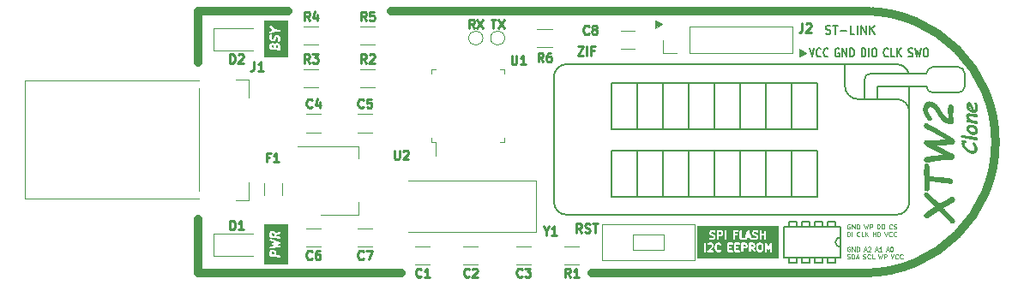
<source format=gbr>
%TF.GenerationSoftware,KiCad,Pcbnew,(7.0.0)*%
%TF.CreationDate,2023-03-02T18:54:12-05:00*%
%TF.ProjectId,STM32_XTW2,53544d33-325f-4585-9457-322e6b696361,rev?*%
%TF.SameCoordinates,Original*%
%TF.FileFunction,Legend,Top*%
%TF.FilePolarity,Positive*%
%FSLAX46Y46*%
G04 Gerber Fmt 4.6, Leading zero omitted, Abs format (unit mm)*
G04 Created by KiCad (PCBNEW (7.0.0)) date 2023-03-02 18:54:12*
%MOMM*%
%LPD*%
G01*
G04 APERTURE LIST*
%ADD10C,0.120000*%
%ADD11C,0.127000*%
%ADD12C,0.812800*%
%ADD13C,0.177800*%
%ADD14C,0.190500*%
%ADD15C,0.215900*%
%ADD16C,0.300000*%
%ADD17C,0.114300*%
%ADD18C,0.508000*%
%ADD19C,0.203200*%
%ADD20C,0.150000*%
%ADD21C,0.100000*%
G04 APERTURE END LIST*
D10*
G36*
X174091600Y-78511400D02*
G01*
X173431200Y-78892400D01*
X173431200Y-78130400D01*
X174091600Y-78511400D01*
G37*
X174091600Y-78511400D02*
X173431200Y-78892400D01*
X173431200Y-78130400D01*
X174091600Y-78511400D01*
D11*
X187911778Y-101600000D02*
X188673778Y-101600000D01*
X188673778Y-101600000D02*
X188673778Y-102108000D01*
X188673778Y-102108000D02*
X187911778Y-102108000D01*
X187911778Y-102108000D02*
X187911778Y-101600000D01*
X191721778Y-99568000D02*
G75*
G03*
X191721778Y-100584000I-9J-508000D01*
G01*
X186133778Y-98552000D02*
X191721778Y-98552000D01*
X191721778Y-98552000D02*
X191721778Y-101600000D01*
X191721778Y-101600000D02*
X186133778Y-101600000D01*
X186133778Y-101600000D02*
X186133778Y-98552000D01*
X190451778Y-98044000D02*
X191213778Y-98044000D01*
X191213778Y-98044000D02*
X191213778Y-98552000D01*
X191213778Y-98552000D02*
X190451778Y-98552000D01*
X190451778Y-98552000D02*
X190451778Y-98044000D01*
D12*
X128270000Y-103124000D02*
X128270000Y-97790000D01*
D11*
X189181778Y-101600000D02*
X189943778Y-101600000D01*
X189943778Y-101600000D02*
X189943778Y-102108000D01*
X189943778Y-102108000D02*
X189181778Y-102108000D01*
X189181778Y-102108000D02*
X189181778Y-101600000D01*
D12*
X128270000Y-82296000D02*
X128270000Y-77216000D01*
D11*
X190451778Y-101600000D02*
X191213778Y-101600000D01*
X191213778Y-101600000D02*
X191213778Y-102108000D01*
X191213778Y-102108000D02*
X190451778Y-102108000D01*
X190451778Y-102108000D02*
X190451778Y-101600000D01*
D10*
G36*
X188290200Y-81356200D02*
G01*
X187629800Y-81737200D01*
X187629800Y-80975200D01*
X188290200Y-81356200D01*
G37*
X188290200Y-81356200D02*
X187629800Y-81737200D01*
X187629800Y-80975200D01*
X188290200Y-81356200D01*
D12*
X194056000Y-103124000D02*
G75*
G03*
X194056000Y-77216000I0J12954000D01*
G01*
D11*
X187911778Y-98044000D02*
X188673778Y-98044000D01*
X188673778Y-98044000D02*
X188673778Y-98552000D01*
X188673778Y-98552000D02*
X187911778Y-98552000D01*
X187911778Y-98552000D02*
X187911778Y-98044000D01*
D12*
X128270000Y-103124000D02*
X148336000Y-103124000D01*
X167132000Y-103124000D02*
X189230000Y-103124000D01*
X147320000Y-77216000D02*
X194056000Y-77216000D01*
D11*
X189181778Y-98044000D02*
X189943778Y-98044000D01*
X189943778Y-98044000D02*
X189943778Y-98552000D01*
X189943778Y-98552000D02*
X189181778Y-98552000D01*
X189181778Y-98552000D02*
X189181778Y-98044000D01*
D12*
X128270000Y-77216000D02*
X137160000Y-77216000D01*
D11*
X186641778Y-101600000D02*
X187403778Y-101600000D01*
X187403778Y-101600000D02*
X187403778Y-102108000D01*
X187403778Y-102108000D02*
X186641778Y-102108000D01*
X186641778Y-102108000D02*
X186641778Y-101600000D01*
X186641778Y-98044000D02*
X187403778Y-98044000D01*
X187403778Y-98044000D02*
X187403778Y-98552000D01*
X187403778Y-98552000D02*
X186641778Y-98552000D01*
X186641778Y-98552000D02*
X186641778Y-98044000D01*
D12*
X189230000Y-103124000D02*
X194056000Y-103124000D01*
D13*
X188637333Y-80886071D02*
X188874400Y-81749671D01*
X188874400Y-81749671D02*
X189111466Y-80886071D01*
X189754933Y-81667423D02*
X189721066Y-81708547D01*
X189721066Y-81708547D02*
X189619466Y-81749671D01*
X189619466Y-81749671D02*
X189551733Y-81749671D01*
X189551733Y-81749671D02*
X189450133Y-81708547D01*
X189450133Y-81708547D02*
X189382400Y-81626299D01*
X189382400Y-81626299D02*
X189348533Y-81544052D01*
X189348533Y-81544052D02*
X189314666Y-81379556D01*
X189314666Y-81379556D02*
X189314666Y-81256185D01*
X189314666Y-81256185D02*
X189348533Y-81091690D01*
X189348533Y-81091690D02*
X189382400Y-81009442D01*
X189382400Y-81009442D02*
X189450133Y-80927195D01*
X189450133Y-80927195D02*
X189551733Y-80886071D01*
X189551733Y-80886071D02*
X189619466Y-80886071D01*
X189619466Y-80886071D02*
X189721066Y-80927195D01*
X189721066Y-80927195D02*
X189754933Y-80968318D01*
X190466133Y-81667423D02*
X190432266Y-81708547D01*
X190432266Y-81708547D02*
X190330666Y-81749671D01*
X190330666Y-81749671D02*
X190262933Y-81749671D01*
X190262933Y-81749671D02*
X190161333Y-81708547D01*
X190161333Y-81708547D02*
X190093600Y-81626299D01*
X190093600Y-81626299D02*
X190059733Y-81544052D01*
X190059733Y-81544052D02*
X190025866Y-81379556D01*
X190025866Y-81379556D02*
X190025866Y-81256185D01*
X190025866Y-81256185D02*
X190059733Y-81091690D01*
X190059733Y-81091690D02*
X190093600Y-81009442D01*
X190093600Y-81009442D02*
X190161333Y-80927195D01*
X190161333Y-80927195D02*
X190262933Y-80886071D01*
X190262933Y-80886071D02*
X190330666Y-80886071D01*
X190330666Y-80886071D02*
X190432266Y-80927195D01*
X190432266Y-80927195D02*
X190466133Y-80968318D01*
X191570186Y-80927195D02*
X191502453Y-80886071D01*
X191502453Y-80886071D02*
X191400853Y-80886071D01*
X191400853Y-80886071D02*
X191299253Y-80927195D01*
X191299253Y-80927195D02*
X191231520Y-81009442D01*
X191231520Y-81009442D02*
X191197653Y-81091690D01*
X191197653Y-81091690D02*
X191163786Y-81256185D01*
X191163786Y-81256185D02*
X191163786Y-81379556D01*
X191163786Y-81379556D02*
X191197653Y-81544052D01*
X191197653Y-81544052D02*
X191231520Y-81626299D01*
X191231520Y-81626299D02*
X191299253Y-81708547D01*
X191299253Y-81708547D02*
X191400853Y-81749671D01*
X191400853Y-81749671D02*
X191468586Y-81749671D01*
X191468586Y-81749671D02*
X191570186Y-81708547D01*
X191570186Y-81708547D02*
X191604053Y-81667423D01*
X191604053Y-81667423D02*
X191604053Y-81379556D01*
X191604053Y-81379556D02*
X191468586Y-81379556D01*
X191908853Y-81749671D02*
X191908853Y-80886071D01*
X191908853Y-80886071D02*
X192315253Y-81749671D01*
X192315253Y-81749671D02*
X192315253Y-80886071D01*
X192653920Y-81749671D02*
X192653920Y-80886071D01*
X192653920Y-80886071D02*
X192823253Y-80886071D01*
X192823253Y-80886071D02*
X192924853Y-80927195D01*
X192924853Y-80927195D02*
X192992587Y-81009442D01*
X192992587Y-81009442D02*
X193026453Y-81091690D01*
X193026453Y-81091690D02*
X193060320Y-81256185D01*
X193060320Y-81256185D02*
X193060320Y-81379556D01*
X193060320Y-81379556D02*
X193026453Y-81544052D01*
X193026453Y-81544052D02*
X192992587Y-81626299D01*
X192992587Y-81626299D02*
X192924853Y-81708547D01*
X192924853Y-81708547D02*
X192823253Y-81749671D01*
X192823253Y-81749671D02*
X192653920Y-81749671D01*
X193791840Y-81749671D02*
X193791840Y-80886071D01*
X193791840Y-80886071D02*
X193961173Y-80886071D01*
X193961173Y-80886071D02*
X194062773Y-80927195D01*
X194062773Y-80927195D02*
X194130507Y-81009442D01*
X194130507Y-81009442D02*
X194164373Y-81091690D01*
X194164373Y-81091690D02*
X194198240Y-81256185D01*
X194198240Y-81256185D02*
X194198240Y-81379556D01*
X194198240Y-81379556D02*
X194164373Y-81544052D01*
X194164373Y-81544052D02*
X194130507Y-81626299D01*
X194130507Y-81626299D02*
X194062773Y-81708547D01*
X194062773Y-81708547D02*
X193961173Y-81749671D01*
X193961173Y-81749671D02*
X193791840Y-81749671D01*
X194503040Y-81749671D02*
X194503040Y-80886071D01*
X194977174Y-80886071D02*
X195112640Y-80886071D01*
X195112640Y-80886071D02*
X195180374Y-80927195D01*
X195180374Y-80927195D02*
X195248107Y-81009442D01*
X195248107Y-81009442D02*
X195281974Y-81173937D01*
X195281974Y-81173937D02*
X195281974Y-81461804D01*
X195281974Y-81461804D02*
X195248107Y-81626299D01*
X195248107Y-81626299D02*
X195180374Y-81708547D01*
X195180374Y-81708547D02*
X195112640Y-81749671D01*
X195112640Y-81749671D02*
X194977174Y-81749671D01*
X194977174Y-81749671D02*
X194909440Y-81708547D01*
X194909440Y-81708547D02*
X194841707Y-81626299D01*
X194841707Y-81626299D02*
X194807840Y-81461804D01*
X194807840Y-81461804D02*
X194807840Y-81173937D01*
X194807840Y-81173937D02*
X194841707Y-81009442D01*
X194841707Y-81009442D02*
X194909440Y-80927195D01*
X194909440Y-80927195D02*
X194977174Y-80886071D01*
X196419894Y-81667423D02*
X196386027Y-81708547D01*
X196386027Y-81708547D02*
X196284427Y-81749671D01*
X196284427Y-81749671D02*
X196216694Y-81749671D01*
X196216694Y-81749671D02*
X196115094Y-81708547D01*
X196115094Y-81708547D02*
X196047361Y-81626299D01*
X196047361Y-81626299D02*
X196013494Y-81544052D01*
X196013494Y-81544052D02*
X195979627Y-81379556D01*
X195979627Y-81379556D02*
X195979627Y-81256185D01*
X195979627Y-81256185D02*
X196013494Y-81091690D01*
X196013494Y-81091690D02*
X196047361Y-81009442D01*
X196047361Y-81009442D02*
X196115094Y-80927195D01*
X196115094Y-80927195D02*
X196216694Y-80886071D01*
X196216694Y-80886071D02*
X196284427Y-80886071D01*
X196284427Y-80886071D02*
X196386027Y-80927195D01*
X196386027Y-80927195D02*
X196419894Y-80968318D01*
X197063361Y-81749671D02*
X196724694Y-81749671D01*
X196724694Y-81749671D02*
X196724694Y-80886071D01*
X197300427Y-81749671D02*
X197300427Y-80886071D01*
X197706827Y-81749671D02*
X197402027Y-81256185D01*
X197706827Y-80886071D02*
X197300427Y-81379556D01*
X198404480Y-81708547D02*
X198506080Y-81749671D01*
X198506080Y-81749671D02*
X198675414Y-81749671D01*
X198675414Y-81749671D02*
X198743147Y-81708547D01*
X198743147Y-81708547D02*
X198777014Y-81667423D01*
X198777014Y-81667423D02*
X198810880Y-81585175D01*
X198810880Y-81585175D02*
X198810880Y-81502928D01*
X198810880Y-81502928D02*
X198777014Y-81420680D01*
X198777014Y-81420680D02*
X198743147Y-81379556D01*
X198743147Y-81379556D02*
X198675414Y-81338433D01*
X198675414Y-81338433D02*
X198539947Y-81297309D01*
X198539947Y-81297309D02*
X198472214Y-81256185D01*
X198472214Y-81256185D02*
X198438347Y-81215061D01*
X198438347Y-81215061D02*
X198404480Y-81132814D01*
X198404480Y-81132814D02*
X198404480Y-81050566D01*
X198404480Y-81050566D02*
X198438347Y-80968318D01*
X198438347Y-80968318D02*
X198472214Y-80927195D01*
X198472214Y-80927195D02*
X198539947Y-80886071D01*
X198539947Y-80886071D02*
X198709280Y-80886071D01*
X198709280Y-80886071D02*
X198810880Y-80927195D01*
X199047947Y-80886071D02*
X199217280Y-81749671D01*
X199217280Y-81749671D02*
X199352747Y-81132814D01*
X199352747Y-81132814D02*
X199488213Y-81749671D01*
X199488213Y-81749671D02*
X199657547Y-80886071D01*
X200063947Y-80886071D02*
X200199413Y-80886071D01*
X200199413Y-80886071D02*
X200267147Y-80927195D01*
X200267147Y-80927195D02*
X200334880Y-81009442D01*
X200334880Y-81009442D02*
X200368747Y-81173937D01*
X200368747Y-81173937D02*
X200368747Y-81461804D01*
X200368747Y-81461804D02*
X200334880Y-81626299D01*
X200334880Y-81626299D02*
X200267147Y-81708547D01*
X200267147Y-81708547D02*
X200199413Y-81749671D01*
X200199413Y-81749671D02*
X200063947Y-81749671D01*
X200063947Y-81749671D02*
X199996213Y-81708547D01*
X199996213Y-81708547D02*
X199928480Y-81626299D01*
X199928480Y-81626299D02*
X199894613Y-81461804D01*
X199894613Y-81461804D02*
X199894613Y-81173937D01*
X199894613Y-81173937D02*
X199928480Y-81009442D01*
X199928480Y-81009442D02*
X199996213Y-80927195D01*
X199996213Y-80927195D02*
X200063947Y-80886071D01*
D14*
G36*
X183839744Y-100325731D02*
G01*
X183882731Y-100368718D01*
X183909774Y-100476889D01*
X183909774Y-100707439D01*
X183882732Y-100815609D01*
X183839745Y-100858596D01*
X183801110Y-100877914D01*
X183700938Y-100877914D01*
X183662304Y-100858596D01*
X183619317Y-100815610D01*
X183592274Y-100707437D01*
X183592274Y-100476891D01*
X183619316Y-100368718D01*
X183662303Y-100325731D01*
X183700939Y-100306414D01*
X183801111Y-100306414D01*
X183839744Y-100325731D01*
G37*
G36*
X183077743Y-100325730D02*
G01*
X183092171Y-100340158D01*
X183111489Y-100378792D01*
X183111489Y-100442679D01*
X183092172Y-100481311D01*
X183077744Y-100495739D01*
X183039110Y-100515057D01*
X182957662Y-100515057D01*
X182934740Y-100512681D01*
X182930038Y-100515057D01*
X182866560Y-100515057D01*
X182866560Y-100306414D01*
X183039111Y-100306414D01*
X183077743Y-100325730D01*
G37*
G36*
X182315743Y-100325730D02*
G01*
X182330171Y-100340158D01*
X182349489Y-100378792D01*
X182349489Y-100442679D01*
X182330172Y-100481311D01*
X182315744Y-100495739D01*
X182277110Y-100515057D01*
X182104560Y-100515057D01*
X182104560Y-100306414D01*
X182277111Y-100306414D01*
X182315743Y-100325730D01*
G37*
G36*
X182657300Y-99425760D02*
G01*
X182558748Y-99425760D01*
X182608024Y-99277931D01*
X182657300Y-99425760D01*
G37*
G36*
X179917257Y-99091290D02*
G01*
X179931685Y-99105718D01*
X179951003Y-99144352D01*
X179951003Y-99208239D01*
X179931686Y-99246871D01*
X179917258Y-99261299D01*
X179878624Y-99280617D01*
X179706074Y-99280617D01*
X179706074Y-99071974D01*
X179878625Y-99071974D01*
X179917257Y-99091290D01*
G37*
G36*
X185577557Y-101706952D02*
G01*
X177584721Y-101706952D01*
X177584721Y-100986858D01*
X178227431Y-100986858D01*
X178239169Y-101026834D01*
X178281442Y-101063464D01*
X178336809Y-101071425D01*
X178387690Y-101048188D01*
X178417931Y-101001132D01*
X178417931Y-100987292D01*
X178514706Y-100987292D01*
X178519185Y-100997101D01*
X178519955Y-101007855D01*
X178530577Y-101022045D01*
X178537943Y-101038173D01*
X178547014Y-101044002D01*
X178553476Y-101052635D01*
X178570086Y-101058830D01*
X178584999Y-101068414D01*
X178595782Y-101068414D01*
X178605885Y-101072182D01*
X178623206Y-101068414D01*
X179098375Y-101068414D01*
X179138351Y-101056676D01*
X179174981Y-101014403D01*
X179182942Y-100959036D01*
X179159705Y-100908155D01*
X179112649Y-100877914D01*
X178842921Y-100877914D01*
X179078272Y-100642561D01*
X179275777Y-100642561D01*
X179279716Y-100658317D01*
X179279716Y-100660286D01*
X179283028Y-100671568D01*
X179314730Y-100798377D01*
X179313550Y-100809317D01*
X179321381Y-100824979D01*
X179322167Y-100828122D01*
X179327483Y-100837183D01*
X179357003Y-100896223D01*
X179360410Y-100911883D01*
X179378979Y-100930452D01*
X179396845Y-100949659D01*
X179398646Y-100950119D01*
X179449129Y-101000602D01*
X179463455Y-101018396D01*
X179481926Y-101024553D01*
X179499008Y-101033880D01*
X179507981Y-101033238D01*
X179587515Y-101059749D01*
X179600998Y-101068414D01*
X179627263Y-101068414D01*
X179653472Y-101069362D01*
X179655071Y-101068414D01*
X179689597Y-101068414D01*
X179705126Y-101072370D01*
X179730025Y-101064070D01*
X179755208Y-101056676D01*
X179756426Y-101055270D01*
X179835656Y-101028860D01*
X179857971Y-101024006D01*
X179871737Y-101010239D01*
X179887719Y-100999132D01*
X179891158Y-100990818D01*
X179894684Y-100987292D01*
X180532191Y-100987292D01*
X180540980Y-101006538D01*
X180546940Y-101026834D01*
X180552416Y-101031579D01*
X180555428Y-101038173D01*
X180573225Y-101049610D01*
X180589213Y-101063464D01*
X180596386Y-101064495D01*
X180602484Y-101068414D01*
X180623639Y-101068414D01*
X180644580Y-101071425D01*
X180651173Y-101068414D01*
X181007003Y-101068414D01*
X181046979Y-101056676D01*
X181083609Y-101014403D01*
X181087507Y-100987292D01*
X181221620Y-100987292D01*
X181230409Y-101006538D01*
X181236369Y-101026834D01*
X181241845Y-101031579D01*
X181244857Y-101038173D01*
X181262654Y-101049610D01*
X181278642Y-101063464D01*
X181285815Y-101064495D01*
X181291913Y-101068414D01*
X181313068Y-101068414D01*
X181334009Y-101071425D01*
X181340602Y-101068414D01*
X181696432Y-101068414D01*
X181736408Y-101056676D01*
X181773038Y-101014403D01*
X181780999Y-100959036D01*
X181757762Y-100908155D01*
X181710706Y-100877914D01*
X181415131Y-100877914D01*
X181415131Y-100669271D01*
X181587575Y-100669271D01*
X181627551Y-100657533D01*
X181656231Y-100624435D01*
X181911049Y-100624435D01*
X181914060Y-100631028D01*
X181914060Y-100986858D01*
X181925798Y-101026834D01*
X181968071Y-101063464D01*
X182023438Y-101071425D01*
X182074319Y-101048188D01*
X182104560Y-101001132D01*
X182104560Y-100705557D01*
X182294466Y-100705557D01*
X182317178Y-100708009D01*
X182334590Y-100699302D01*
X182353266Y-100693819D01*
X182359158Y-100687018D01*
X182404084Y-100664555D01*
X182419743Y-100661149D01*
X182438304Y-100642587D01*
X182457519Y-100624714D01*
X182457590Y-100624435D01*
X182673049Y-100624435D01*
X182676060Y-100631028D01*
X182676060Y-100986858D01*
X182687798Y-101026834D01*
X182730071Y-101063464D01*
X182785438Y-101071425D01*
X182836319Y-101048188D01*
X182866560Y-101001132D01*
X182866560Y-100705557D01*
X182903147Y-100705557D01*
X183136560Y-101039004D01*
X183169101Y-101065023D01*
X183224738Y-101070789D01*
X183274662Y-101045560D01*
X183303020Y-100997345D01*
X183300809Y-100941454D01*
X183142385Y-100715133D01*
X183397835Y-100715133D01*
X183401774Y-100730889D01*
X183401774Y-100732858D01*
X183405086Y-100744140D01*
X183440550Y-100885997D01*
X183446182Y-100911883D01*
X183457330Y-100923030D01*
X183465308Y-100936629D01*
X183476702Y-100942402D01*
X183530085Y-100995785D01*
X183538269Y-101009564D01*
X183561737Y-101021298D01*
X183584781Y-101033881D01*
X183586637Y-101033748D01*
X183631267Y-101056063D01*
X183650485Y-101068414D01*
X183669954Y-101068414D01*
X183689109Y-101071861D01*
X183697421Y-101068414D01*
X183818466Y-101068414D01*
X183841178Y-101070866D01*
X183858590Y-101062159D01*
X183877266Y-101056676D01*
X183883158Y-101049875D01*
X183928082Y-101027413D01*
X183943742Y-101024007D01*
X183962306Y-101005442D01*
X183981519Y-100987571D01*
X183981979Y-100985769D01*
X184035056Y-100932693D01*
X184054362Y-100914541D01*
X184058185Y-100899245D01*
X184065741Y-100885409D01*
X184064830Y-100872667D01*
X184093627Y-100757473D01*
X184100274Y-100747132D01*
X184100274Y-100730888D01*
X184100751Y-100728980D01*
X184100274Y-100717244D01*
X184100274Y-100480840D01*
X184104213Y-100469196D01*
X184100274Y-100453440D01*
X184100274Y-100451470D01*
X184096960Y-100440185D01*
X184061503Y-100298354D01*
X184055867Y-100272445D01*
X184044718Y-100261296D01*
X184036741Y-100247699D01*
X184025346Y-100241924D01*
X184009522Y-100226100D01*
X184233455Y-100226100D01*
X184236346Y-100232295D01*
X184236346Y-100986858D01*
X184248084Y-101026834D01*
X184290357Y-101063464D01*
X184345724Y-101071425D01*
X184396605Y-101048188D01*
X184426846Y-101001132D01*
X184426846Y-100640510D01*
X184498952Y-100795023D01*
X184510039Y-100819839D01*
X184522652Y-100828092D01*
X184532615Y-100839401D01*
X184545571Y-100843089D01*
X184556845Y-100850467D01*
X184571917Y-100850590D01*
X184586413Y-100854718D01*
X184599307Y-100850816D01*
X184612780Y-100850927D01*
X184625525Y-100842883D01*
X184639952Y-100838518D01*
X184648690Y-100828263D01*
X184660083Y-100821074D01*
X184666456Y-100807415D01*
X184676233Y-100795944D01*
X184678040Y-100782593D01*
X184744346Y-100640510D01*
X184744346Y-100986858D01*
X184756084Y-101026834D01*
X184798357Y-101063464D01*
X184853724Y-101071425D01*
X184904605Y-101048188D01*
X184934846Y-101001132D01*
X184934846Y-100218371D01*
X184937970Y-100197845D01*
X184929177Y-100178166D01*
X184923108Y-100157494D01*
X184917942Y-100153017D01*
X184915153Y-100146775D01*
X184897119Y-100134974D01*
X184880835Y-100120864D01*
X184874068Y-100119891D01*
X184868347Y-100116147D01*
X184846796Y-100115969D01*
X184825468Y-100112903D01*
X184819248Y-100115743D01*
X184812413Y-100115687D01*
X184794189Y-100127187D01*
X184774587Y-100136140D01*
X184770891Y-100141891D01*
X184765109Y-100145540D01*
X184755995Y-100165069D01*
X184744346Y-100183196D01*
X184744346Y-100190032D01*
X184585595Y-100530211D01*
X184420956Y-100177413D01*
X184415108Y-100157494D01*
X184398821Y-100143381D01*
X184384577Y-100127213D01*
X184378001Y-100125340D01*
X184372835Y-100120864D01*
X184351506Y-100117797D01*
X184330780Y-100111896D01*
X184324235Y-100113876D01*
X184317468Y-100112903D01*
X184297866Y-100121854D01*
X184277240Y-100128096D01*
X184272804Y-100133300D01*
X184266587Y-100136140D01*
X184254937Y-100154266D01*
X184240959Y-100170670D01*
X184240041Y-100177445D01*
X184236346Y-100183196D01*
X184236346Y-100204745D01*
X184233455Y-100226100D01*
X184009522Y-100226100D01*
X183971964Y-100188543D01*
X183963780Y-100174764D01*
X183940289Y-100163018D01*
X183917268Y-100150448D01*
X183915413Y-100150580D01*
X183870781Y-100128264D01*
X183851564Y-100115914D01*
X183832095Y-100115914D01*
X183812940Y-100112467D01*
X183804628Y-100115914D01*
X183683583Y-100115914D01*
X183660871Y-100113462D01*
X183643458Y-100122168D01*
X183624783Y-100127652D01*
X183618890Y-100134452D01*
X183573966Y-100156914D01*
X183558307Y-100160321D01*
X183539742Y-100178885D01*
X183520530Y-100196757D01*
X183520069Y-100198558D01*
X183467001Y-100251625D01*
X183447687Y-100269786D01*
X183443862Y-100285083D01*
X183436308Y-100298919D01*
X183437219Y-100311658D01*
X183408420Y-100426854D01*
X183401774Y-100437196D01*
X183401774Y-100453439D01*
X183401297Y-100455347D01*
X183401774Y-100467083D01*
X183401774Y-100703489D01*
X183397835Y-100715133D01*
X183142385Y-100715133D01*
X183122303Y-100686445D01*
X183166084Y-100664555D01*
X183181743Y-100661149D01*
X183200304Y-100642587D01*
X183219519Y-100624714D01*
X183219979Y-100622912D01*
X183229360Y-100613531D01*
X183243139Y-100605348D01*
X183254878Y-100581869D01*
X183267455Y-100558837D01*
X183267322Y-100556981D01*
X183289638Y-100512349D01*
X183301989Y-100493132D01*
X183301989Y-100473663D01*
X183305436Y-100454508D01*
X183301989Y-100446196D01*
X183301989Y-100361437D01*
X183304441Y-100338725D01*
X183295734Y-100321312D01*
X183290251Y-100302637D01*
X183283450Y-100296744D01*
X183260986Y-100251817D01*
X183257580Y-100236158D01*
X183239015Y-100217593D01*
X183221146Y-100198383D01*
X183219343Y-100197922D01*
X183209962Y-100188541D01*
X183201780Y-100174764D01*
X183178307Y-100163027D01*
X183155267Y-100150447D01*
X183153411Y-100150579D01*
X183108781Y-100128264D01*
X183089564Y-100115914D01*
X183070095Y-100115914D01*
X183050940Y-100112467D01*
X183042628Y-100115914D01*
X182778123Y-100115914D01*
X182757182Y-100112903D01*
X182737935Y-100121692D01*
X182717640Y-100127652D01*
X182712894Y-100133128D01*
X182706301Y-100136140D01*
X182694863Y-100153937D01*
X182681010Y-100169925D01*
X182679978Y-100177098D01*
X182676060Y-100183196D01*
X182676060Y-100204351D01*
X182673049Y-100225292D01*
X182676060Y-100231885D01*
X182676060Y-100603494D01*
X182673049Y-100624435D01*
X182457590Y-100624435D01*
X182457979Y-100622912D01*
X182467360Y-100613531D01*
X182481139Y-100605348D01*
X182492878Y-100581869D01*
X182505455Y-100558837D01*
X182505322Y-100556981D01*
X182527638Y-100512349D01*
X182539989Y-100493132D01*
X182539989Y-100473663D01*
X182543436Y-100454508D01*
X182539989Y-100446196D01*
X182539989Y-100361437D01*
X182542441Y-100338725D01*
X182533734Y-100321312D01*
X182528251Y-100302637D01*
X182521450Y-100296744D01*
X182498986Y-100251817D01*
X182495580Y-100236158D01*
X182477015Y-100217593D01*
X182459146Y-100198383D01*
X182457343Y-100197922D01*
X182447962Y-100188541D01*
X182439780Y-100174764D01*
X182416307Y-100163027D01*
X182393267Y-100150447D01*
X182391411Y-100150579D01*
X182346781Y-100128264D01*
X182327564Y-100115914D01*
X182308095Y-100115914D01*
X182288940Y-100112467D01*
X182280628Y-100115914D01*
X182016123Y-100115914D01*
X181995182Y-100112903D01*
X181975935Y-100121692D01*
X181955640Y-100127652D01*
X181950894Y-100133128D01*
X181944301Y-100136140D01*
X181932863Y-100153937D01*
X181919010Y-100169925D01*
X181917978Y-100177098D01*
X181914060Y-100183196D01*
X181914060Y-100204351D01*
X181911049Y-100225292D01*
X181914060Y-100231885D01*
X181914060Y-100603494D01*
X181911049Y-100624435D01*
X181656231Y-100624435D01*
X181664181Y-100615260D01*
X181672142Y-100559893D01*
X181648905Y-100509012D01*
X181601849Y-100478771D01*
X181415131Y-100478771D01*
X181415131Y-100306414D01*
X181696432Y-100306414D01*
X181736408Y-100294676D01*
X181773038Y-100252403D01*
X181780999Y-100197036D01*
X181757762Y-100146155D01*
X181710706Y-100115914D01*
X181326694Y-100115914D01*
X181305753Y-100112903D01*
X181286506Y-100121692D01*
X181266211Y-100127652D01*
X181261465Y-100133128D01*
X181254872Y-100136140D01*
X181243434Y-100153937D01*
X181229581Y-100169925D01*
X181228549Y-100177098D01*
X181224631Y-100183196D01*
X181224631Y-100204351D01*
X181221620Y-100225292D01*
X181224631Y-100231885D01*
X181224631Y-100567208D01*
X181221620Y-100588149D01*
X181224631Y-100594742D01*
X181224631Y-100966351D01*
X181221620Y-100987292D01*
X181087507Y-100987292D01*
X181091570Y-100959036D01*
X181068333Y-100908155D01*
X181021277Y-100877914D01*
X180725702Y-100877914D01*
X180725702Y-100669271D01*
X180898146Y-100669271D01*
X180938122Y-100657533D01*
X180974752Y-100615260D01*
X180982713Y-100559893D01*
X180959476Y-100509012D01*
X180912420Y-100478771D01*
X180725702Y-100478771D01*
X180725702Y-100306414D01*
X181007003Y-100306414D01*
X181046979Y-100294676D01*
X181083609Y-100252403D01*
X181091570Y-100197036D01*
X181068333Y-100146155D01*
X181021277Y-100115914D01*
X180637265Y-100115914D01*
X180616324Y-100112903D01*
X180597077Y-100121692D01*
X180576782Y-100127652D01*
X180572036Y-100133128D01*
X180565443Y-100136140D01*
X180554005Y-100153937D01*
X180540152Y-100169925D01*
X180539120Y-100177098D01*
X180535202Y-100183196D01*
X180535202Y-100204351D01*
X180532191Y-100225292D01*
X180535202Y-100231885D01*
X180535202Y-100567208D01*
X180532191Y-100588149D01*
X180535202Y-100594742D01*
X180535202Y-100966351D01*
X180532191Y-100987292D01*
X179894684Y-100987292D01*
X179923716Y-100958261D01*
X179943683Y-100921694D01*
X179939693Y-100865901D01*
X179906172Y-100821121D01*
X179853763Y-100801574D01*
X179799105Y-100813464D01*
X179758942Y-100853626D01*
X179686080Y-100877914D01*
X179644423Y-100877914D01*
X179571561Y-100853626D01*
X179525819Y-100807885D01*
X179501122Y-100758489D01*
X179470216Y-100634865D01*
X179470216Y-100549462D01*
X179501121Y-100425837D01*
X179525818Y-100376444D01*
X179571561Y-100330701D01*
X179644424Y-100306414D01*
X179686080Y-100306414D01*
X179758942Y-100330701D01*
X179789013Y-100360771D01*
X179825581Y-100380737D01*
X179881373Y-100376746D01*
X179926153Y-100343225D01*
X179945699Y-100290815D01*
X179933808Y-100236158D01*
X179881368Y-100183719D01*
X179867048Y-100165932D01*
X179848580Y-100159776D01*
X179831495Y-100150447D01*
X179822519Y-100151089D01*
X179742989Y-100124579D01*
X179729506Y-100115914D01*
X179703241Y-100115914D01*
X179677031Y-100114966D01*
X179675432Y-100115914D01*
X179640907Y-100115914D01*
X179625377Y-100111958D01*
X179600471Y-100120259D01*
X179575296Y-100127652D01*
X179574077Y-100129057D01*
X179494846Y-100155468D01*
X179472534Y-100160322D01*
X179458770Y-100174085D01*
X179442784Y-100185196D01*
X179439343Y-100193511D01*
X179388630Y-100244224D01*
X179374852Y-100252408D01*
X179363110Y-100275890D01*
X179350536Y-100298920D01*
X179350668Y-100300774D01*
X179333646Y-100334818D01*
X179325629Y-100342357D01*
X179321381Y-100359348D01*
X179319934Y-100362243D01*
X179318075Y-100372572D01*
X179286362Y-100499425D01*
X179279716Y-100509767D01*
X179279716Y-100526010D01*
X179279239Y-100527918D01*
X179279716Y-100539654D01*
X179279716Y-100630917D01*
X179275777Y-100642561D01*
X179078272Y-100642561D01*
X179112119Y-100608714D01*
X179129913Y-100594389D01*
X179136070Y-100575917D01*
X179145397Y-100558836D01*
X179144755Y-100549862D01*
X179171266Y-100470328D01*
X179179931Y-100456846D01*
X179179931Y-100430581D01*
X179180879Y-100404372D01*
X179179931Y-100402773D01*
X179179931Y-100361437D01*
X179182383Y-100338725D01*
X179173676Y-100321312D01*
X179168193Y-100302637D01*
X179161392Y-100296744D01*
X179138929Y-100251818D01*
X179135523Y-100236160D01*
X179116963Y-100217599D01*
X179099088Y-100198383D01*
X179097285Y-100197922D01*
X179087905Y-100188542D01*
X179079722Y-100174763D01*
X179056233Y-100163019D01*
X179033211Y-100150448D01*
X179031356Y-100150580D01*
X178986722Y-100128263D01*
X178967506Y-100115914D01*
X178948037Y-100115914D01*
X178928882Y-100112467D01*
X178920570Y-100115914D01*
X178763240Y-100115914D01*
X178740528Y-100113462D01*
X178723115Y-100122168D01*
X178704440Y-100127652D01*
X178698547Y-100134452D01*
X178653623Y-100156914D01*
X178637963Y-100160321D01*
X178619388Y-100178895D01*
X178600186Y-100196757D01*
X178599725Y-100198557D01*
X178572218Y-100226065D01*
X178552250Y-100262632D01*
X178556239Y-100318425D01*
X178589760Y-100363205D01*
X178642169Y-100382753D01*
X178696826Y-100370864D01*
X178741959Y-100325732D01*
X178780595Y-100306414D01*
X178917052Y-100306414D01*
X178955687Y-100325731D01*
X178970113Y-100340157D01*
X178989431Y-100378792D01*
X178989431Y-100413421D01*
X178965143Y-100486282D01*
X178562804Y-100888621D01*
X178559297Y-100889652D01*
X178543211Y-100908215D01*
X178535932Y-100915495D01*
X178534276Y-100918527D01*
X178522667Y-100931925D01*
X178521132Y-100942599D01*
X178515965Y-100952063D01*
X178517229Y-100969742D01*
X178514706Y-100987292D01*
X178417931Y-100987292D01*
X178417931Y-100197470D01*
X178406193Y-100157494D01*
X178363920Y-100120864D01*
X178308553Y-100112903D01*
X178257672Y-100136140D01*
X178227431Y-100183196D01*
X178227431Y-100986858D01*
X177584721Y-100986858D01*
X177584721Y-99132523D01*
X178750127Y-99132523D01*
X178753574Y-99140835D01*
X178753574Y-99189308D01*
X178751122Y-99212020D01*
X178759828Y-99229432D01*
X178765312Y-99248108D01*
X178772112Y-99254000D01*
X178794574Y-99298925D01*
X178797982Y-99314587D01*
X178816557Y-99333161D01*
X178834417Y-99352362D01*
X178836218Y-99352822D01*
X178845599Y-99362203D01*
X178853783Y-99375981D01*
X178877263Y-99387721D01*
X178900296Y-99400297D01*
X178902149Y-99400164D01*
X178936193Y-99417186D01*
X178943732Y-99425204D01*
X178960723Y-99429451D01*
X178963618Y-99430899D01*
X178973947Y-99432757D01*
X179105865Y-99465737D01*
X179155259Y-99490433D01*
X179169684Y-99504859D01*
X179189003Y-99543495D01*
X179189003Y-99571096D01*
X179169685Y-99609729D01*
X179155259Y-99624156D01*
X179116625Y-99643474D01*
X178973139Y-99643474D01*
X178865953Y-99607745D01*
X178824317Y-99606240D01*
X178776199Y-99634760D01*
X178751138Y-99684768D01*
X178757092Y-99740386D01*
X178792171Y-99783956D01*
X178916231Y-99825309D01*
X178929714Y-99833974D01*
X178955979Y-99833974D01*
X178982189Y-99834922D01*
X178983788Y-99833974D01*
X179133980Y-99833974D01*
X179156692Y-99836426D01*
X179174104Y-99827719D01*
X179192780Y-99822236D01*
X179198672Y-99815435D01*
X179243597Y-99792973D01*
X179259259Y-99789566D01*
X179277833Y-99770990D01*
X179297034Y-99753131D01*
X179297494Y-99751329D01*
X179306875Y-99741948D01*
X179320653Y-99733765D01*
X179332393Y-99710284D01*
X179344969Y-99687252D01*
X179344836Y-99685398D01*
X179367152Y-99640766D01*
X179379503Y-99621549D01*
X179379503Y-99602080D01*
X179382950Y-99582925D01*
X179379503Y-99574613D01*
X179379503Y-99526140D01*
X179381955Y-99503428D01*
X179373248Y-99486015D01*
X179367765Y-99467340D01*
X179360964Y-99461447D01*
X179338502Y-99416523D01*
X179335096Y-99400863D01*
X179324228Y-99389995D01*
X179512563Y-99389995D01*
X179515574Y-99396588D01*
X179515574Y-99752418D01*
X179527312Y-99792394D01*
X179569585Y-99829024D01*
X179624952Y-99836985D01*
X179675833Y-99813748D01*
X179706074Y-99766692D01*
X179706074Y-99752418D01*
X180277574Y-99752418D01*
X180289312Y-99792394D01*
X180331585Y-99829024D01*
X180386952Y-99836985D01*
X180437833Y-99813748D01*
X180468074Y-99766692D01*
X180468074Y-99353709D01*
X181094620Y-99353709D01*
X181097631Y-99360302D01*
X181097631Y-99752418D01*
X181109369Y-99792394D01*
X181151642Y-99829024D01*
X181207009Y-99836985D01*
X181257890Y-99813748D01*
X181288131Y-99766692D01*
X181288131Y-99752852D01*
X181747763Y-99752852D01*
X181756552Y-99772098D01*
X181762512Y-99792394D01*
X181767988Y-99797139D01*
X181771000Y-99803733D01*
X181788797Y-99815170D01*
X181804785Y-99829024D01*
X181811958Y-99830055D01*
X181818056Y-99833974D01*
X181839211Y-99833974D01*
X181860152Y-99836985D01*
X181866745Y-99833974D01*
X182222575Y-99833974D01*
X182262551Y-99822236D01*
X182280512Y-99801507D01*
X182286346Y-99811349D01*
X182336354Y-99836410D01*
X182391972Y-99830456D01*
X182435542Y-99795377D01*
X182495248Y-99616260D01*
X182720800Y-99616260D01*
X182775992Y-99781836D01*
X182799770Y-99816049D01*
X182851457Y-99837431D01*
X182906500Y-99827475D01*
X182947422Y-99789341D01*
X182961230Y-99735137D01*
X182886939Y-99512265D01*
X182887714Y-99506882D01*
X182878204Y-99486059D01*
X182760359Y-99132523D01*
X182981041Y-99132523D01*
X182984488Y-99140835D01*
X182984488Y-99189308D01*
X182982036Y-99212020D01*
X182990742Y-99229432D01*
X182996226Y-99248108D01*
X183003026Y-99254000D01*
X183025488Y-99298925D01*
X183028896Y-99314587D01*
X183047471Y-99333161D01*
X183065331Y-99352362D01*
X183067132Y-99352822D01*
X183076513Y-99362203D01*
X183084697Y-99375981D01*
X183108177Y-99387721D01*
X183131210Y-99400297D01*
X183133063Y-99400164D01*
X183167107Y-99417186D01*
X183174646Y-99425204D01*
X183191637Y-99429451D01*
X183194532Y-99430899D01*
X183204861Y-99432757D01*
X183336779Y-99465737D01*
X183386173Y-99490433D01*
X183400598Y-99504859D01*
X183419917Y-99543495D01*
X183419917Y-99571096D01*
X183400599Y-99609729D01*
X183386173Y-99624156D01*
X183347539Y-99643474D01*
X183204053Y-99643474D01*
X183096867Y-99607745D01*
X183055231Y-99606240D01*
X183007113Y-99634760D01*
X182982052Y-99684768D01*
X182988006Y-99740386D01*
X183023085Y-99783956D01*
X183147145Y-99825309D01*
X183160628Y-99833974D01*
X183186893Y-99833974D01*
X183213103Y-99834922D01*
X183214702Y-99833974D01*
X183364894Y-99833974D01*
X183387606Y-99836426D01*
X183405018Y-99827719D01*
X183423694Y-99822236D01*
X183429586Y-99815435D01*
X183474511Y-99792973D01*
X183490173Y-99789566D01*
X183508747Y-99770990D01*
X183527948Y-99753131D01*
X183528408Y-99751329D01*
X183537789Y-99741948D01*
X183551567Y-99733765D01*
X183563307Y-99710284D01*
X183575883Y-99687252D01*
X183575750Y-99685398D01*
X183598066Y-99640766D01*
X183610417Y-99621549D01*
X183610417Y-99602080D01*
X183613864Y-99582925D01*
X183610417Y-99574613D01*
X183610417Y-99526140D01*
X183612869Y-99503428D01*
X183604162Y-99486015D01*
X183598679Y-99467340D01*
X183591878Y-99461447D01*
X183569416Y-99416523D01*
X183566010Y-99400863D01*
X183547435Y-99382288D01*
X183529574Y-99363086D01*
X183527773Y-99362625D01*
X183518857Y-99353709D01*
X183743477Y-99353709D01*
X183746488Y-99360302D01*
X183746488Y-99752418D01*
X183758226Y-99792394D01*
X183800499Y-99829024D01*
X183855866Y-99836985D01*
X183906747Y-99813748D01*
X183936988Y-99766692D01*
X183936988Y-99434831D01*
X184181917Y-99434831D01*
X184181917Y-99752418D01*
X184193655Y-99792394D01*
X184235928Y-99829024D01*
X184291295Y-99836985D01*
X184342176Y-99813748D01*
X184372417Y-99766692D01*
X184372417Y-99346394D01*
X184375428Y-99325453D01*
X184372417Y-99318860D01*
X184372417Y-98963030D01*
X184360679Y-98923054D01*
X184318406Y-98886424D01*
X184263039Y-98878463D01*
X184212158Y-98901700D01*
X184181917Y-98948756D01*
X184181917Y-99244331D01*
X183936988Y-99244331D01*
X183936988Y-98963030D01*
X183925250Y-98923054D01*
X183882977Y-98886424D01*
X183827610Y-98878463D01*
X183776729Y-98901700D01*
X183746488Y-98948756D01*
X183746488Y-99332768D01*
X183743477Y-99353709D01*
X183518857Y-99353709D01*
X183518393Y-99353245D01*
X183510208Y-99339465D01*
X183486724Y-99327723D01*
X183463699Y-99315150D01*
X183461842Y-99315282D01*
X183427795Y-99298259D01*
X183420259Y-99290244D01*
X183403269Y-99285996D01*
X183400372Y-99284548D01*
X183390035Y-99282688D01*
X183258126Y-99249711D01*
X183208732Y-99225013D01*
X183194305Y-99210587D01*
X183174988Y-99171953D01*
X183174988Y-99144353D01*
X183194305Y-99105717D01*
X183208731Y-99091292D01*
X183247367Y-99071974D01*
X183390852Y-99071974D01*
X183498037Y-99107702D01*
X183539673Y-99109208D01*
X183587792Y-99080688D01*
X183612853Y-99030680D01*
X183606898Y-98975062D01*
X183571820Y-98931492D01*
X183447761Y-98890139D01*
X183434278Y-98881474D01*
X183408013Y-98881474D01*
X183381803Y-98880526D01*
X183380204Y-98881474D01*
X183230011Y-98881474D01*
X183207299Y-98879022D01*
X183189886Y-98887728D01*
X183171211Y-98893212D01*
X183165318Y-98900012D01*
X183120393Y-98922474D01*
X183104735Y-98925881D01*
X183086168Y-98944446D01*
X183066958Y-98962317D01*
X183066497Y-98964117D01*
X183057116Y-98973499D01*
X183043337Y-98981683D01*
X183031594Y-99005168D01*
X183019022Y-99028192D01*
X183019154Y-99030048D01*
X182996837Y-99074682D01*
X182984488Y-99093899D01*
X182984488Y-99113368D01*
X182981041Y-99132523D01*
X182760359Y-99132523D01*
X182703834Y-98962948D01*
X182704223Y-98952217D01*
X182695161Y-98936929D01*
X182694056Y-98933612D01*
X182688208Y-98925198D01*
X182675702Y-98904098D01*
X182672390Y-98902438D01*
X182670278Y-98899399D01*
X182647629Y-98890029D01*
X182625694Y-98879037D01*
X182622010Y-98879431D01*
X182618591Y-98878017D01*
X182594467Y-98882380D01*
X182570076Y-98884992D01*
X182567192Y-98887313D01*
X182563548Y-98887973D01*
X182545608Y-98904690D01*
X182526506Y-98920070D01*
X182525334Y-98923583D01*
X182522626Y-98926108D01*
X182516573Y-98949867D01*
X182342217Y-99472936D01*
X182336295Y-99479771D01*
X182333530Y-99498995D01*
X182276810Y-99669155D01*
X182236849Y-99643474D01*
X181941274Y-99643474D01*
X181941274Y-98963030D01*
X181929536Y-98923054D01*
X181887263Y-98886424D01*
X181831896Y-98878463D01*
X181781015Y-98901700D01*
X181750774Y-98948756D01*
X181750774Y-99731911D01*
X181747763Y-99752852D01*
X181288131Y-99752852D01*
X181288131Y-99434831D01*
X181460575Y-99434831D01*
X181500551Y-99423093D01*
X181537181Y-99380820D01*
X181545142Y-99325453D01*
X181521905Y-99274572D01*
X181474849Y-99244331D01*
X181288131Y-99244331D01*
X181288131Y-99071974D01*
X181569432Y-99071974D01*
X181609408Y-99060236D01*
X181646038Y-99017963D01*
X181653999Y-98962596D01*
X181630762Y-98911715D01*
X181583706Y-98881474D01*
X181199694Y-98881474D01*
X181178753Y-98878463D01*
X181159506Y-98887252D01*
X181139211Y-98893212D01*
X181134465Y-98898688D01*
X181127872Y-98901700D01*
X181116434Y-98919497D01*
X181102581Y-98935485D01*
X181101549Y-98942658D01*
X181097631Y-98948756D01*
X181097631Y-98969911D01*
X181094620Y-98990852D01*
X181097631Y-98997445D01*
X181097631Y-99332768D01*
X181094620Y-99353709D01*
X180468074Y-99353709D01*
X180468074Y-98963030D01*
X180456336Y-98923054D01*
X180414063Y-98886424D01*
X180358696Y-98878463D01*
X180307815Y-98901700D01*
X180277574Y-98948756D01*
X180277574Y-99752418D01*
X179706074Y-99752418D01*
X179706074Y-99471117D01*
X179895980Y-99471117D01*
X179918692Y-99473569D01*
X179936104Y-99464862D01*
X179954780Y-99459379D01*
X179960672Y-99452578D01*
X180005598Y-99430115D01*
X180021257Y-99426709D01*
X180039818Y-99408147D01*
X180059033Y-99390274D01*
X180059493Y-99388472D01*
X180068874Y-99379091D01*
X180082653Y-99370908D01*
X180094392Y-99347429D01*
X180106969Y-99324397D01*
X180106836Y-99322541D01*
X180129152Y-99277909D01*
X180141503Y-99258692D01*
X180141503Y-99239223D01*
X180144950Y-99220068D01*
X180141503Y-99211756D01*
X180141503Y-99126997D01*
X180143955Y-99104285D01*
X180135248Y-99086872D01*
X180129765Y-99068197D01*
X180122964Y-99062304D01*
X180100500Y-99017377D01*
X180097094Y-99001718D01*
X180078529Y-98983153D01*
X180060660Y-98963943D01*
X180058857Y-98963482D01*
X180049476Y-98954101D01*
X180041294Y-98940324D01*
X180017821Y-98928587D01*
X179994781Y-98916007D01*
X179992925Y-98916139D01*
X179948295Y-98893824D01*
X179929078Y-98881474D01*
X179909609Y-98881474D01*
X179890454Y-98878027D01*
X179882142Y-98881474D01*
X179617637Y-98881474D01*
X179596696Y-98878463D01*
X179577449Y-98887252D01*
X179557154Y-98893212D01*
X179552408Y-98898688D01*
X179545815Y-98901700D01*
X179534377Y-98919497D01*
X179520524Y-98935485D01*
X179519492Y-98942658D01*
X179515574Y-98948756D01*
X179515574Y-98969911D01*
X179512563Y-98990852D01*
X179515574Y-98997445D01*
X179515574Y-99369054D01*
X179512563Y-99389995D01*
X179324228Y-99389995D01*
X179316521Y-99382288D01*
X179298660Y-99363086D01*
X179296859Y-99362625D01*
X179287479Y-99353245D01*
X179279294Y-99339465D01*
X179255810Y-99327723D01*
X179232785Y-99315150D01*
X179230928Y-99315282D01*
X179196881Y-99298259D01*
X179189345Y-99290244D01*
X179172355Y-99285996D01*
X179169458Y-99284548D01*
X179159121Y-99282688D01*
X179027212Y-99249711D01*
X178977818Y-99225013D01*
X178963391Y-99210587D01*
X178944074Y-99171953D01*
X178944074Y-99144353D01*
X178963391Y-99105717D01*
X178977817Y-99091292D01*
X179016453Y-99071974D01*
X179159938Y-99071974D01*
X179267123Y-99107702D01*
X179308759Y-99109208D01*
X179356878Y-99080688D01*
X179381939Y-99030680D01*
X179375984Y-98975062D01*
X179340906Y-98931492D01*
X179216847Y-98890139D01*
X179203364Y-98881474D01*
X179177099Y-98881474D01*
X179150889Y-98880526D01*
X179149290Y-98881474D01*
X178999097Y-98881474D01*
X178976385Y-98879022D01*
X178958972Y-98887728D01*
X178940297Y-98893212D01*
X178934404Y-98900012D01*
X178889479Y-98922474D01*
X178873821Y-98925881D01*
X178855254Y-98944446D01*
X178836044Y-98962317D01*
X178835583Y-98964117D01*
X178826202Y-98973499D01*
X178812423Y-98981683D01*
X178800680Y-99005168D01*
X178788108Y-99028192D01*
X178788240Y-99030048D01*
X178765923Y-99074682D01*
X178753574Y-99093899D01*
X178753574Y-99113368D01*
X178750127Y-99132523D01*
X177584721Y-99132523D01*
X177584721Y-98445048D01*
X185577557Y-98445048D01*
X185577557Y-101706952D01*
G37*
D15*
G36*
X136107355Y-80602506D02*
G01*
X136156249Y-80633064D01*
X136176708Y-80656080D01*
X136200921Y-80707534D01*
X136200921Y-80890108D01*
X135964459Y-80860551D01*
X135964459Y-80686218D01*
X135990209Y-80612184D01*
X135995056Y-80607943D01*
X136034005Y-80593337D01*
X136107355Y-80602506D01*
G37*
G36*
X135654992Y-80587085D02*
G01*
X135703888Y-80617645D01*
X135724346Y-80640660D01*
X135747366Y-80689578D01*
X135747133Y-80694336D01*
X135748559Y-80696815D01*
X135748559Y-80833563D01*
X135553221Y-80809146D01*
X135553221Y-80643563D01*
X135572347Y-80607699D01*
X135583818Y-80597662D01*
X135622766Y-80583057D01*
X135654992Y-80587085D01*
G37*
G36*
X137140496Y-81799913D02*
G01*
X134842704Y-81799913D01*
X134842704Y-80906517D01*
X135332783Y-80906517D01*
X135341973Y-80935808D01*
X135350624Y-80965268D01*
X135351439Y-80965974D01*
X135351762Y-80967003D01*
X135375338Y-80986683D01*
X135398534Y-81006782D01*
X135399600Y-81006935D01*
X135400429Y-81007627D01*
X135430911Y-81011437D01*
X135461282Y-81015804D01*
X135462262Y-81015356D01*
X135842121Y-81062838D01*
X135872520Y-81067209D01*
X135873501Y-81066760D01*
X136294480Y-81119382D01*
X136324882Y-81123754D01*
X136340518Y-81116612D01*
X136357488Y-81113853D01*
X136368760Y-81103715D01*
X136382547Y-81097419D01*
X136391840Y-81082958D01*
X136404624Y-81071462D01*
X136408625Y-81056840D01*
X136416821Y-81044089D01*
X136416821Y-81026898D01*
X136421359Y-81010317D01*
X136416821Y-80995854D01*
X136416821Y-80690503D01*
X136420043Y-80666118D01*
X136410097Y-80644983D01*
X136403518Y-80622576D01*
X136396822Y-80616774D01*
X136372002Y-80564031D01*
X136369488Y-80547985D01*
X136348344Y-80524199D01*
X136327486Y-80500676D01*
X136327417Y-80500656D01*
X136317619Y-80489634D01*
X136310716Y-80475007D01*
X136207865Y-80410725D01*
X136189216Y-80395159D01*
X136165737Y-80392224D01*
X136142957Y-80385846D01*
X136134790Y-80388356D01*
X136039112Y-80376396D01*
X136012779Y-80370717D01*
X135993115Y-80378090D01*
X135972387Y-80381462D01*
X135963991Y-80389012D01*
X135911561Y-80408673D01*
X135891524Y-80411653D01*
X135870691Y-80429881D01*
X135848570Y-80446503D01*
X135847067Y-80450552D01*
X135845748Y-80451707D01*
X135755504Y-80395304D01*
X135736856Y-80379738D01*
X135713377Y-80376803D01*
X135690597Y-80370425D01*
X135682430Y-80372935D01*
X135627874Y-80366115D01*
X135601541Y-80360436D01*
X135581877Y-80367809D01*
X135561149Y-80371181D01*
X135552753Y-80378731D01*
X135500323Y-80398392D01*
X135480286Y-80401372D01*
X135459453Y-80419600D01*
X135437332Y-80436222D01*
X135435829Y-80440271D01*
X135423837Y-80450765D01*
X135406061Y-80460700D01*
X135393083Y-80485032D01*
X135378293Y-80508294D01*
X135378314Y-80512725D01*
X135352086Y-80561903D01*
X135337321Y-80584878D01*
X135337321Y-80605508D01*
X135333135Y-80625705D01*
X135337321Y-80636600D01*
X135337321Y-80889936D01*
X135332783Y-80906517D01*
X134842704Y-80906517D01*
X134842704Y-79934756D01*
X135334099Y-79934756D01*
X135344045Y-79955891D01*
X135350624Y-79978297D01*
X135357318Y-79984098D01*
X135382140Y-80036842D01*
X135384654Y-80052886D01*
X135405530Y-80076372D01*
X135426656Y-80100196D01*
X135426723Y-80100214D01*
X135436522Y-80111239D01*
X135443426Y-80125865D01*
X135457144Y-80134438D01*
X135457146Y-80134441D01*
X135474942Y-80145562D01*
X135546272Y-80190144D01*
X135564924Y-80205713D01*
X135588403Y-80208647D01*
X135611184Y-80215026D01*
X135619350Y-80212516D01*
X135673906Y-80219335D01*
X135700239Y-80225015D01*
X135719901Y-80217641D01*
X135740631Y-80214270D01*
X135749026Y-80206719D01*
X135801454Y-80187058D01*
X135821493Y-80184079D01*
X135842324Y-80165850D01*
X135864447Y-80149229D01*
X135865949Y-80145178D01*
X135877942Y-80134684D01*
X135895719Y-80124750D01*
X135908696Y-80100417D01*
X135923487Y-80077156D01*
X135923465Y-80072724D01*
X135943200Y-80035721D01*
X135953114Y-80026541D01*
X135957817Y-80008313D01*
X135959062Y-80005981D01*
X135961681Y-79993342D01*
X135998942Y-79848960D01*
X136024710Y-79800643D01*
X136036179Y-79790608D01*
X136075128Y-79776002D01*
X136107355Y-79780030D01*
X136156249Y-79810588D01*
X136176708Y-79833605D01*
X136200921Y-79885057D01*
X136200921Y-80048306D01*
X136160690Y-80163970D01*
X136158371Y-80211131D01*
X136189983Y-80266081D01*
X136246284Y-80295216D01*
X136309400Y-80289287D01*
X136359292Y-80250177D01*
X136406616Y-80114118D01*
X136416821Y-80098241D01*
X136416821Y-80069188D01*
X136418247Y-80040188D01*
X136416821Y-80037709D01*
X136416821Y-79868025D01*
X136420043Y-79843640D01*
X136410096Y-79822504D01*
X136403518Y-79800099D01*
X136396823Y-79794297D01*
X136372002Y-79741553D01*
X136369488Y-79725509D01*
X136348587Y-79701997D01*
X136327486Y-79678200D01*
X136327417Y-79678180D01*
X136317619Y-79667158D01*
X136310716Y-79652531D01*
X136207867Y-79588251D01*
X136189217Y-79572683D01*
X136165736Y-79569748D01*
X136142957Y-79563370D01*
X136134791Y-79565879D01*
X136080235Y-79559060D01*
X136053903Y-79553381D01*
X136034239Y-79560754D01*
X136013511Y-79564126D01*
X136005115Y-79571676D01*
X135952687Y-79591336D01*
X135932650Y-79594316D01*
X135911818Y-79612543D01*
X135889694Y-79629167D01*
X135888191Y-79633216D01*
X135876196Y-79643712D01*
X135858421Y-79653647D01*
X135845448Y-79677971D01*
X135830654Y-79701237D01*
X135830675Y-79705671D01*
X135810940Y-79742675D01*
X135801028Y-79751855D01*
X135796324Y-79770080D01*
X135795079Y-79772416D01*
X135792458Y-79785062D01*
X135755199Y-79929435D01*
X135729432Y-79977750D01*
X135717960Y-79987788D01*
X135679012Y-80002393D01*
X135646786Y-79998365D01*
X135597891Y-79967806D01*
X135577434Y-79944792D01*
X135553221Y-79893339D01*
X135553221Y-79730090D01*
X135593452Y-79614426D01*
X135595771Y-79567265D01*
X135564159Y-79512315D01*
X135507858Y-79483180D01*
X135444742Y-79489109D01*
X135394850Y-79528219D01*
X135347525Y-79664277D01*
X135337321Y-79680155D01*
X135337321Y-79709208D01*
X135335895Y-79738208D01*
X135337321Y-79740687D01*
X135337321Y-79910371D01*
X135334099Y-79934756D01*
X134842704Y-79934756D01*
X134842704Y-79346719D01*
X135332874Y-79346719D01*
X135353410Y-79406694D01*
X135403112Y-79446046D01*
X135466198Y-79452281D01*
X135917204Y-79221652D01*
X136310881Y-79270862D01*
X136357487Y-79263282D01*
X136404623Y-79220891D01*
X136421359Y-79159746D01*
X136402379Y-79099260D01*
X136353712Y-79058636D01*
X135940976Y-79007044D01*
X135939793Y-79006107D01*
X135938690Y-79005998D01*
X135498316Y-78670713D01*
X135454210Y-78653853D01*
X135392157Y-78666824D01*
X135346968Y-78711283D01*
X135332989Y-78773117D01*
X135354659Y-78832692D01*
X135695765Y-79092398D01*
X135382304Y-79252690D01*
X135348023Y-79285162D01*
X135332874Y-79346719D01*
X134842704Y-79346719D01*
X134842704Y-78112136D01*
X137140496Y-78112136D01*
X137140496Y-81799913D01*
G37*
D16*
G36*
X203695933Y-90203520D02*
G01*
X203685543Y-90189776D01*
X203676539Y-90175837D01*
X203668920Y-90161703D01*
X203662686Y-90147375D01*
X203657837Y-90132852D01*
X203654374Y-90118134D01*
X203652296Y-90103222D01*
X203651603Y-90088115D01*
X203652943Y-90067884D01*
X203656961Y-90049643D01*
X203663659Y-90033391D01*
X203673035Y-90019130D01*
X203685091Y-90006859D01*
X203699826Y-89996577D01*
X203717240Y-89988286D01*
X203737332Y-89981984D01*
X203752216Y-89978889D01*
X203768290Y-89976678D01*
X203785555Y-89975351D01*
X203804011Y-89974909D01*
X203826505Y-89975102D01*
X203848100Y-89975682D01*
X203868797Y-89976648D01*
X203888595Y-89978000D01*
X203907494Y-89979739D01*
X203925495Y-89981864D01*
X203942597Y-89984376D01*
X203958800Y-89987274D01*
X203974104Y-89990558D01*
X203988509Y-89994229D01*
X204008433Y-90000459D01*
X204026334Y-90007560D01*
X204042213Y-90015529D01*
X204056069Y-90024368D01*
X204068313Y-90033938D01*
X204079352Y-90044100D01*
X204092198Y-90058571D01*
X204102902Y-90074096D01*
X204111466Y-90090674D01*
X204117889Y-90108305D01*
X204122171Y-90126990D01*
X204123977Y-90141695D01*
X204124579Y-90156992D01*
X204123726Y-90174194D01*
X204121166Y-90190218D01*
X204116900Y-90205063D01*
X204110927Y-90218730D01*
X204103247Y-90231218D01*
X204093861Y-90242528D01*
X204082768Y-90252659D01*
X204069968Y-90261612D01*
X204055462Y-90269386D01*
X204039249Y-90275982D01*
X204027493Y-90279724D01*
X204011857Y-90284537D01*
X203996805Y-90290510D01*
X203983810Y-90297808D01*
X203973271Y-90308667D01*
X203968248Y-90323908D01*
X203965838Y-90340452D01*
X203964676Y-90355232D01*
X203963978Y-90372481D01*
X203963755Y-90388057D01*
X203963745Y-90392198D01*
X203964835Y-90412120D01*
X203968102Y-90432778D01*
X203973547Y-90454172D01*
X203981171Y-90476301D01*
X203990972Y-90499166D01*
X204002952Y-90522766D01*
X204017110Y-90547103D01*
X204025006Y-90559546D01*
X204033446Y-90572174D01*
X204042431Y-90584986D01*
X204051961Y-90597981D01*
X204062035Y-90611161D01*
X204072653Y-90624524D01*
X204083816Y-90638071D01*
X204095524Y-90651803D01*
X204107776Y-90665718D01*
X204120572Y-90679817D01*
X204133913Y-90694099D01*
X204147799Y-90708566D01*
X204162229Y-90723217D01*
X204177204Y-90738051D01*
X204192724Y-90753070D01*
X204208787Y-90768272D01*
X204225396Y-90783658D01*
X204242549Y-90799228D01*
X204259882Y-90814623D01*
X204277077Y-90829529D01*
X204294134Y-90843947D01*
X204311053Y-90857875D01*
X204327834Y-90871315D01*
X204344477Y-90884266D01*
X204360981Y-90896729D01*
X204377348Y-90908703D01*
X204393576Y-90920188D01*
X204409667Y-90931184D01*
X204425619Y-90941691D01*
X204441433Y-90951710D01*
X204457109Y-90961240D01*
X204472647Y-90970282D01*
X204488047Y-90978835D01*
X204503308Y-90986898D01*
X204518432Y-90994474D01*
X204533418Y-91001560D01*
X204548265Y-91008158D01*
X204562974Y-91014267D01*
X204577546Y-91019887D01*
X204591979Y-91025019D01*
X204606274Y-91029662D01*
X204620431Y-91033816D01*
X204648330Y-91040658D01*
X204675677Y-91045545D01*
X204702472Y-91048478D01*
X204728714Y-91049455D01*
X204745397Y-91048927D01*
X204761648Y-91047343D01*
X204777468Y-91044702D01*
X204792856Y-91041006D01*
X204807813Y-91036253D01*
X204822339Y-91030444D01*
X204836433Y-91023579D01*
X204850095Y-91015658D01*
X204863326Y-91006681D01*
X204876126Y-90996647D01*
X204884419Y-90989371D01*
X204896073Y-90977725D01*
X204906581Y-90965453D01*
X204915943Y-90952557D01*
X204924158Y-90939036D01*
X204931227Y-90924891D01*
X204937150Y-90910121D01*
X204941926Y-90894726D01*
X204945556Y-90878707D01*
X204948040Y-90862062D01*
X204949377Y-90844794D01*
X204949632Y-90832934D01*
X204949374Y-90816835D01*
X204948601Y-90800961D01*
X204947313Y-90785313D01*
X204945510Y-90769891D01*
X204943192Y-90754693D01*
X204940358Y-90739721D01*
X204937009Y-90724975D01*
X204933145Y-90710454D01*
X204928766Y-90696158D01*
X204923872Y-90682088D01*
X204920323Y-90672833D01*
X204914225Y-90658314D01*
X204906923Y-90642372D01*
X204898417Y-90625006D01*
X204888707Y-90606217D01*
X204881564Y-90592901D01*
X204873886Y-90578952D01*
X204865673Y-90564370D01*
X204856924Y-90549156D01*
X204847641Y-90533309D01*
X204837822Y-90516830D01*
X204827468Y-90499718D01*
X204816579Y-90481974D01*
X204805154Y-90463597D01*
X204793194Y-90444588D01*
X204783439Y-90428392D01*
X204774643Y-90413053D01*
X204766806Y-90398571D01*
X204759929Y-90384945D01*
X204752253Y-90368109D01*
X204746282Y-90352796D01*
X204741218Y-90335797D01*
X204738819Y-90321176D01*
X204738606Y-90315994D01*
X204739474Y-90299093D01*
X204742076Y-90283193D01*
X204746414Y-90268295D01*
X204752488Y-90254399D01*
X204760296Y-90241505D01*
X204769840Y-90229612D01*
X204774143Y-90225136D01*
X204785590Y-90215003D01*
X204797950Y-90206588D01*
X204811222Y-90199891D01*
X204825406Y-90194911D01*
X204840502Y-90191648D01*
X204856511Y-90190102D01*
X204863170Y-90189965D01*
X204879177Y-90190877D01*
X204894683Y-90193614D01*
X204909688Y-90198176D01*
X204924192Y-90204562D01*
X204938196Y-90212773D01*
X204951698Y-90222809D01*
X204956959Y-90227334D01*
X204967858Y-90237941D01*
X204979857Y-90251262D01*
X204989577Y-90263033D01*
X204999915Y-90276331D01*
X205010872Y-90291154D01*
X205022447Y-90307505D01*
X205034640Y-90325381D01*
X205043112Y-90338146D01*
X205051859Y-90351590D01*
X205060881Y-90365712D01*
X205070177Y-90380513D01*
X205074928Y-90388168D01*
X205084312Y-90403599D01*
X205093413Y-90419028D01*
X205102230Y-90434454D01*
X205110763Y-90449877D01*
X205119014Y-90465297D01*
X205126981Y-90480715D01*
X205134664Y-90496129D01*
X205142065Y-90511541D01*
X205149181Y-90526950D01*
X205156015Y-90542356D01*
X205162565Y-90557759D01*
X205168832Y-90573159D01*
X205174816Y-90588556D01*
X205180516Y-90603951D01*
X205185932Y-90619342D01*
X205191066Y-90634731D01*
X205195902Y-90650104D01*
X205200425Y-90665448D01*
X205204637Y-90680764D01*
X205208537Y-90696051D01*
X205212125Y-90711310D01*
X205215400Y-90726539D01*
X205218364Y-90741741D01*
X205221016Y-90756913D01*
X205223356Y-90772057D01*
X205225384Y-90787173D01*
X205227100Y-90802259D01*
X205228504Y-90817318D01*
X205229596Y-90832347D01*
X205230376Y-90847348D01*
X205230844Y-90862320D01*
X205231000Y-90877264D01*
X205230469Y-90903227D01*
X205228876Y-90928544D01*
X205226221Y-90953213D01*
X205222504Y-90977236D01*
X205217726Y-91000611D01*
X205211886Y-91023340D01*
X205204983Y-91045422D01*
X205197019Y-91066857D01*
X205187993Y-91087646D01*
X205177905Y-91107787D01*
X205166756Y-91127282D01*
X205154544Y-91146130D01*
X205141270Y-91164330D01*
X205126935Y-91181884D01*
X205111538Y-91198792D01*
X205095078Y-91215052D01*
X205077854Y-91230446D01*
X205060251Y-91244848D01*
X205042270Y-91258256D01*
X205023912Y-91270671D01*
X205005176Y-91282092D01*
X204986062Y-91292521D01*
X204966570Y-91301956D01*
X204946701Y-91310398D01*
X204926453Y-91317847D01*
X204905828Y-91324303D01*
X204884825Y-91329765D01*
X204863445Y-91334235D01*
X204841686Y-91337711D01*
X204819550Y-91340194D01*
X204797035Y-91341684D01*
X204774143Y-91342180D01*
X204753531Y-91341843D01*
X204732817Y-91340832D01*
X204712003Y-91339147D01*
X204691087Y-91336788D01*
X204670071Y-91333755D01*
X204648954Y-91330047D01*
X204627736Y-91325666D01*
X204606417Y-91320611D01*
X204584997Y-91314881D01*
X204563477Y-91308478D01*
X204541855Y-91301400D01*
X204520133Y-91293648D01*
X204498309Y-91285223D01*
X204476385Y-91276123D01*
X204454360Y-91266349D01*
X204432234Y-91255901D01*
X204410007Y-91244780D01*
X204387679Y-91232984D01*
X204365250Y-91220514D01*
X204342721Y-91207370D01*
X204320090Y-91193552D01*
X204297359Y-91179059D01*
X204274527Y-91163893D01*
X204251593Y-91148053D01*
X204228559Y-91131539D01*
X204205424Y-91114350D01*
X204182188Y-91096488D01*
X204158852Y-91077951D01*
X204135414Y-91058741D01*
X204111875Y-91038856D01*
X204088236Y-91018298D01*
X204064496Y-90997065D01*
X204041054Y-90975513D01*
X204018357Y-90954043D01*
X203996403Y-90932654D01*
X203975194Y-90911347D01*
X203954729Y-90890122D01*
X203935009Y-90868978D01*
X203916032Y-90847915D01*
X203897800Y-90826935D01*
X203880312Y-90806035D01*
X203863568Y-90785218D01*
X203847568Y-90764482D01*
X203832312Y-90743827D01*
X203817801Y-90723254D01*
X203804034Y-90702763D01*
X203791010Y-90682353D01*
X203778732Y-90662025D01*
X203767197Y-90641778D01*
X203756406Y-90621613D01*
X203746360Y-90601530D01*
X203737058Y-90581528D01*
X203728500Y-90561608D01*
X203720686Y-90541769D01*
X203713616Y-90522012D01*
X203707290Y-90502336D01*
X203701709Y-90482742D01*
X203696872Y-90463229D01*
X203692779Y-90443799D01*
X203689430Y-90424449D01*
X203686826Y-90405181D01*
X203684965Y-90385995D01*
X203683849Y-90366891D01*
X203683477Y-90347868D01*
X203683586Y-90330849D01*
X203683915Y-90314551D01*
X203684462Y-90298975D01*
X203685228Y-90284120D01*
X203686591Y-90265436D01*
X203688343Y-90248033D01*
X203690484Y-90231913D01*
X203693014Y-90217076D01*
X203695933Y-90203520D01*
G37*
G36*
X205062472Y-89691343D02*
G01*
X205085719Y-89695625D01*
X205107466Y-89700777D01*
X205127713Y-89706799D01*
X205146461Y-89713691D01*
X205163709Y-89721453D01*
X205179457Y-89730086D01*
X205193705Y-89739588D01*
X205206453Y-89749961D01*
X205217702Y-89761204D01*
X205227450Y-89773317D01*
X205235699Y-89786300D01*
X205242448Y-89800153D01*
X205247698Y-89814876D01*
X205251447Y-89830470D01*
X205253697Y-89846933D01*
X205254447Y-89864267D01*
X205253863Y-89879070D01*
X205251491Y-89896447D01*
X205247294Y-89912572D01*
X205241273Y-89927445D01*
X205233427Y-89941066D01*
X205223756Y-89953434D01*
X205217078Y-89960254D01*
X205204809Y-89970127D01*
X205191361Y-89977764D01*
X205176731Y-89983164D01*
X205160921Y-89986329D01*
X205143930Y-89987257D01*
X205125759Y-89985950D01*
X205118159Y-89984801D01*
X203719747Y-89758387D01*
X203702089Y-89754454D01*
X203685522Y-89748606D01*
X203670046Y-89740844D01*
X203655662Y-89731168D01*
X203642369Y-89719578D01*
X203630167Y-89706073D01*
X203625591Y-89700136D01*
X203617176Y-89687714D01*
X203609883Y-89674994D01*
X203602345Y-89658676D01*
X203596560Y-89641892D01*
X203592528Y-89624644D01*
X203590249Y-89606930D01*
X203589688Y-89592424D01*
X203590266Y-89577409D01*
X203592615Y-89559944D01*
X203596770Y-89543928D01*
X203602732Y-89529362D01*
X203610502Y-89516244D01*
X203620078Y-89504575D01*
X203626690Y-89498269D01*
X203638622Y-89489072D01*
X203651520Y-89481861D01*
X203665384Y-89476636D01*
X203680214Y-89473396D01*
X203696010Y-89472142D01*
X203712772Y-89472874D01*
X203719747Y-89473722D01*
X205062472Y-89691343D01*
G37*
G36*
X204586560Y-88440015D02*
G01*
X204603309Y-88440534D01*
X204619957Y-88441398D01*
X204636505Y-88442607D01*
X204652953Y-88444163D01*
X204669300Y-88446064D01*
X204685548Y-88448310D01*
X204701695Y-88450902D01*
X204717742Y-88453840D01*
X204733689Y-88457123D01*
X204749535Y-88460752D01*
X204765282Y-88464727D01*
X204780928Y-88469047D01*
X204796474Y-88473713D01*
X204811920Y-88478724D01*
X204827266Y-88484081D01*
X204842512Y-88489784D01*
X204857657Y-88495832D01*
X204872702Y-88502226D01*
X204887647Y-88508965D01*
X204902492Y-88516050D01*
X204917237Y-88523481D01*
X204931882Y-88531257D01*
X204946426Y-88539379D01*
X204960870Y-88547847D01*
X204975214Y-88556660D01*
X204989458Y-88565818D01*
X205003602Y-88575323D01*
X205017645Y-88585173D01*
X205031589Y-88595368D01*
X205045432Y-88605910D01*
X205059175Y-88616796D01*
X205072631Y-88627918D01*
X205085660Y-88639210D01*
X205098262Y-88650673D01*
X205110437Y-88662306D01*
X205122185Y-88674109D01*
X205133505Y-88686082D01*
X205144398Y-88698226D01*
X205154864Y-88710540D01*
X205164903Y-88723024D01*
X205174515Y-88735679D01*
X205183700Y-88748504D01*
X205192457Y-88761499D01*
X205200787Y-88774664D01*
X205208690Y-88788000D01*
X205216166Y-88801506D01*
X205223214Y-88815183D01*
X205229836Y-88829029D01*
X205236030Y-88843046D01*
X205241797Y-88857234D01*
X205247137Y-88871591D01*
X205252049Y-88886119D01*
X205256535Y-88900817D01*
X205260593Y-88915686D01*
X205264224Y-88930725D01*
X205267428Y-88945934D01*
X205270205Y-88961313D01*
X205272554Y-88976863D01*
X205274477Y-88992583D01*
X205275972Y-89008473D01*
X205277040Y-89024534D01*
X205277681Y-89040765D01*
X205277894Y-89057166D01*
X205277426Y-89079796D01*
X205276022Y-89101891D01*
X205273682Y-89123451D01*
X205270407Y-89144475D01*
X205266195Y-89164965D01*
X205261047Y-89184919D01*
X205254963Y-89204337D01*
X205247944Y-89223221D01*
X205239988Y-89241569D01*
X205231097Y-89259382D01*
X205221269Y-89276660D01*
X205210506Y-89293403D01*
X205198807Y-89309610D01*
X205186171Y-89325282D01*
X205172600Y-89340419D01*
X205158093Y-89355020D01*
X205142872Y-89368862D01*
X205127158Y-89381811D01*
X205110952Y-89393866D01*
X205094254Y-89405029D01*
X205077064Y-89415299D01*
X205059381Y-89424675D01*
X205041206Y-89433159D01*
X205022538Y-89440750D01*
X205003379Y-89447447D01*
X204983727Y-89453252D01*
X204963582Y-89458163D01*
X204942946Y-89462182D01*
X204921817Y-89465308D01*
X204900195Y-89467540D01*
X204878082Y-89468880D01*
X204855476Y-89469326D01*
X204839458Y-89469144D01*
X204823505Y-89468596D01*
X204807618Y-89467684D01*
X204791797Y-89466407D01*
X204776042Y-89464764D01*
X204760353Y-89462757D01*
X204744730Y-89460385D01*
X204729172Y-89457648D01*
X204713680Y-89454546D01*
X204698254Y-89451079D01*
X204682894Y-89447248D01*
X204667600Y-89443051D01*
X204652371Y-89438489D01*
X204637209Y-89433563D01*
X204622112Y-89428271D01*
X204607081Y-89422615D01*
X204592116Y-89416593D01*
X204577217Y-89410207D01*
X204562383Y-89403456D01*
X204547616Y-89396339D01*
X204532914Y-89388858D01*
X204518278Y-89381012D01*
X204503708Y-89372801D01*
X204489203Y-89364225D01*
X204474765Y-89355284D01*
X204460392Y-89345979D01*
X204446086Y-89336308D01*
X204431845Y-89326272D01*
X204417669Y-89315872D01*
X204403560Y-89305106D01*
X204389517Y-89293976D01*
X204375539Y-89282480D01*
X204361812Y-89270675D01*
X204348521Y-89258662D01*
X204335666Y-89246441D01*
X204323246Y-89234011D01*
X204311262Y-89221374D01*
X204299714Y-89208528D01*
X204288602Y-89195473D01*
X204277926Y-89182211D01*
X204267685Y-89168740D01*
X204257880Y-89155061D01*
X204248511Y-89141174D01*
X204239578Y-89127079D01*
X204231080Y-89112775D01*
X204223018Y-89098263D01*
X204215392Y-89083543D01*
X204208202Y-89068615D01*
X204201448Y-89053479D01*
X204195129Y-89038134D01*
X204189246Y-89022581D01*
X204183799Y-89006820D01*
X204178787Y-88990850D01*
X204174212Y-88974673D01*
X204170072Y-88958287D01*
X204166368Y-88941693D01*
X204163100Y-88924891D01*
X204160267Y-88907880D01*
X204157870Y-88890661D01*
X204155909Y-88873234D01*
X204154865Y-88861161D01*
X204424632Y-88861161D01*
X204425143Y-88878023D01*
X204426675Y-88894535D01*
X204429230Y-88910698D01*
X204432806Y-88926512D01*
X204437404Y-88941976D01*
X204443024Y-88957092D01*
X204449666Y-88971858D01*
X204457330Y-88986275D01*
X204466015Y-89000343D01*
X204475722Y-89014061D01*
X204486451Y-89027431D01*
X204498202Y-89040451D01*
X204510975Y-89053122D01*
X204524769Y-89065444D01*
X204539586Y-89077416D01*
X204555424Y-89089040D01*
X204571718Y-89100131D01*
X204587996Y-89110507D01*
X204604256Y-89120167D01*
X204620499Y-89129111D01*
X204636725Y-89137340D01*
X204652934Y-89144853D01*
X204669126Y-89151651D01*
X204685300Y-89157733D01*
X204701457Y-89163100D01*
X204717597Y-89167751D01*
X204733720Y-89171687D01*
X204749826Y-89174907D01*
X204765914Y-89177411D01*
X204781986Y-89179200D01*
X204798040Y-89180273D01*
X204814077Y-89180631D01*
X204830120Y-89180258D01*
X204845551Y-89179137D01*
X204860371Y-89177269D01*
X204879179Y-89173617D01*
X204896899Y-89168637D01*
X204913531Y-89162329D01*
X204929076Y-89154692D01*
X204943533Y-89145728D01*
X204953662Y-89138133D01*
X204965855Y-89126827D01*
X204976422Y-89114342D01*
X204985364Y-89100678D01*
X204992680Y-89085834D01*
X204998370Y-89069812D01*
X205002434Y-89052610D01*
X205004873Y-89034228D01*
X205005685Y-89014668D01*
X205005248Y-88998166D01*
X205003934Y-88982090D01*
X205001744Y-88966441D01*
X204998679Y-88951218D01*
X204994737Y-88936422D01*
X204989920Y-88922052D01*
X204984227Y-88908109D01*
X204977659Y-88894592D01*
X204970214Y-88881502D01*
X204961893Y-88868838D01*
X204952697Y-88856600D01*
X204942625Y-88844789D01*
X204931677Y-88833405D01*
X204919853Y-88822447D01*
X204907154Y-88811915D01*
X204893578Y-88801810D01*
X204879270Y-88792183D01*
X204864463Y-88783177D01*
X204849159Y-88774792D01*
X204833357Y-88767029D01*
X204817057Y-88759886D01*
X204800258Y-88753364D01*
X204782962Y-88747464D01*
X204765167Y-88742185D01*
X204746875Y-88737526D01*
X204728084Y-88733489D01*
X204708796Y-88730073D01*
X204689009Y-88727278D01*
X204668725Y-88725104D01*
X204647942Y-88723552D01*
X204626662Y-88722620D01*
X204604883Y-88722309D01*
X204583056Y-88722852D01*
X204562637Y-88724479D01*
X204543626Y-88727191D01*
X204526023Y-88730988D01*
X204509829Y-88735869D01*
X204495042Y-88741835D01*
X204481664Y-88748886D01*
X204464238Y-88761497D01*
X204449980Y-88776548D01*
X204438890Y-88794041D01*
X204430969Y-88813973D01*
X204427448Y-88828618D01*
X204425336Y-88844347D01*
X204424632Y-88861161D01*
X204154865Y-88861161D01*
X204154384Y-88855599D01*
X204153295Y-88837756D01*
X204152641Y-88819704D01*
X204152423Y-88801444D01*
X204152871Y-88780616D01*
X204154215Y-88760354D01*
X204156455Y-88740659D01*
X204159590Y-88721531D01*
X204163622Y-88702969D01*
X204168549Y-88684975D01*
X204174372Y-88667546D01*
X204181091Y-88650685D01*
X204188706Y-88634391D01*
X204197217Y-88618663D01*
X204206624Y-88603501D01*
X204216926Y-88588907D01*
X204228125Y-88574879D01*
X204240219Y-88561418D01*
X204253209Y-88548524D01*
X204267095Y-88536196D01*
X204281715Y-88524528D01*
X204296908Y-88513613D01*
X204312673Y-88503451D01*
X204329011Y-88494042D01*
X204345921Y-88485385D01*
X204363403Y-88477481D01*
X204381458Y-88470329D01*
X204400085Y-88463931D01*
X204419285Y-88458285D01*
X204439057Y-88453392D01*
X204459402Y-88449252D01*
X204480319Y-88445865D01*
X204501809Y-88443230D01*
X204523871Y-88441348D01*
X204546505Y-88440219D01*
X204569712Y-88439842D01*
X204586560Y-88440015D01*
G37*
G36*
X204259401Y-87934993D02*
G01*
X204240768Y-87913271D01*
X204223337Y-87891613D01*
X204207109Y-87870017D01*
X204192082Y-87848485D01*
X204178257Y-87827015D01*
X204165635Y-87805609D01*
X204154215Y-87784265D01*
X204143997Y-87762984D01*
X204134981Y-87741767D01*
X204127167Y-87720612D01*
X204120555Y-87699520D01*
X204115146Y-87678492D01*
X204110938Y-87657526D01*
X204107933Y-87636623D01*
X204106130Y-87615783D01*
X204105528Y-87595006D01*
X204105819Y-87579026D01*
X204106691Y-87563552D01*
X204108143Y-87548586D01*
X204112791Y-87520176D01*
X204119764Y-87493794D01*
X204129060Y-87469443D01*
X204140681Y-87447120D01*
X204154626Y-87426827D01*
X204170894Y-87408563D01*
X204189487Y-87392329D01*
X204210405Y-87378123D01*
X204233646Y-87365948D01*
X204259211Y-87355801D01*
X204287101Y-87347684D01*
X204301917Y-87344386D01*
X204317314Y-87341596D01*
X204333293Y-87339313D01*
X204349852Y-87337537D01*
X204366992Y-87336269D01*
X204384714Y-87335508D01*
X204403016Y-87335254D01*
X204418442Y-87335409D01*
X204434358Y-87335872D01*
X204450762Y-87336645D01*
X204467657Y-87337727D01*
X204485040Y-87339118D01*
X204502913Y-87340818D01*
X204521276Y-87342828D01*
X204540128Y-87345146D01*
X204559470Y-87347774D01*
X204579300Y-87350710D01*
X204592793Y-87352840D01*
X204666432Y-87365296D01*
X204685530Y-87368402D01*
X204704357Y-87371307D01*
X204722911Y-87374012D01*
X204741193Y-87376516D01*
X204759204Y-87378820D01*
X204776943Y-87380924D01*
X204794409Y-87382827D01*
X204811604Y-87384530D01*
X204828527Y-87386033D01*
X204845178Y-87387335D01*
X204861557Y-87388437D01*
X204877664Y-87389339D01*
X204893499Y-87390040D01*
X204909063Y-87390541D01*
X204924354Y-87390841D01*
X204939374Y-87390942D01*
X204956500Y-87390970D01*
X204972982Y-87391056D01*
X204988820Y-87391199D01*
X205004014Y-87391400D01*
X205025598Y-87391807D01*
X205045732Y-87392344D01*
X205064418Y-87393010D01*
X205081655Y-87393804D01*
X205097442Y-87394727D01*
X205116238Y-87396158D01*
X205132459Y-87397818D01*
X205136111Y-87398269D01*
X205153508Y-87401498D01*
X205170207Y-87406605D01*
X205186209Y-87413591D01*
X205201513Y-87422455D01*
X205216119Y-87433197D01*
X205227302Y-87443143D01*
X205235396Y-87451392D01*
X205245356Y-87463121D01*
X205253989Y-87475411D01*
X205261293Y-87488263D01*
X205267270Y-87501675D01*
X205271918Y-87515649D01*
X205275238Y-87530183D01*
X205277230Y-87545278D01*
X205277894Y-87560935D01*
X205277433Y-87575797D01*
X205275014Y-87596292D01*
X205270521Y-87614630D01*
X205263954Y-87630810D01*
X205255314Y-87644833D01*
X205244600Y-87656699D01*
X205231812Y-87666407D01*
X205216951Y-87673958D01*
X205200016Y-87679352D01*
X205181007Y-87682588D01*
X205159925Y-87683667D01*
X205143871Y-87683652D01*
X205128085Y-87683607D01*
X205112569Y-87683531D01*
X205097322Y-87683426D01*
X205082344Y-87683291D01*
X205067635Y-87683126D01*
X205039025Y-87682705D01*
X205011490Y-87682164D01*
X204985032Y-87681503D01*
X204959650Y-87680721D01*
X204935344Y-87679820D01*
X204912114Y-87678798D01*
X204889960Y-87677656D01*
X204868883Y-87676394D01*
X204848882Y-87675011D01*
X204829957Y-87673509D01*
X204812108Y-87671886D01*
X204795335Y-87670143D01*
X204779639Y-87668279D01*
X204764330Y-87666274D01*
X204748813Y-87664106D01*
X204733086Y-87661775D01*
X204717151Y-87659281D01*
X204701006Y-87656623D01*
X204684653Y-87653802D01*
X204668091Y-87650818D01*
X204651320Y-87647671D01*
X204634340Y-87644361D01*
X204617150Y-87640888D01*
X204599752Y-87637251D01*
X204582145Y-87633452D01*
X204564330Y-87629489D01*
X204546305Y-87625363D01*
X204528071Y-87621074D01*
X204509628Y-87616622D01*
X204492485Y-87612506D01*
X204477006Y-87609087D01*
X204460627Y-87605906D01*
X204444546Y-87603464D01*
X204428662Y-87602334D01*
X204413886Y-87603183D01*
X204399460Y-87606446D01*
X204385836Y-87614604D01*
X204378172Y-87628981D01*
X204377371Y-87637138D01*
X204378411Y-87655654D01*
X204381531Y-87674383D01*
X204386731Y-87693324D01*
X204394012Y-87712478D01*
X204403372Y-87731844D01*
X204410768Y-87744873D01*
X204419089Y-87757996D01*
X204428334Y-87771214D01*
X204438503Y-87784526D01*
X204449597Y-87797933D01*
X204461616Y-87811434D01*
X204474559Y-87825029D01*
X204488426Y-87838719D01*
X204495706Y-87845600D01*
X204510520Y-87859129D01*
X204525376Y-87872241D01*
X204540275Y-87884935D01*
X204555218Y-87897211D01*
X204570203Y-87909069D01*
X204585231Y-87920510D01*
X204600302Y-87931532D01*
X204615416Y-87942137D01*
X204630573Y-87952323D01*
X204645773Y-87962092D01*
X204661015Y-87971443D01*
X204676301Y-87980376D01*
X204691630Y-87988891D01*
X204707001Y-87996988D01*
X204722416Y-88004668D01*
X204737873Y-88011929D01*
X204753568Y-88018765D01*
X204769787Y-88025261D01*
X204786530Y-88031416D01*
X204803796Y-88037231D01*
X204821586Y-88042705D01*
X204839900Y-88047838D01*
X204858738Y-88052631D01*
X204878099Y-88057083D01*
X204897984Y-88061195D01*
X204918393Y-88064966D01*
X204939326Y-88068396D01*
X204960783Y-88071486D01*
X204982763Y-88074235D01*
X205005268Y-88076644D01*
X205028296Y-88078712D01*
X205051847Y-88080439D01*
X205068463Y-88081269D01*
X205084099Y-88082247D01*
X205098756Y-88083373D01*
X205116777Y-88085104D01*
X205133057Y-88087099D01*
X205147597Y-88089357D01*
X205163325Y-88092551D01*
X205178609Y-88096926D01*
X205193839Y-88103635D01*
X205206642Y-88111646D01*
X205219213Y-88121744D01*
X205231552Y-88133929D01*
X205241657Y-88145676D01*
X205245654Y-88150781D01*
X205254942Y-88164253D01*
X205262656Y-88178566D01*
X205268795Y-88193720D01*
X205273360Y-88209714D01*
X205276351Y-88226549D01*
X205277768Y-88244225D01*
X205277894Y-88251531D01*
X205277143Y-88267782D01*
X205274889Y-88283102D01*
X205271132Y-88297491D01*
X205264641Y-88313531D01*
X205255985Y-88328232D01*
X205247120Y-88339459D01*
X205234961Y-88351162D01*
X205221566Y-88360444D01*
X205206934Y-88367305D01*
X205191066Y-88371745D01*
X205173961Y-88373762D01*
X205167985Y-88373897D01*
X205056976Y-88365837D01*
X205042348Y-88364592D01*
X205026671Y-88362963D01*
X205009947Y-88360951D01*
X204992176Y-88358555D01*
X204973357Y-88355776D01*
X204953490Y-88352613D01*
X204932576Y-88349067D01*
X204910614Y-88345137D01*
X204887605Y-88340824D01*
X204863548Y-88336127D01*
X204838443Y-88331047D01*
X204812291Y-88325583D01*
X204785091Y-88319735D01*
X204756844Y-88313504D01*
X204742328Y-88310245D01*
X204727549Y-88306889D01*
X204712509Y-88303438D01*
X204697207Y-88299891D01*
X204669270Y-88293115D01*
X204642430Y-88286708D01*
X204616685Y-88280670D01*
X204592037Y-88275001D01*
X204568486Y-88269702D01*
X204546030Y-88264772D01*
X204524671Y-88260211D01*
X204504408Y-88256019D01*
X204485241Y-88252197D01*
X204467170Y-88248743D01*
X204450196Y-88245659D01*
X204434317Y-88242945D01*
X204419536Y-88240599D01*
X204399418Y-88237773D01*
X204381767Y-88235778D01*
X204364097Y-88234260D01*
X204347219Y-88232729D01*
X204331133Y-88231186D01*
X204315839Y-88229630D01*
X204296679Y-88227534D01*
X204278928Y-88225416D01*
X204262584Y-88223275D01*
X204247649Y-88221112D01*
X204234122Y-88218925D01*
X204218301Y-88215247D01*
X204203124Y-88209708D01*
X204188592Y-88202310D01*
X204174703Y-88193050D01*
X204161458Y-88181931D01*
X204148857Y-88168950D01*
X204143997Y-88163237D01*
X204134981Y-88151268D01*
X204127167Y-88138806D01*
X204119090Y-88122536D01*
X204112892Y-88105496D01*
X204108571Y-88087688D01*
X204106468Y-88072888D01*
X204105566Y-88057595D01*
X204105528Y-88053695D01*
X204106087Y-88037517D01*
X204107761Y-88022508D01*
X204112366Y-88002183D01*
X204119482Y-87984486D01*
X204129110Y-87969416D01*
X204141249Y-87956974D01*
X204155900Y-87947160D01*
X204173063Y-87939973D01*
X204192737Y-87935413D01*
X204214923Y-87933481D01*
X204231108Y-87933653D01*
X204248411Y-87934993D01*
X204259401Y-87934993D01*
G37*
G36*
X204420927Y-86218600D02*
G01*
X204441138Y-86220870D01*
X204460718Y-86224653D01*
X204479667Y-86229950D01*
X204497984Y-86236761D01*
X204515670Y-86245084D01*
X204532726Y-86254921D01*
X204549150Y-86266272D01*
X204564943Y-86279136D01*
X204580105Y-86293513D01*
X204589862Y-86303939D01*
X204599561Y-86315266D01*
X204609422Y-86327815D01*
X204619447Y-86341587D01*
X204629635Y-86356581D01*
X204639987Y-86372797D01*
X204650501Y-86390235D01*
X204661179Y-86408895D01*
X204672019Y-86428777D01*
X204683023Y-86449882D01*
X204694190Y-86472209D01*
X204705520Y-86495758D01*
X204717013Y-86520529D01*
X204728670Y-86546522D01*
X204734559Y-86559977D01*
X204740489Y-86573737D01*
X204746460Y-86587803D01*
X204752472Y-86602175D01*
X204758524Y-86616852D01*
X204764618Y-86631835D01*
X204919590Y-87002962D01*
X204932766Y-86991542D01*
X204945092Y-86979446D01*
X204956568Y-86966675D01*
X204967194Y-86953228D01*
X204976970Y-86939106D01*
X204985896Y-86924308D01*
X204993972Y-86908835D01*
X205001198Y-86892686D01*
X205007573Y-86875862D01*
X205013099Y-86858362D01*
X205017774Y-86840187D01*
X205021599Y-86821337D01*
X205024575Y-86801811D01*
X205026700Y-86781609D01*
X205027975Y-86760732D01*
X205028400Y-86739180D01*
X205028178Y-86722305D01*
X205027513Y-86705663D01*
X205026404Y-86689252D01*
X205024851Y-86673074D01*
X205022855Y-86657127D01*
X205020414Y-86641412D01*
X205017531Y-86625929D01*
X205014203Y-86610677D01*
X205010432Y-86595658D01*
X205006218Y-86580870D01*
X205001560Y-86566314D01*
X204996458Y-86551990D01*
X204990912Y-86537898D01*
X204984923Y-86524038D01*
X204978490Y-86510409D01*
X204971614Y-86497013D01*
X204962578Y-86479601D01*
X204954432Y-86462949D01*
X204947174Y-86447058D01*
X204940805Y-86431926D01*
X204935324Y-86417554D01*
X204929399Y-86399573D01*
X204925055Y-86382944D01*
X204922290Y-86367665D01*
X204921055Y-86350467D01*
X204921744Y-86334295D01*
X204923812Y-86319714D01*
X204928712Y-86302747D01*
X204936062Y-86288607D01*
X204945862Y-86277296D01*
X204958113Y-86268812D01*
X204972813Y-86263156D01*
X204989963Y-86260329D01*
X204999457Y-86259975D01*
X205014362Y-86260612D01*
X205028944Y-86262522D01*
X205050210Y-86267776D01*
X205063983Y-86272871D01*
X205077432Y-86279240D01*
X205090559Y-86286882D01*
X205103361Y-86295798D01*
X205115841Y-86305987D01*
X205127996Y-86317450D01*
X205139829Y-86330187D01*
X205151338Y-86344198D01*
X205162523Y-86359482D01*
X205173385Y-86376040D01*
X205183924Y-86393872D01*
X205194139Y-86412977D01*
X205199126Y-86423007D01*
X205208664Y-86443461D01*
X205217587Y-86464154D01*
X205225895Y-86485089D01*
X205233587Y-86506263D01*
X205240664Y-86527679D01*
X205247125Y-86549334D01*
X205252971Y-86571230D01*
X205258202Y-86593367D01*
X205262817Y-86615743D01*
X205266817Y-86638361D01*
X205270202Y-86661218D01*
X205272971Y-86684316D01*
X205275125Y-86707655D01*
X205276663Y-86731234D01*
X205277586Y-86755053D01*
X205277894Y-86779113D01*
X205277790Y-86793896D01*
X205276954Y-86822853D01*
X205275282Y-86851000D01*
X205272775Y-86878337D01*
X205269432Y-86904864D01*
X205265253Y-86930581D01*
X205260239Y-86955488D01*
X205254388Y-86979585D01*
X205247702Y-87002872D01*
X205240180Y-87025349D01*
X205231822Y-87047016D01*
X205222629Y-87067873D01*
X205212600Y-87087920D01*
X205201735Y-87107157D01*
X205190034Y-87125584D01*
X205177497Y-87143201D01*
X205170916Y-87151706D01*
X205157254Y-87167987D01*
X205143015Y-87183219D01*
X205128197Y-87197400D01*
X205112801Y-87210530D01*
X205096827Y-87222610D01*
X205080275Y-87233640D01*
X205063145Y-87243619D01*
X205045436Y-87252547D01*
X205027149Y-87260426D01*
X205008284Y-87267254D01*
X204988841Y-87273031D01*
X204968820Y-87277758D01*
X204948221Y-87281434D01*
X204927043Y-87284061D01*
X204905287Y-87285636D01*
X204882953Y-87286161D01*
X204867145Y-87285986D01*
X204851366Y-87285460D01*
X204835615Y-87284584D01*
X204819893Y-87283356D01*
X204804199Y-87281779D01*
X204788535Y-87279850D01*
X204772898Y-87277571D01*
X204757290Y-87274941D01*
X204741711Y-87271961D01*
X204726161Y-87268630D01*
X204710639Y-87264949D01*
X204695146Y-87260917D01*
X204679681Y-87256534D01*
X204664245Y-87251800D01*
X204648838Y-87246716D01*
X204633459Y-87241282D01*
X204618109Y-87235497D01*
X204602788Y-87229361D01*
X204587495Y-87222874D01*
X204572231Y-87216037D01*
X204556995Y-87208849D01*
X204541788Y-87201311D01*
X204526610Y-87193422D01*
X204511460Y-87185182D01*
X204496339Y-87176592D01*
X204481246Y-87167651D01*
X204466183Y-87158360D01*
X204451147Y-87148718D01*
X204436141Y-87138725D01*
X204421163Y-87128381D01*
X204406213Y-87117688D01*
X204391293Y-87106643D01*
X204376597Y-87095286D01*
X204362367Y-87083701D01*
X204348604Y-87071887D01*
X204335308Y-87059846D01*
X204322478Y-87047576D01*
X204310114Y-87035077D01*
X204298217Y-87022351D01*
X204286787Y-87009396D01*
X204275823Y-86996213D01*
X204265326Y-86982802D01*
X204255296Y-86969162D01*
X204245731Y-86955294D01*
X204236634Y-86941198D01*
X204228003Y-86926874D01*
X204219838Y-86912321D01*
X204212140Y-86897540D01*
X204204909Y-86882531D01*
X204198144Y-86867294D01*
X204191846Y-86851828D01*
X204186014Y-86836134D01*
X204180649Y-86820212D01*
X204175750Y-86804062D01*
X204171318Y-86787683D01*
X204167352Y-86771076D01*
X204163853Y-86754241D01*
X204160821Y-86737177D01*
X204158255Y-86719886D01*
X204156155Y-86702366D01*
X204154523Y-86684617D01*
X204153380Y-86667006D01*
X204400818Y-86667006D01*
X204401823Y-86690570D01*
X204404837Y-86713637D01*
X204409860Y-86736206D01*
X204416892Y-86758276D01*
X204425934Y-86779849D01*
X204436985Y-86800923D01*
X204450045Y-86821500D01*
X204465115Y-86841578D01*
X204482194Y-86861159D01*
X204501282Y-86880241D01*
X204522379Y-86898826D01*
X204545486Y-86916912D01*
X204557793Y-86925768D01*
X204570602Y-86934500D01*
X204583914Y-86943108D01*
X204597727Y-86951591D01*
X204612044Y-86959949D01*
X204626862Y-86968183D01*
X204642183Y-86976292D01*
X204658006Y-86984277D01*
X204558355Y-86735150D01*
X204550977Y-86718240D01*
X204543591Y-86701581D01*
X204536197Y-86685175D01*
X204528794Y-86669021D01*
X204521382Y-86653118D01*
X204513962Y-86637468D01*
X204506533Y-86622069D01*
X204499095Y-86606922D01*
X204491649Y-86592027D01*
X204484195Y-86577384D01*
X204476731Y-86562993D01*
X204469259Y-86548853D01*
X204461779Y-86534966D01*
X204454290Y-86521330D01*
X204446792Y-86507946D01*
X204439286Y-86494815D01*
X204430270Y-86510809D01*
X204422456Y-86528383D01*
X204417385Y-86542600D01*
X204412990Y-86557706D01*
X204409271Y-86573701D01*
X204406228Y-86590584D01*
X204403861Y-86608357D01*
X204402170Y-86627018D01*
X204401156Y-86646567D01*
X204400818Y-86667006D01*
X204153380Y-86667006D01*
X204153356Y-86666641D01*
X204152656Y-86648436D01*
X204152423Y-86630003D01*
X204152675Y-86605978D01*
X204153431Y-86582628D01*
X204154690Y-86559953D01*
X204156453Y-86537954D01*
X204158720Y-86516630D01*
X204161491Y-86495982D01*
X204164765Y-86476010D01*
X204168543Y-86456713D01*
X204172825Y-86438091D01*
X204177611Y-86420145D01*
X204182900Y-86402874D01*
X204188693Y-86386279D01*
X204194990Y-86370359D01*
X204201791Y-86355115D01*
X204209095Y-86340547D01*
X204216903Y-86326653D01*
X204225175Y-86313477D01*
X204233870Y-86301151D01*
X204242989Y-86289675D01*
X204257462Y-86274055D01*
X204272888Y-86260347D01*
X204289267Y-86248552D01*
X204306599Y-86238670D01*
X204324885Y-86230701D01*
X204344123Y-86224644D01*
X204364315Y-86220500D01*
X204385459Y-86218268D01*
X204400085Y-86217843D01*
X204420927Y-86218600D01*
G37*
D17*
X192626342Y-98327210D02*
X192582800Y-98305438D01*
X192582800Y-98305438D02*
X192517485Y-98305438D01*
X192517485Y-98305438D02*
X192452171Y-98327210D01*
X192452171Y-98327210D02*
X192408628Y-98370752D01*
X192408628Y-98370752D02*
X192386857Y-98414295D01*
X192386857Y-98414295D02*
X192365085Y-98501381D01*
X192365085Y-98501381D02*
X192365085Y-98566695D01*
X192365085Y-98566695D02*
X192386857Y-98653781D01*
X192386857Y-98653781D02*
X192408628Y-98697324D01*
X192408628Y-98697324D02*
X192452171Y-98740867D01*
X192452171Y-98740867D02*
X192517485Y-98762638D01*
X192517485Y-98762638D02*
X192561028Y-98762638D01*
X192561028Y-98762638D02*
X192626342Y-98740867D01*
X192626342Y-98740867D02*
X192648114Y-98719095D01*
X192648114Y-98719095D02*
X192648114Y-98566695D01*
X192648114Y-98566695D02*
X192561028Y-98566695D01*
X192844057Y-98762638D02*
X192844057Y-98305438D01*
X192844057Y-98305438D02*
X193105314Y-98762638D01*
X193105314Y-98762638D02*
X193105314Y-98305438D01*
X193323028Y-98762638D02*
X193323028Y-98305438D01*
X193323028Y-98305438D02*
X193431885Y-98305438D01*
X193431885Y-98305438D02*
X193497199Y-98327210D01*
X193497199Y-98327210D02*
X193540742Y-98370752D01*
X193540742Y-98370752D02*
X193562513Y-98414295D01*
X193562513Y-98414295D02*
X193584285Y-98501381D01*
X193584285Y-98501381D02*
X193584285Y-98566695D01*
X193584285Y-98566695D02*
X193562513Y-98653781D01*
X193562513Y-98653781D02*
X193540742Y-98697324D01*
X193540742Y-98697324D02*
X193497199Y-98740867D01*
X193497199Y-98740867D02*
X193431885Y-98762638D01*
X193431885Y-98762638D02*
X193323028Y-98762638D01*
X194011005Y-98305438D02*
X194119862Y-98762638D01*
X194119862Y-98762638D02*
X194206948Y-98436067D01*
X194206948Y-98436067D02*
X194294033Y-98762638D01*
X194294033Y-98762638D02*
X194402891Y-98305438D01*
X194577062Y-98762638D02*
X194577062Y-98305438D01*
X194577062Y-98305438D02*
X194751233Y-98305438D01*
X194751233Y-98305438D02*
X194794776Y-98327210D01*
X194794776Y-98327210D02*
X194816547Y-98348981D01*
X194816547Y-98348981D02*
X194838319Y-98392524D01*
X194838319Y-98392524D02*
X194838319Y-98457838D01*
X194838319Y-98457838D02*
X194816547Y-98501381D01*
X194816547Y-98501381D02*
X194794776Y-98523152D01*
X194794776Y-98523152D02*
X194751233Y-98544924D01*
X194751233Y-98544924D02*
X194577062Y-98544924D01*
X195308582Y-98762638D02*
X195308582Y-98305438D01*
X195308582Y-98305438D02*
X195417439Y-98305438D01*
X195417439Y-98305438D02*
X195482753Y-98327210D01*
X195482753Y-98327210D02*
X195526296Y-98370752D01*
X195526296Y-98370752D02*
X195548067Y-98414295D01*
X195548067Y-98414295D02*
X195569839Y-98501381D01*
X195569839Y-98501381D02*
X195569839Y-98566695D01*
X195569839Y-98566695D02*
X195548067Y-98653781D01*
X195548067Y-98653781D02*
X195526296Y-98697324D01*
X195526296Y-98697324D02*
X195482753Y-98740867D01*
X195482753Y-98740867D02*
X195417439Y-98762638D01*
X195417439Y-98762638D02*
X195308582Y-98762638D01*
X195852867Y-98305438D02*
X195939953Y-98305438D01*
X195939953Y-98305438D02*
X195983496Y-98327210D01*
X195983496Y-98327210D02*
X196027039Y-98370752D01*
X196027039Y-98370752D02*
X196048810Y-98457838D01*
X196048810Y-98457838D02*
X196048810Y-98610238D01*
X196048810Y-98610238D02*
X196027039Y-98697324D01*
X196027039Y-98697324D02*
X195983496Y-98740867D01*
X195983496Y-98740867D02*
X195939953Y-98762638D01*
X195939953Y-98762638D02*
X195852867Y-98762638D01*
X195852867Y-98762638D02*
X195809325Y-98740867D01*
X195809325Y-98740867D02*
X195765782Y-98697324D01*
X195765782Y-98697324D02*
X195744010Y-98610238D01*
X195744010Y-98610238D02*
X195744010Y-98457838D01*
X195744010Y-98457838D02*
X195765782Y-98370752D01*
X195765782Y-98370752D02*
X195809325Y-98327210D01*
X195809325Y-98327210D02*
X195852867Y-98305438D01*
X196780330Y-98719095D02*
X196758558Y-98740867D01*
X196758558Y-98740867D02*
X196693244Y-98762638D01*
X196693244Y-98762638D02*
X196649701Y-98762638D01*
X196649701Y-98762638D02*
X196584387Y-98740867D01*
X196584387Y-98740867D02*
X196540844Y-98697324D01*
X196540844Y-98697324D02*
X196519073Y-98653781D01*
X196519073Y-98653781D02*
X196497301Y-98566695D01*
X196497301Y-98566695D02*
X196497301Y-98501381D01*
X196497301Y-98501381D02*
X196519073Y-98414295D01*
X196519073Y-98414295D02*
X196540844Y-98370752D01*
X196540844Y-98370752D02*
X196584387Y-98327210D01*
X196584387Y-98327210D02*
X196649701Y-98305438D01*
X196649701Y-98305438D02*
X196693244Y-98305438D01*
X196693244Y-98305438D02*
X196758558Y-98327210D01*
X196758558Y-98327210D02*
X196780330Y-98348981D01*
X196954501Y-98740867D02*
X197019816Y-98762638D01*
X197019816Y-98762638D02*
X197128673Y-98762638D01*
X197128673Y-98762638D02*
X197172216Y-98740867D01*
X197172216Y-98740867D02*
X197193987Y-98719095D01*
X197193987Y-98719095D02*
X197215758Y-98675552D01*
X197215758Y-98675552D02*
X197215758Y-98632010D01*
X197215758Y-98632010D02*
X197193987Y-98588467D01*
X197193987Y-98588467D02*
X197172216Y-98566695D01*
X197172216Y-98566695D02*
X197128673Y-98544924D01*
X197128673Y-98544924D02*
X197041587Y-98523152D01*
X197041587Y-98523152D02*
X196998044Y-98501381D01*
X196998044Y-98501381D02*
X196976273Y-98479610D01*
X196976273Y-98479610D02*
X196954501Y-98436067D01*
X196954501Y-98436067D02*
X196954501Y-98392524D01*
X196954501Y-98392524D02*
X196976273Y-98348981D01*
X196976273Y-98348981D02*
X196998044Y-98327210D01*
X196998044Y-98327210D02*
X197041587Y-98305438D01*
X197041587Y-98305438D02*
X197150444Y-98305438D01*
X197150444Y-98305438D02*
X197215758Y-98327210D01*
X192386857Y-99503302D02*
X192386857Y-99046102D01*
X192386857Y-99046102D02*
X192495714Y-99046102D01*
X192495714Y-99046102D02*
X192561028Y-99067874D01*
X192561028Y-99067874D02*
X192604571Y-99111416D01*
X192604571Y-99111416D02*
X192626342Y-99154959D01*
X192626342Y-99154959D02*
X192648114Y-99242045D01*
X192648114Y-99242045D02*
X192648114Y-99307359D01*
X192648114Y-99307359D02*
X192626342Y-99394445D01*
X192626342Y-99394445D02*
X192604571Y-99437988D01*
X192604571Y-99437988D02*
X192561028Y-99481531D01*
X192561028Y-99481531D02*
X192495714Y-99503302D01*
X192495714Y-99503302D02*
X192386857Y-99503302D01*
X192844057Y-99503302D02*
X192844057Y-99046102D01*
X193597348Y-99459759D02*
X193575576Y-99481531D01*
X193575576Y-99481531D02*
X193510262Y-99503302D01*
X193510262Y-99503302D02*
X193466719Y-99503302D01*
X193466719Y-99503302D02*
X193401405Y-99481531D01*
X193401405Y-99481531D02*
X193357862Y-99437988D01*
X193357862Y-99437988D02*
X193336091Y-99394445D01*
X193336091Y-99394445D02*
X193314319Y-99307359D01*
X193314319Y-99307359D02*
X193314319Y-99242045D01*
X193314319Y-99242045D02*
X193336091Y-99154959D01*
X193336091Y-99154959D02*
X193357862Y-99111416D01*
X193357862Y-99111416D02*
X193401405Y-99067874D01*
X193401405Y-99067874D02*
X193466719Y-99046102D01*
X193466719Y-99046102D02*
X193510262Y-99046102D01*
X193510262Y-99046102D02*
X193575576Y-99067874D01*
X193575576Y-99067874D02*
X193597348Y-99089645D01*
X194011005Y-99503302D02*
X193793291Y-99503302D01*
X193793291Y-99503302D02*
X193793291Y-99046102D01*
X194163405Y-99503302D02*
X194163405Y-99046102D01*
X194424662Y-99503302D02*
X194228719Y-99242045D01*
X194424662Y-99046102D02*
X194163405Y-99307359D01*
X194894925Y-99503302D02*
X194894925Y-99046102D01*
X194894925Y-99263816D02*
X195156182Y-99263816D01*
X195156182Y-99503302D02*
X195156182Y-99046102D01*
X195373896Y-99503302D02*
X195373896Y-99046102D01*
X195373896Y-99046102D02*
X195482753Y-99046102D01*
X195482753Y-99046102D02*
X195548067Y-99067874D01*
X195548067Y-99067874D02*
X195591610Y-99111416D01*
X195591610Y-99111416D02*
X195613381Y-99154959D01*
X195613381Y-99154959D02*
X195635153Y-99242045D01*
X195635153Y-99242045D02*
X195635153Y-99307359D01*
X195635153Y-99307359D02*
X195613381Y-99394445D01*
X195613381Y-99394445D02*
X195591610Y-99437988D01*
X195591610Y-99437988D02*
X195548067Y-99481531D01*
X195548067Y-99481531D02*
X195482753Y-99503302D01*
X195482753Y-99503302D02*
X195373896Y-99503302D01*
X196040101Y-99046102D02*
X196192501Y-99503302D01*
X196192501Y-99503302D02*
X196344901Y-99046102D01*
X196758559Y-99459759D02*
X196736787Y-99481531D01*
X196736787Y-99481531D02*
X196671473Y-99503302D01*
X196671473Y-99503302D02*
X196627930Y-99503302D01*
X196627930Y-99503302D02*
X196562616Y-99481531D01*
X196562616Y-99481531D02*
X196519073Y-99437988D01*
X196519073Y-99437988D02*
X196497302Y-99394445D01*
X196497302Y-99394445D02*
X196475530Y-99307359D01*
X196475530Y-99307359D02*
X196475530Y-99242045D01*
X196475530Y-99242045D02*
X196497302Y-99154959D01*
X196497302Y-99154959D02*
X196519073Y-99111416D01*
X196519073Y-99111416D02*
X196562616Y-99067874D01*
X196562616Y-99067874D02*
X196627930Y-99046102D01*
X196627930Y-99046102D02*
X196671473Y-99046102D01*
X196671473Y-99046102D02*
X196736787Y-99067874D01*
X196736787Y-99067874D02*
X196758559Y-99089645D01*
X197215759Y-99459759D02*
X197193987Y-99481531D01*
X197193987Y-99481531D02*
X197128673Y-99503302D01*
X197128673Y-99503302D02*
X197085130Y-99503302D01*
X197085130Y-99503302D02*
X197019816Y-99481531D01*
X197019816Y-99481531D02*
X196976273Y-99437988D01*
X196976273Y-99437988D02*
X196954502Y-99394445D01*
X196954502Y-99394445D02*
X196932730Y-99307359D01*
X196932730Y-99307359D02*
X196932730Y-99242045D01*
X196932730Y-99242045D02*
X196954502Y-99154959D01*
X196954502Y-99154959D02*
X196976273Y-99111416D01*
X196976273Y-99111416D02*
X197019816Y-99067874D01*
X197019816Y-99067874D02*
X197085130Y-99046102D01*
X197085130Y-99046102D02*
X197128673Y-99046102D01*
X197128673Y-99046102D02*
X197193987Y-99067874D01*
X197193987Y-99067874D02*
X197215759Y-99089645D01*
X192626342Y-100549202D02*
X192582800Y-100527430D01*
X192582800Y-100527430D02*
X192517485Y-100527430D01*
X192517485Y-100527430D02*
X192452171Y-100549202D01*
X192452171Y-100549202D02*
X192408628Y-100592744D01*
X192408628Y-100592744D02*
X192386857Y-100636287D01*
X192386857Y-100636287D02*
X192365085Y-100723373D01*
X192365085Y-100723373D02*
X192365085Y-100788687D01*
X192365085Y-100788687D02*
X192386857Y-100875773D01*
X192386857Y-100875773D02*
X192408628Y-100919316D01*
X192408628Y-100919316D02*
X192452171Y-100962859D01*
X192452171Y-100962859D02*
X192517485Y-100984630D01*
X192517485Y-100984630D02*
X192561028Y-100984630D01*
X192561028Y-100984630D02*
X192626342Y-100962859D01*
X192626342Y-100962859D02*
X192648114Y-100941087D01*
X192648114Y-100941087D02*
X192648114Y-100788687D01*
X192648114Y-100788687D02*
X192561028Y-100788687D01*
X192844057Y-100984630D02*
X192844057Y-100527430D01*
X192844057Y-100527430D02*
X193105314Y-100984630D01*
X193105314Y-100984630D02*
X193105314Y-100527430D01*
X193323028Y-100984630D02*
X193323028Y-100527430D01*
X193323028Y-100527430D02*
X193431885Y-100527430D01*
X193431885Y-100527430D02*
X193497199Y-100549202D01*
X193497199Y-100549202D02*
X193540742Y-100592744D01*
X193540742Y-100592744D02*
X193562513Y-100636287D01*
X193562513Y-100636287D02*
X193584285Y-100723373D01*
X193584285Y-100723373D02*
X193584285Y-100788687D01*
X193584285Y-100788687D02*
X193562513Y-100875773D01*
X193562513Y-100875773D02*
X193540742Y-100919316D01*
X193540742Y-100919316D02*
X193497199Y-100962859D01*
X193497199Y-100962859D02*
X193431885Y-100984630D01*
X193431885Y-100984630D02*
X193323028Y-100984630D01*
X194032776Y-100854002D02*
X194250491Y-100854002D01*
X193989233Y-100984630D02*
X194141633Y-100527430D01*
X194141633Y-100527430D02*
X194294033Y-100984630D01*
X194424662Y-100570973D02*
X194446434Y-100549202D01*
X194446434Y-100549202D02*
X194489977Y-100527430D01*
X194489977Y-100527430D02*
X194598834Y-100527430D01*
X194598834Y-100527430D02*
X194642377Y-100549202D01*
X194642377Y-100549202D02*
X194664148Y-100570973D01*
X194664148Y-100570973D02*
X194685919Y-100614516D01*
X194685919Y-100614516D02*
X194685919Y-100658059D01*
X194685919Y-100658059D02*
X194664148Y-100723373D01*
X194664148Y-100723373D02*
X194402891Y-100984630D01*
X194402891Y-100984630D02*
X194685919Y-100984630D01*
X195134411Y-100854002D02*
X195352126Y-100854002D01*
X195090868Y-100984630D02*
X195243268Y-100527430D01*
X195243268Y-100527430D02*
X195395668Y-100984630D01*
X195787554Y-100984630D02*
X195526297Y-100984630D01*
X195656926Y-100984630D02*
X195656926Y-100527430D01*
X195656926Y-100527430D02*
X195613383Y-100592744D01*
X195613383Y-100592744D02*
X195569840Y-100636287D01*
X195569840Y-100636287D02*
X195526297Y-100658059D01*
X196236046Y-100854002D02*
X196453761Y-100854002D01*
X196192503Y-100984630D02*
X196344903Y-100527430D01*
X196344903Y-100527430D02*
X196497303Y-100984630D01*
X196736789Y-100527430D02*
X196780332Y-100527430D01*
X196780332Y-100527430D02*
X196823875Y-100549202D01*
X196823875Y-100549202D02*
X196845647Y-100570973D01*
X196845647Y-100570973D02*
X196867418Y-100614516D01*
X196867418Y-100614516D02*
X196889189Y-100701602D01*
X196889189Y-100701602D02*
X196889189Y-100810459D01*
X196889189Y-100810459D02*
X196867418Y-100897544D01*
X196867418Y-100897544D02*
X196845647Y-100941087D01*
X196845647Y-100941087D02*
X196823875Y-100962859D01*
X196823875Y-100962859D02*
X196780332Y-100984630D01*
X196780332Y-100984630D02*
X196736789Y-100984630D01*
X196736789Y-100984630D02*
X196693247Y-100962859D01*
X196693247Y-100962859D02*
X196671475Y-100941087D01*
X196671475Y-100941087D02*
X196649704Y-100897544D01*
X196649704Y-100897544D02*
X196627932Y-100810459D01*
X196627932Y-100810459D02*
X196627932Y-100701602D01*
X196627932Y-100701602D02*
X196649704Y-100614516D01*
X196649704Y-100614516D02*
X196671475Y-100570973D01*
X196671475Y-100570973D02*
X196693247Y-100549202D01*
X196693247Y-100549202D02*
X196736789Y-100527430D01*
X192365085Y-101703523D02*
X192430400Y-101725294D01*
X192430400Y-101725294D02*
X192539257Y-101725294D01*
X192539257Y-101725294D02*
X192582800Y-101703523D01*
X192582800Y-101703523D02*
X192604571Y-101681751D01*
X192604571Y-101681751D02*
X192626342Y-101638208D01*
X192626342Y-101638208D02*
X192626342Y-101594666D01*
X192626342Y-101594666D02*
X192604571Y-101551123D01*
X192604571Y-101551123D02*
X192582800Y-101529351D01*
X192582800Y-101529351D02*
X192539257Y-101507580D01*
X192539257Y-101507580D02*
X192452171Y-101485808D01*
X192452171Y-101485808D02*
X192408628Y-101464037D01*
X192408628Y-101464037D02*
X192386857Y-101442266D01*
X192386857Y-101442266D02*
X192365085Y-101398723D01*
X192365085Y-101398723D02*
X192365085Y-101355180D01*
X192365085Y-101355180D02*
X192386857Y-101311637D01*
X192386857Y-101311637D02*
X192408628Y-101289866D01*
X192408628Y-101289866D02*
X192452171Y-101268094D01*
X192452171Y-101268094D02*
X192561028Y-101268094D01*
X192561028Y-101268094D02*
X192626342Y-101289866D01*
X192822286Y-101725294D02*
X192822286Y-101268094D01*
X192822286Y-101268094D02*
X192931143Y-101268094D01*
X192931143Y-101268094D02*
X192996457Y-101289866D01*
X192996457Y-101289866D02*
X193040000Y-101333408D01*
X193040000Y-101333408D02*
X193061771Y-101376951D01*
X193061771Y-101376951D02*
X193083543Y-101464037D01*
X193083543Y-101464037D02*
X193083543Y-101529351D01*
X193083543Y-101529351D02*
X193061771Y-101616437D01*
X193061771Y-101616437D02*
X193040000Y-101659980D01*
X193040000Y-101659980D02*
X192996457Y-101703523D01*
X192996457Y-101703523D02*
X192931143Y-101725294D01*
X192931143Y-101725294D02*
X192822286Y-101725294D01*
X193257714Y-101594666D02*
X193475429Y-101594666D01*
X193214171Y-101725294D02*
X193366571Y-101268094D01*
X193366571Y-101268094D02*
X193518971Y-101725294D01*
X193923920Y-101703523D02*
X193989235Y-101725294D01*
X193989235Y-101725294D02*
X194098092Y-101725294D01*
X194098092Y-101725294D02*
X194141635Y-101703523D01*
X194141635Y-101703523D02*
X194163406Y-101681751D01*
X194163406Y-101681751D02*
X194185177Y-101638208D01*
X194185177Y-101638208D02*
X194185177Y-101594666D01*
X194185177Y-101594666D02*
X194163406Y-101551123D01*
X194163406Y-101551123D02*
X194141635Y-101529351D01*
X194141635Y-101529351D02*
X194098092Y-101507580D01*
X194098092Y-101507580D02*
X194011006Y-101485808D01*
X194011006Y-101485808D02*
X193967463Y-101464037D01*
X193967463Y-101464037D02*
X193945692Y-101442266D01*
X193945692Y-101442266D02*
X193923920Y-101398723D01*
X193923920Y-101398723D02*
X193923920Y-101355180D01*
X193923920Y-101355180D02*
X193945692Y-101311637D01*
X193945692Y-101311637D02*
X193967463Y-101289866D01*
X193967463Y-101289866D02*
X194011006Y-101268094D01*
X194011006Y-101268094D02*
X194119863Y-101268094D01*
X194119863Y-101268094D02*
X194185177Y-101289866D01*
X194642378Y-101681751D02*
X194620606Y-101703523D01*
X194620606Y-101703523D02*
X194555292Y-101725294D01*
X194555292Y-101725294D02*
X194511749Y-101725294D01*
X194511749Y-101725294D02*
X194446435Y-101703523D01*
X194446435Y-101703523D02*
X194402892Y-101659980D01*
X194402892Y-101659980D02*
X194381121Y-101616437D01*
X194381121Y-101616437D02*
X194359349Y-101529351D01*
X194359349Y-101529351D02*
X194359349Y-101464037D01*
X194359349Y-101464037D02*
X194381121Y-101376951D01*
X194381121Y-101376951D02*
X194402892Y-101333408D01*
X194402892Y-101333408D02*
X194446435Y-101289866D01*
X194446435Y-101289866D02*
X194511749Y-101268094D01*
X194511749Y-101268094D02*
X194555292Y-101268094D01*
X194555292Y-101268094D02*
X194620606Y-101289866D01*
X194620606Y-101289866D02*
X194642378Y-101311637D01*
X195056035Y-101725294D02*
X194838321Y-101725294D01*
X194838321Y-101725294D02*
X194838321Y-101268094D01*
X195439212Y-101268094D02*
X195548069Y-101725294D01*
X195548069Y-101725294D02*
X195635155Y-101398723D01*
X195635155Y-101398723D02*
X195722240Y-101725294D01*
X195722240Y-101725294D02*
X195831098Y-101268094D01*
X196005269Y-101725294D02*
X196005269Y-101268094D01*
X196005269Y-101268094D02*
X196179440Y-101268094D01*
X196179440Y-101268094D02*
X196222983Y-101289866D01*
X196222983Y-101289866D02*
X196244754Y-101311637D01*
X196244754Y-101311637D02*
X196266526Y-101355180D01*
X196266526Y-101355180D02*
X196266526Y-101420494D01*
X196266526Y-101420494D02*
X196244754Y-101464037D01*
X196244754Y-101464037D02*
X196222983Y-101485808D01*
X196222983Y-101485808D02*
X196179440Y-101507580D01*
X196179440Y-101507580D02*
X196005269Y-101507580D01*
X196671474Y-101268094D02*
X196823874Y-101725294D01*
X196823874Y-101725294D02*
X196976274Y-101268094D01*
X197389932Y-101681751D02*
X197368160Y-101703523D01*
X197368160Y-101703523D02*
X197302846Y-101725294D01*
X197302846Y-101725294D02*
X197259303Y-101725294D01*
X197259303Y-101725294D02*
X197193989Y-101703523D01*
X197193989Y-101703523D02*
X197150446Y-101659980D01*
X197150446Y-101659980D02*
X197128675Y-101616437D01*
X197128675Y-101616437D02*
X197106903Y-101529351D01*
X197106903Y-101529351D02*
X197106903Y-101464037D01*
X197106903Y-101464037D02*
X197128675Y-101376951D01*
X197128675Y-101376951D02*
X197150446Y-101333408D01*
X197150446Y-101333408D02*
X197193989Y-101289866D01*
X197193989Y-101289866D02*
X197259303Y-101268094D01*
X197259303Y-101268094D02*
X197302846Y-101268094D01*
X197302846Y-101268094D02*
X197368160Y-101289866D01*
X197368160Y-101289866D02*
X197389932Y-101311637D01*
X197847132Y-101681751D02*
X197825360Y-101703523D01*
X197825360Y-101703523D02*
X197760046Y-101725294D01*
X197760046Y-101725294D02*
X197716503Y-101725294D01*
X197716503Y-101725294D02*
X197651189Y-101703523D01*
X197651189Y-101703523D02*
X197607646Y-101659980D01*
X197607646Y-101659980D02*
X197585875Y-101616437D01*
X197585875Y-101616437D02*
X197564103Y-101529351D01*
X197564103Y-101529351D02*
X197564103Y-101464037D01*
X197564103Y-101464037D02*
X197585875Y-101376951D01*
X197585875Y-101376951D02*
X197607646Y-101333408D01*
X197607646Y-101333408D02*
X197651189Y-101289866D01*
X197651189Y-101289866D02*
X197716503Y-101268094D01*
X197716503Y-101268094D02*
X197760046Y-101268094D01*
X197760046Y-101268094D02*
X197825360Y-101289866D01*
X197825360Y-101289866D02*
X197847132Y-101311637D01*
D18*
G36*
X201480917Y-96266035D02*
G01*
X201507257Y-96250601D01*
X201533561Y-96235262D01*
X201559830Y-96220020D01*
X201586062Y-96204873D01*
X201612258Y-96189823D01*
X201638418Y-96174869D01*
X201664543Y-96160010D01*
X201690631Y-96145248D01*
X201716684Y-96130581D01*
X201742700Y-96116010D01*
X201760024Y-96106350D01*
X201794416Y-96087392D01*
X201828239Y-96068646D01*
X201861495Y-96050115D01*
X201894183Y-96031796D01*
X201926303Y-96013691D01*
X201957855Y-95995799D01*
X201988840Y-95978120D01*
X202019256Y-95960654D01*
X202049105Y-95943402D01*
X202078387Y-95926363D01*
X202107100Y-95909537D01*
X202135246Y-95892925D01*
X202162823Y-95876525D01*
X202189833Y-95860339D01*
X202216276Y-95844367D01*
X202242150Y-95828607D01*
X202267457Y-95813061D01*
X202292196Y-95797728D01*
X202316367Y-95782608D01*
X202339970Y-95767702D01*
X202363005Y-95753008D01*
X202407373Y-95724262D01*
X202449469Y-95696368D01*
X202489295Y-95669327D01*
X202526849Y-95643140D01*
X202562132Y-95617805D01*
X202578922Y-95605458D01*
X202605544Y-95588174D01*
X202634061Y-95575135D01*
X202664472Y-95566342D01*
X202692046Y-95562184D01*
X202716087Y-95561101D01*
X202749988Y-95563550D01*
X202783022Y-95570897D01*
X202808826Y-95580302D01*
X202834075Y-95592841D01*
X202858770Y-95608515D01*
X202882911Y-95627324D01*
X202906497Y-95649268D01*
X202918082Y-95661416D01*
X202939674Y-95686654D01*
X202958387Y-95712554D01*
X202974221Y-95739115D01*
X202987176Y-95766337D01*
X202997252Y-95794220D01*
X203004450Y-95822764D01*
X203008768Y-95851969D01*
X203010208Y-95881836D01*
X203006429Y-95917570D01*
X202995093Y-95954145D01*
X202983338Y-95978994D01*
X202968223Y-96004217D01*
X202949750Y-96029813D01*
X202927918Y-96055782D01*
X202902727Y-96082124D01*
X202874178Y-96108840D01*
X202842270Y-96135928D01*
X202807003Y-96163390D01*
X202768377Y-96191225D01*
X202726392Y-96219433D01*
X202681049Y-96248015D01*
X202657118Y-96262446D01*
X202632347Y-96276970D01*
X202606737Y-96291587D01*
X202580286Y-96306297D01*
X202542631Y-96325530D01*
X202505754Y-96344502D01*
X202469655Y-96363212D01*
X202434335Y-96381661D01*
X202399793Y-96399849D01*
X202366030Y-96417776D01*
X202333044Y-96435442D01*
X202300838Y-96452846D01*
X202269409Y-96469989D01*
X202238759Y-96486871D01*
X202208888Y-96503491D01*
X202179794Y-96519850D01*
X202151480Y-96535948D01*
X202123943Y-96551785D01*
X202097185Y-96567361D01*
X202071205Y-96582675D01*
X202045178Y-96598526D01*
X202017852Y-96614943D01*
X201989226Y-96631927D01*
X201965389Y-96645922D01*
X201940721Y-96660279D01*
X201915221Y-96674999D01*
X201888889Y-96690082D01*
X201882176Y-96693909D01*
X201939872Y-96754360D01*
X201995926Y-96813137D01*
X202050338Y-96870238D01*
X202103108Y-96925663D01*
X202154236Y-96979413D01*
X202203722Y-97031488D01*
X202251565Y-97081887D01*
X202297767Y-97130611D01*
X202342326Y-97177660D01*
X202385244Y-97223033D01*
X202426519Y-97266731D01*
X202466153Y-97308754D01*
X202504144Y-97349101D01*
X202540493Y-97387772D01*
X202575200Y-97424769D01*
X202608265Y-97460090D01*
X202639689Y-97493735D01*
X202669470Y-97525705D01*
X202697608Y-97556000D01*
X202724105Y-97584620D01*
X202748960Y-97611564D01*
X202772173Y-97636832D01*
X202793744Y-97660426D01*
X202813672Y-97682344D01*
X202848603Y-97721153D01*
X202876966Y-97753261D01*
X202898761Y-97778668D01*
X202913987Y-97797373D01*
X202931183Y-97820201D01*
X202951479Y-97850003D01*
X202968769Y-97879080D01*
X202983052Y-97907432D01*
X202994327Y-97935060D01*
X203002596Y-97961962D01*
X203008704Y-97994570D01*
X203010208Y-98019840D01*
X203008575Y-98051389D01*
X203003677Y-98081204D01*
X202995513Y-98109287D01*
X202984084Y-98135637D01*
X202969389Y-98160255D01*
X202951429Y-98183140D01*
X202943331Y-98191809D01*
X202922046Y-98211468D01*
X202899560Y-98227795D01*
X202870995Y-98242990D01*
X202840702Y-98253386D01*
X202808682Y-98258984D01*
X202786376Y-98260050D01*
X202757322Y-98258803D01*
X202730044Y-98255060D01*
X202700464Y-98247540D01*
X202673300Y-98236624D01*
X202651940Y-98224565D01*
X202626893Y-98205548D01*
X202605397Y-98186525D01*
X202580063Y-98162427D01*
X202558543Y-98141023D01*
X202534863Y-98116764D01*
X202509025Y-98089650D01*
X202481027Y-98059681D01*
X202461162Y-98038116D01*
X202440338Y-98015282D01*
X202418554Y-97991179D01*
X202396450Y-97966574D01*
X202373813Y-97941466D01*
X202350643Y-97915857D01*
X202326940Y-97889744D01*
X202302704Y-97863129D01*
X202277934Y-97836012D01*
X202252632Y-97808392D01*
X202226796Y-97780270D01*
X202200427Y-97751645D01*
X202173525Y-97722518D01*
X202146090Y-97692888D01*
X202118121Y-97662756D01*
X202089620Y-97632121D01*
X202060585Y-97600984D01*
X202031017Y-97569345D01*
X202000917Y-97537203D01*
X201970283Y-97504558D01*
X201939115Y-97471411D01*
X201907415Y-97437761D01*
X201875182Y-97403609D01*
X201842415Y-97368955D01*
X201809115Y-97333798D01*
X201775283Y-97298138D01*
X201740917Y-97261976D01*
X201706018Y-97225312D01*
X201670585Y-97188145D01*
X201634620Y-97150475D01*
X201598121Y-97112304D01*
X201561090Y-97073629D01*
X201523525Y-97034452D01*
X201485427Y-96994773D01*
X201446796Y-96954591D01*
X201415846Y-96975761D01*
X201385437Y-96996533D01*
X201355570Y-97016908D01*
X201326243Y-97036886D01*
X201297458Y-97056467D01*
X201269214Y-97075650D01*
X201241510Y-97094437D01*
X201214349Y-97112826D01*
X201187728Y-97130818D01*
X201161648Y-97148413D01*
X201136109Y-97165610D01*
X201111112Y-97182411D01*
X201086656Y-97198814D01*
X201062741Y-97214820D01*
X201039367Y-97230429D01*
X201016534Y-97245641D01*
X200972491Y-97274873D01*
X200930613Y-97302516D01*
X200890900Y-97328570D01*
X200853351Y-97353036D01*
X200817967Y-97375913D01*
X200784747Y-97397201D01*
X200753692Y-97416900D01*
X200724801Y-97435011D01*
X200697550Y-97452063D01*
X200671413Y-97468758D01*
X200646390Y-97485096D01*
X200622482Y-97501077D01*
X200599688Y-97516701D01*
X200567585Y-97539466D01*
X200537990Y-97561428D01*
X200510902Y-97582586D01*
X200486322Y-97602941D01*
X200464248Y-97622492D01*
X200438716Y-97647309D01*
X200422492Y-97664985D01*
X200398241Y-97688183D01*
X200373257Y-97707449D01*
X200347539Y-97722783D01*
X200321089Y-97734186D01*
X200293906Y-97741656D01*
X200265990Y-97745195D01*
X200254618Y-97745510D01*
X200226756Y-97743963D01*
X200199470Y-97739325D01*
X200172760Y-97731595D01*
X200146626Y-97720772D01*
X200121067Y-97706857D01*
X200096084Y-97689850D01*
X200071677Y-97669751D01*
X200047846Y-97646559D01*
X200025614Y-97621449D01*
X200006347Y-97595592D01*
X199990044Y-97568988D01*
X199976704Y-97541638D01*
X199966330Y-97513542D01*
X199958919Y-97484699D01*
X199954473Y-97455110D01*
X199952991Y-97424775D01*
X199956223Y-97390863D01*
X199965922Y-97355920D01*
X199982086Y-97319945D01*
X199996454Y-97295389D01*
X200013695Y-97270374D01*
X200033811Y-97244901D01*
X200056800Y-97218969D01*
X200082662Y-97192579D01*
X200111398Y-97165730D01*
X200143008Y-97138423D01*
X200177491Y-97110657D01*
X200214848Y-97082433D01*
X200255078Y-97053750D01*
X200298182Y-97024609D01*
X200320812Y-97009867D01*
X200343749Y-96995018D01*
X200366667Y-96980158D01*
X200389567Y-96965285D01*
X200435310Y-96935504D01*
X200480978Y-96905675D01*
X200526572Y-96875798D01*
X200572091Y-96845873D01*
X200617536Y-96815900D01*
X200662906Y-96785879D01*
X200708201Y-96755811D01*
X200753421Y-96725694D01*
X200798567Y-96695529D01*
X200843639Y-96665316D01*
X200888636Y-96635055D01*
X200933558Y-96604746D01*
X200978405Y-96574390D01*
X201023178Y-96543985D01*
X201045536Y-96528764D01*
X200413620Y-95947347D01*
X200387094Y-95922666D01*
X200360232Y-95896990D01*
X200333034Y-95870318D01*
X200305500Y-95842650D01*
X200277631Y-95813987D01*
X200249425Y-95784328D01*
X200230435Y-95764002D01*
X200211295Y-95743233D01*
X200192006Y-95722023D01*
X200172568Y-95700369D01*
X200152981Y-95678273D01*
X200133244Y-95655735D01*
X200113358Y-95632754D01*
X200093939Y-95609880D01*
X200075772Y-95587832D01*
X200050871Y-95556310D01*
X200028789Y-95526647D01*
X200009526Y-95498843D01*
X199993082Y-95472899D01*
X199979457Y-95448814D01*
X199965676Y-95419592D01*
X199956906Y-95393677D01*
X199952991Y-95365930D01*
X199954640Y-95335348D01*
X199959588Y-95306299D01*
X199967835Y-95278782D01*
X199979381Y-95252799D01*
X199994225Y-95228348D01*
X200012369Y-95205429D01*
X200020550Y-95196691D01*
X200042295Y-95176835D01*
X200065306Y-95160345D01*
X200089584Y-95147220D01*
X200115128Y-95137460D01*
X200141938Y-95131066D01*
X200170014Y-95128037D01*
X200181599Y-95127767D01*
X200214880Y-95130250D01*
X200247762Y-95137697D01*
X200273779Y-95147230D01*
X200299540Y-95159940D01*
X200325045Y-95175827D01*
X200350294Y-95194892D01*
X200375288Y-95217134D01*
X200387689Y-95229447D01*
X200408156Y-95250355D01*
X200428274Y-95270853D01*
X200448040Y-95290943D01*
X200467456Y-95310623D01*
X200505237Y-95348755D01*
X200541616Y-95385251D01*
X200576592Y-95420110D01*
X200610166Y-95453333D01*
X200642339Y-95484918D01*
X200673109Y-95514867D01*
X200702476Y-95543179D01*
X200730442Y-95569855D01*
X200757006Y-95594894D01*
X200782167Y-95618296D01*
X200805926Y-95640061D01*
X200828283Y-95660189D01*
X200849238Y-95678681D01*
X200868791Y-95695536D01*
X200900851Y-95723915D01*
X200933738Y-95753264D01*
X200967450Y-95783584D01*
X201001990Y-95814874D01*
X201037355Y-95847134D01*
X201073547Y-95880364D01*
X201110566Y-95914565D01*
X201148410Y-95949736D01*
X201187081Y-95985877D01*
X201226579Y-96022989D01*
X201246637Y-96041908D01*
X201266902Y-96061071D01*
X201287374Y-96080475D01*
X201308053Y-96100123D01*
X201328938Y-96120013D01*
X201350029Y-96140145D01*
X201371327Y-96160521D01*
X201392832Y-96181138D01*
X201414543Y-96201999D01*
X201436461Y-96223101D01*
X201458586Y-96244447D01*
X201480917Y-96266035D01*
G37*
G36*
X200475038Y-93530918D02*
G01*
X201371048Y-93620996D01*
X201399966Y-93623883D01*
X201428373Y-93626743D01*
X201456270Y-93629577D01*
X201483657Y-93632384D01*
X201536899Y-93637918D01*
X201588098Y-93643345D01*
X201637256Y-93648666D01*
X201684372Y-93653880D01*
X201729446Y-93658988D01*
X201772478Y-93663988D01*
X201813468Y-93668883D01*
X201852417Y-93673670D01*
X201889323Y-93678351D01*
X201924188Y-93682925D01*
X201957010Y-93687393D01*
X201987791Y-93691754D01*
X202016529Y-93696009D01*
X202043226Y-93700156D01*
X202071546Y-93704933D01*
X202101295Y-93708516D01*
X202131658Y-93711501D01*
X202159594Y-93713890D01*
X202190772Y-93716278D01*
X202225191Y-93718667D01*
X202234302Y-93719264D01*
X202278406Y-93722535D01*
X202320638Y-93726547D01*
X202360999Y-93731299D01*
X202399489Y-93736793D01*
X202436108Y-93743028D01*
X202470855Y-93750005D01*
X202503731Y-93757722D01*
X202534735Y-93766180D01*
X202563869Y-93775379D01*
X202591130Y-93785320D01*
X202616521Y-93796001D01*
X202651098Y-93813412D01*
X202681465Y-93832491D01*
X202707621Y-93853238D01*
X202715405Y-93860524D01*
X202736869Y-93882564D01*
X202756221Y-93904411D01*
X202773463Y-93926067D01*
X202793168Y-93954644D01*
X202809119Y-93982879D01*
X202821317Y-94010772D01*
X202829762Y-94038325D01*
X202834454Y-94065536D01*
X202835510Y-94085721D01*
X202833927Y-94117809D01*
X202829179Y-94147964D01*
X202821265Y-94176187D01*
X202810186Y-94202477D01*
X202795941Y-94226835D01*
X202778531Y-94249260D01*
X202770680Y-94257689D01*
X202749608Y-94276759D01*
X202727336Y-94292596D01*
X202699027Y-94307335D01*
X202668990Y-94317419D01*
X202637225Y-94322849D01*
X202615090Y-94323883D01*
X202586830Y-94320900D01*
X202558478Y-94314982D01*
X202528282Y-94307215D01*
X202498397Y-94298634D01*
X202468058Y-94290177D01*
X202436753Y-94282720D01*
X202404481Y-94276262D01*
X202371244Y-94270804D01*
X202343958Y-94267157D01*
X202316053Y-94264151D01*
X202287531Y-94261783D01*
X202251480Y-94258798D01*
X202215191Y-94255551D01*
X202186594Y-94252907D01*
X202154472Y-94249879D01*
X202118827Y-94246466D01*
X202079657Y-94242671D01*
X202036964Y-94238491D01*
X201990746Y-94233927D01*
X201941005Y-94228980D01*
X201887739Y-94223648D01*
X201859785Y-94220839D01*
X201830949Y-94217933D01*
X201801233Y-94214931D01*
X201770636Y-94211834D01*
X201739157Y-94208640D01*
X201706798Y-94205351D01*
X201673558Y-94201966D01*
X201639436Y-94198484D01*
X201604434Y-94194907D01*
X200507111Y-94081626D01*
X200515300Y-94287033D01*
X200516697Y-94330142D01*
X200517646Y-94372121D01*
X200518147Y-94412970D01*
X200518200Y-94452689D01*
X200517806Y-94491277D01*
X200516964Y-94528735D01*
X200515673Y-94565063D01*
X200513935Y-94600261D01*
X200511749Y-94634328D01*
X200509116Y-94667266D01*
X200506034Y-94699073D01*
X200502505Y-94729749D01*
X200498528Y-94759296D01*
X200494103Y-94787712D01*
X200489230Y-94814998D01*
X200483909Y-94841153D01*
X200474493Y-94877618D01*
X200463133Y-94910496D01*
X200449830Y-94939787D01*
X200434583Y-94965491D01*
X200417394Y-94987609D01*
X200391451Y-95011520D01*
X200362054Y-95029055D01*
X200329202Y-95040214D01*
X200292896Y-95044996D01*
X200283279Y-95045195D01*
X200252464Y-95043830D01*
X200222459Y-95039736D01*
X200193264Y-95032912D01*
X200164880Y-95023358D01*
X200137306Y-95011075D01*
X200110543Y-94996061D01*
X200084590Y-94978319D01*
X200059447Y-94957846D01*
X200036256Y-94935188D01*
X200016157Y-94910888D01*
X199999150Y-94884945D01*
X199985235Y-94857361D01*
X199974412Y-94828134D01*
X199966682Y-94797266D01*
X199962043Y-94764755D01*
X199960497Y-94730602D01*
X199995300Y-94187400D01*
X199995114Y-94158669D01*
X199994557Y-94126471D01*
X199993627Y-94090806D01*
X199992325Y-94051674D01*
X199991251Y-94023661D01*
X199990012Y-93994106D01*
X199988607Y-93963011D01*
X199987037Y-93930375D01*
X199985301Y-93896199D01*
X199983401Y-93860481D01*
X199981335Y-93823223D01*
X199979104Y-93784424D01*
X199976707Y-93744084D01*
X199974145Y-93702204D01*
X199971584Y-93660563D01*
X199969187Y-93620602D01*
X199966956Y-93582320D01*
X199964890Y-93545717D01*
X199962990Y-93510794D01*
X199961254Y-93477551D01*
X199959684Y-93445986D01*
X199958279Y-93416101D01*
X199957040Y-93387896D01*
X199955490Y-93348736D01*
X199954313Y-93313355D01*
X199953507Y-93281753D01*
X199953073Y-93253929D01*
X199952991Y-93237479D01*
X199964592Y-92634907D01*
X199964658Y-92607443D01*
X199964951Y-92573755D01*
X199965479Y-92543414D01*
X199966468Y-92510196D01*
X199967824Y-92482210D01*
X199970339Y-92451818D01*
X199972098Y-92439054D01*
X199981255Y-92410798D01*
X199997131Y-92384456D01*
X200014480Y-92363370D01*
X200032833Y-92344881D01*
X200057357Y-92325470D01*
X200084950Y-92310827D01*
X200111044Y-92302070D01*
X200139394Y-92296816D01*
X200169998Y-92295065D01*
X200199811Y-92296568D01*
X200228857Y-92301079D01*
X200257134Y-92308596D01*
X200284644Y-92319120D01*
X200311386Y-92332651D01*
X200337361Y-92349189D01*
X200362567Y-92368734D01*
X200387006Y-92391285D01*
X200409398Y-92415447D01*
X200428804Y-92440163D01*
X200445225Y-92465434D01*
X200458660Y-92491259D01*
X200469109Y-92517639D01*
X200476573Y-92544573D01*
X200481051Y-92572061D01*
X200482544Y-92600104D01*
X200475038Y-93425826D01*
X200475038Y-93530918D01*
G37*
G36*
X202767950Y-90402729D02*
G01*
X202731946Y-90411038D01*
X202694562Y-90418819D01*
X202655798Y-90426073D01*
X202615655Y-90432798D01*
X202588126Y-90436989D01*
X202559985Y-90440945D01*
X202531230Y-90444666D01*
X202501862Y-90448153D01*
X202471881Y-90451405D01*
X202441287Y-90454422D01*
X202410080Y-90457205D01*
X202378260Y-90459754D01*
X202345826Y-90462067D01*
X202312780Y-90464147D01*
X202277118Y-90466042D01*
X202236840Y-90467975D01*
X202191945Y-90469945D01*
X202142432Y-90471952D01*
X202088303Y-90473996D01*
X202059507Y-90475033D01*
X202029557Y-90476078D01*
X201998452Y-90477133D01*
X201966193Y-90478197D01*
X201932780Y-90479271D01*
X201898213Y-90480354D01*
X201862492Y-90481446D01*
X201825616Y-90482548D01*
X201787586Y-90483659D01*
X201748402Y-90484779D01*
X201708063Y-90485909D01*
X201666571Y-90487048D01*
X201623924Y-90488196D01*
X201580123Y-90489353D01*
X201535167Y-90490520D01*
X201489058Y-90491696D01*
X201441794Y-90492882D01*
X201393376Y-90494077D01*
X201343803Y-90495281D01*
X201293077Y-90496495D01*
X201241196Y-90497718D01*
X201188161Y-90498950D01*
X201236151Y-90521531D01*
X201283560Y-90544234D01*
X201330388Y-90567061D01*
X201376635Y-90590009D01*
X201422301Y-90613081D01*
X201467386Y-90636275D01*
X201511889Y-90659592D01*
X201555812Y-90683031D01*
X201599153Y-90706593D01*
X201641913Y-90730278D01*
X201684092Y-90754085D01*
X201725690Y-90778015D01*
X201766707Y-90802067D01*
X201807143Y-90826242D01*
X201846997Y-90850540D01*
X201886271Y-90874960D01*
X201915618Y-90893115D01*
X201944545Y-90910899D01*
X201973053Y-90928312D01*
X202001140Y-90945356D01*
X202028808Y-90962028D01*
X202056056Y-90978330D01*
X202082884Y-90994261D01*
X202109293Y-91009822D01*
X202135281Y-91025013D01*
X202160849Y-91039833D01*
X202185998Y-91054282D01*
X202210727Y-91068361D01*
X202235036Y-91082069D01*
X202258925Y-91095407D01*
X202305444Y-91120971D01*
X202350283Y-91145052D01*
X202393444Y-91167652D01*
X202434924Y-91188770D01*
X202474725Y-91208405D01*
X202512847Y-91226558D01*
X202549290Y-91243229D01*
X202584053Y-91258419D01*
X202617137Y-91272125D01*
X202645216Y-91266737D01*
X202673777Y-91264619D01*
X202702343Y-91266240D01*
X202730034Y-91271102D01*
X202756851Y-91279206D01*
X202782793Y-91290551D01*
X202807861Y-91305137D01*
X202832055Y-91322965D01*
X202855374Y-91344035D01*
X202877819Y-91368346D01*
X202898612Y-91394928D01*
X202916632Y-91422811D01*
X202931879Y-91451995D01*
X202944355Y-91482480D01*
X202954058Y-91514265D01*
X202960988Y-91547352D01*
X202965147Y-91581739D01*
X202966533Y-91617427D01*
X202965414Y-91651964D01*
X202962055Y-91684602D01*
X202956457Y-91715343D01*
X202948620Y-91744186D01*
X202938543Y-91771130D01*
X202926228Y-91796177D01*
X202911673Y-91819326D01*
X202894880Y-91840577D01*
X202871085Y-91863492D01*
X202844058Y-91881908D01*
X202813800Y-91895826D01*
X202787265Y-91903722D01*
X202758663Y-91908739D01*
X202727991Y-91910877D01*
X202695251Y-91910136D01*
X202686743Y-91909501D01*
X202460182Y-91932703D01*
X201776402Y-91982519D01*
X201742903Y-91985038D01*
X201708939Y-91987818D01*
X201674512Y-91990860D01*
X201639621Y-91994163D01*
X201604266Y-91997727D01*
X201568447Y-92001552D01*
X201532164Y-92005638D01*
X201495418Y-92009986D01*
X201458208Y-92014595D01*
X201420534Y-92019465D01*
X201382396Y-92024597D01*
X201343794Y-92029989D01*
X201304728Y-92035643D01*
X201265199Y-92041558D01*
X201225206Y-92047735D01*
X201184749Y-92054172D01*
X201143100Y-92060965D01*
X201099532Y-92068205D01*
X201054045Y-92075892D01*
X201006639Y-92084028D01*
X200957313Y-92092612D01*
X200906068Y-92101643D01*
X200852903Y-92111122D01*
X200825601Y-92116030D01*
X200797820Y-92121049D01*
X200769558Y-92126181D01*
X200740817Y-92131424D01*
X200711596Y-92136779D01*
X200681895Y-92142247D01*
X200651714Y-92147826D01*
X200621053Y-92153517D01*
X200589913Y-92159320D01*
X200558292Y-92165235D01*
X200526192Y-92171263D01*
X200493612Y-92177402D01*
X200460552Y-92183653D01*
X200427013Y-92190016D01*
X200392993Y-92196491D01*
X200358494Y-92203077D01*
X200323515Y-92209776D01*
X200288056Y-92216587D01*
X200259487Y-92221975D01*
X200230733Y-92224094D01*
X200197409Y-92221828D01*
X200165251Y-92215030D01*
X200134259Y-92203701D01*
X200104433Y-92187840D01*
X200081412Y-92171889D01*
X200059138Y-92153037D01*
X200037610Y-92131285D01*
X200017777Y-92107305D01*
X200000589Y-92082109D01*
X199986045Y-92055697D01*
X199974145Y-92028070D01*
X199964890Y-91999227D01*
X199958279Y-91969169D01*
X199954313Y-91937895D01*
X199952991Y-91905406D01*
X199954550Y-91874394D01*
X199959228Y-91844821D01*
X199967025Y-91816687D01*
X199977941Y-91789993D01*
X199991976Y-91764738D01*
X199997348Y-91756640D01*
X200017028Y-91733304D01*
X200038084Y-91714958D01*
X200063371Y-91697611D01*
X200092890Y-91681264D01*
X200119552Y-91668906D01*
X200148923Y-91657187D01*
X200172728Y-91648818D01*
X200200244Y-91640375D01*
X200233913Y-91631681D01*
X200273737Y-91622734D01*
X200303704Y-91616629D01*
X200336407Y-91610413D01*
X200371844Y-91604085D01*
X200410017Y-91597645D01*
X200450925Y-91591092D01*
X200494567Y-91584428D01*
X200540945Y-91577652D01*
X200590057Y-91570764D01*
X200641905Y-91563764D01*
X200696487Y-91556652D01*
X200724804Y-91553054D01*
X200753805Y-91549428D01*
X200783489Y-91545774D01*
X200813631Y-91542122D01*
X200844005Y-91538502D01*
X200874611Y-91534914D01*
X200905449Y-91531358D01*
X200936519Y-91527834D01*
X200967821Y-91524342D01*
X200999355Y-91520882D01*
X201031120Y-91517453D01*
X201063118Y-91514057D01*
X201095347Y-91510693D01*
X201127808Y-91507361D01*
X201160502Y-91504061D01*
X201193427Y-91500793D01*
X201226584Y-91497557D01*
X201259973Y-91494353D01*
X201293594Y-91491181D01*
X201327447Y-91488040D01*
X201361531Y-91484932D01*
X201395848Y-91481856D01*
X201430397Y-91478812D01*
X201465177Y-91475800D01*
X201500190Y-91472819D01*
X201535434Y-91469871D01*
X201570910Y-91466955D01*
X201606618Y-91464071D01*
X201642558Y-91461218D01*
X201678730Y-91458398D01*
X201715134Y-91455610D01*
X201751770Y-91452853D01*
X201788638Y-91450129D01*
X201825737Y-91447437D01*
X201863069Y-91444776D01*
X201838355Y-91430987D01*
X201813434Y-91417171D01*
X201788304Y-91403328D01*
X201762967Y-91389458D01*
X201737422Y-91375562D01*
X201711669Y-91361639D01*
X201685708Y-91347690D01*
X201659539Y-91333713D01*
X201633162Y-91319711D01*
X201606577Y-91305681D01*
X201579784Y-91291625D01*
X201552783Y-91277542D01*
X201525575Y-91263433D01*
X201498158Y-91249297D01*
X201470534Y-91235134D01*
X201442701Y-91220944D01*
X201414661Y-91206728D01*
X201386413Y-91192486D01*
X201357957Y-91178216D01*
X201329293Y-91163920D01*
X201300421Y-91149597D01*
X201271341Y-91135248D01*
X201242053Y-91120872D01*
X201212557Y-91106469D01*
X201182853Y-91092040D01*
X201152942Y-91077584D01*
X201122822Y-91063101D01*
X201092495Y-91048592D01*
X201061959Y-91034056D01*
X201031216Y-91019493D01*
X201000265Y-91004904D01*
X200969106Y-90990288D01*
X200929791Y-90972400D01*
X200891348Y-90954731D01*
X200853776Y-90937282D01*
X200817077Y-90920053D01*
X200781249Y-90903044D01*
X200746292Y-90886255D01*
X200712207Y-90869685D01*
X200678994Y-90853336D01*
X200646653Y-90837207D01*
X200615183Y-90821297D01*
X200584585Y-90805608D01*
X200554859Y-90790138D01*
X200526004Y-90774889D01*
X200498021Y-90759859D01*
X200470910Y-90745049D01*
X200444670Y-90730459D01*
X200419302Y-90716089D01*
X200394806Y-90701939D01*
X200371181Y-90688009D01*
X200326547Y-90660808D01*
X200285400Y-90634487D01*
X200247739Y-90609046D01*
X200213565Y-90584484D01*
X200182878Y-90560802D01*
X200155677Y-90538000D01*
X200143384Y-90526929D01*
X200120329Y-90505150D01*
X200098761Y-90483830D01*
X200078680Y-90462968D01*
X200060087Y-90442565D01*
X200034986Y-90412820D01*
X200013232Y-90384107D01*
X199994825Y-90356425D01*
X199979765Y-90329775D01*
X199968051Y-90304156D01*
X199957639Y-90271603D01*
X199953177Y-90240884D01*
X199952991Y-90233491D01*
X199954387Y-90205874D01*
X199960062Y-90172853D01*
X199970102Y-90141498D01*
X199984506Y-90111809D01*
X200003276Y-90083786D01*
X200021435Y-90062567D01*
X200042387Y-90042415D01*
X200069214Y-90023861D01*
X200095437Y-90011570D01*
X200126889Y-90000670D01*
X200163571Y-89991161D01*
X200190932Y-89985595D01*
X200220617Y-89980648D01*
X200252627Y-89976319D01*
X200286961Y-89972608D01*
X200323619Y-89969516D01*
X200362602Y-89967042D01*
X200403909Y-89965187D01*
X200447541Y-89963950D01*
X200493498Y-89963332D01*
X200517347Y-89963254D01*
X200547683Y-89963538D01*
X200580012Y-89964172D01*
X200608962Y-89964886D01*
X200641941Y-89965803D01*
X200678952Y-89966925D01*
X200719993Y-89968251D01*
X200749592Y-89969248D01*
X200780983Y-89970335D01*
X200814166Y-89971513D01*
X200849139Y-89972782D01*
X200885905Y-89974142D01*
X200904959Y-89974855D01*
X200952653Y-89976180D01*
X201004122Y-89976913D01*
X201059366Y-89977055D01*
X201088403Y-89976903D01*
X201118384Y-89976604D01*
X201149309Y-89976157D01*
X201181177Y-89975562D01*
X201213989Y-89974819D01*
X201247744Y-89973928D01*
X201282443Y-89972889D01*
X201318086Y-89971702D01*
X201354673Y-89970367D01*
X201392203Y-89968884D01*
X201430677Y-89967254D01*
X201470094Y-89965475D01*
X201510455Y-89963548D01*
X201551760Y-89961474D01*
X201594008Y-89959251D01*
X201637200Y-89956881D01*
X201681336Y-89954362D01*
X201726415Y-89951696D01*
X201772438Y-89948882D01*
X201819405Y-89945919D01*
X201867315Y-89942809D01*
X201916169Y-89939551D01*
X201965967Y-89936145D01*
X202016708Y-89932591D01*
X202068393Y-89928889D01*
X202121022Y-89925039D01*
X202084014Y-89902541D01*
X202045327Y-89879232D01*
X202004960Y-89855113D01*
X201962915Y-89830184D01*
X201919189Y-89804444D01*
X201873785Y-89777894D01*
X201826701Y-89750533D01*
X201802529Y-89736549D01*
X201777938Y-89722362D01*
X201752926Y-89707973D01*
X201727495Y-89693381D01*
X201701644Y-89678586D01*
X201675373Y-89663589D01*
X201648682Y-89648389D01*
X201621571Y-89632987D01*
X201594041Y-89617382D01*
X201566091Y-89601575D01*
X201537720Y-89585565D01*
X201508930Y-89569352D01*
X201479720Y-89552937D01*
X201450091Y-89536319D01*
X201420041Y-89519498D01*
X201389572Y-89502475D01*
X201358683Y-89485250D01*
X201327373Y-89467821D01*
X200771206Y-89157323D01*
X200743536Y-89143608D01*
X200715386Y-89130599D01*
X200689180Y-89118814D01*
X200658607Y-89105289D01*
X200623668Y-89090024D01*
X200597950Y-89078882D01*
X200570290Y-89066966D01*
X200540691Y-89054278D01*
X200509150Y-89040816D01*
X200475669Y-89026581D01*
X200440248Y-89011573D01*
X200421809Y-89003780D01*
X200392966Y-88991679D01*
X200365038Y-88979434D01*
X200338026Y-88967043D01*
X200311930Y-88954507D01*
X200286749Y-88941826D01*
X200262484Y-88928999D01*
X200216701Y-88902910D01*
X200174581Y-88876240D01*
X200136123Y-88848989D01*
X200101328Y-88821156D01*
X200070195Y-88792743D01*
X200042725Y-88763748D01*
X200018918Y-88734173D01*
X199998774Y-88704016D01*
X199982292Y-88673278D01*
X199969472Y-88641959D01*
X199960316Y-88610058D01*
X199954822Y-88577577D01*
X199952991Y-88544515D01*
X199954423Y-88511527D01*
X199958722Y-88480805D01*
X199965886Y-88452349D01*
X199975915Y-88426158D01*
X199991734Y-88397721D01*
X200011678Y-88372546D01*
X200034654Y-88350978D01*
X200060076Y-88333872D01*
X200087946Y-88321229D01*
X200118263Y-88313048D01*
X200145396Y-88309639D01*
X200162492Y-88309082D01*
X200190671Y-88311259D01*
X200217967Y-88317017D01*
X200246863Y-88326373D01*
X200249841Y-88327507D01*
X200276356Y-88338894D01*
X200302174Y-88351466D01*
X200326954Y-88364187D01*
X200355402Y-88379274D01*
X200387518Y-88396729D01*
X200414012Y-88411374D01*
X200442570Y-88427350D01*
X200462754Y-88438740D01*
X200493671Y-88456004D01*
X200524491Y-88472992D01*
X200555216Y-88489704D01*
X200585845Y-88506139D01*
X200616377Y-88522300D01*
X200646814Y-88538184D01*
X200677155Y-88553792D01*
X200707400Y-88569124D01*
X200737549Y-88584181D01*
X200767602Y-88598961D01*
X200787584Y-88608662D01*
X200817852Y-88623400D01*
X200849033Y-88638954D01*
X200881125Y-88655324D01*
X200914129Y-88672510D01*
X200948044Y-88690511D01*
X200982871Y-88709328D01*
X201018610Y-88728961D01*
X201042943Y-88742503D01*
X201067680Y-88756407D01*
X201092823Y-88770674D01*
X201118371Y-88785303D01*
X201144324Y-88800295D01*
X201157452Y-88807927D01*
X201183664Y-88823220D01*
X201209582Y-88838390D01*
X201235207Y-88853438D01*
X201260539Y-88868363D01*
X201285578Y-88883166D01*
X201310324Y-88897845D01*
X201334776Y-88912403D01*
X201358935Y-88926837D01*
X201382801Y-88941149D01*
X201406374Y-88955339D01*
X201441183Y-88976393D01*
X201475332Y-88997171D01*
X201508822Y-89017674D01*
X201541652Y-89037900D01*
X202201546Y-89439160D01*
X202226281Y-89454072D01*
X202250499Y-89468611D01*
X202274200Y-89482776D01*
X202308781Y-89503324D01*
X202342198Y-89523033D01*
X202374453Y-89541902D01*
X202405543Y-89559931D01*
X202435470Y-89577121D01*
X202464233Y-89593471D01*
X202491833Y-89608981D01*
X202518269Y-89623652D01*
X202535247Y-89632966D01*
X202573899Y-89654257D01*
X202610697Y-89674966D01*
X202645638Y-89695095D01*
X202678725Y-89714642D01*
X202709956Y-89733609D01*
X202739332Y-89751994D01*
X202766852Y-89769798D01*
X202792517Y-89787021D01*
X202816327Y-89803663D01*
X202848563Y-89827536D01*
X202876625Y-89850102D01*
X202900512Y-89871360D01*
X202920225Y-89891310D01*
X202931048Y-89903884D01*
X202949601Y-89928792D01*
X202965680Y-89954724D01*
X202979286Y-89981680D01*
X202990418Y-90009659D01*
X202999076Y-90038661D01*
X203005260Y-90068687D01*
X203008971Y-90099737D01*
X203010208Y-90131811D01*
X203009131Y-90161091D01*
X203005900Y-90189219D01*
X203000515Y-90216196D01*
X202990755Y-90248297D01*
X202977630Y-90278599D01*
X202961140Y-90307102D01*
X202941284Y-90333805D01*
X202919059Y-90357260D01*
X202895034Y-90376017D01*
X202869210Y-90390075D01*
X202841587Y-90399435D01*
X202812165Y-90404096D01*
X202780943Y-90404060D01*
X202767950Y-90402729D01*
G37*
G36*
X202370785Y-87829344D02*
G01*
X202364092Y-87775657D01*
X202357830Y-87721565D01*
X202354861Y-87694367D01*
X202352000Y-87667068D01*
X202349247Y-87639668D01*
X202346602Y-87612166D01*
X202344065Y-87584563D01*
X202341636Y-87556858D01*
X202339315Y-87529053D01*
X202337102Y-87501145D01*
X202334996Y-87473137D01*
X202332999Y-87445028D01*
X202331110Y-87416817D01*
X202329329Y-87388504D01*
X202327655Y-87360091D01*
X202326090Y-87331576D01*
X202324632Y-87302960D01*
X202323283Y-87274243D01*
X202322041Y-87245424D01*
X202320908Y-87216504D01*
X202319882Y-87187483D01*
X202318964Y-87158360D01*
X202318155Y-87129136D01*
X202317453Y-87099811D01*
X202316859Y-87070385D01*
X202316373Y-87040857D01*
X202315995Y-87011228D01*
X202315726Y-86981498D01*
X202315564Y-86951666D01*
X202315510Y-86921733D01*
X202316187Y-86890115D01*
X202318221Y-86858724D01*
X202321609Y-86827562D01*
X202326354Y-86796627D01*
X202332453Y-86765920D01*
X202339909Y-86735442D01*
X202348719Y-86705191D01*
X202358886Y-86675168D01*
X202370407Y-86645373D01*
X202383285Y-86615806D01*
X202392622Y-86596221D01*
X202407307Y-86568294D01*
X202422699Y-86543113D01*
X202438799Y-86520679D01*
X202461367Y-86495041D01*
X202485193Y-86474286D01*
X202510277Y-86458414D01*
X202536619Y-86447426D01*
X202564220Y-86441322D01*
X202585746Y-86439948D01*
X202616894Y-86442231D01*
X202647643Y-86449078D01*
X202677992Y-86460491D01*
X202707941Y-86476468D01*
X202731612Y-86492537D01*
X202755027Y-86511527D01*
X202778187Y-86533439D01*
X202799779Y-86557014D01*
X202818492Y-86581336D01*
X202834326Y-86606404D01*
X202847281Y-86632219D01*
X202857357Y-86658779D01*
X202864555Y-86686087D01*
X202868873Y-86714140D01*
X202870313Y-86742940D01*
X202869562Y-86772320D01*
X202867308Y-86803137D01*
X202864182Y-86830695D01*
X202859951Y-86859308D01*
X202854617Y-86888977D01*
X202849515Y-86918502D01*
X202845468Y-86946684D01*
X202842082Y-86977864D01*
X202840132Y-87007216D01*
X202839604Y-87030919D01*
X202835510Y-87593229D01*
X202836181Y-87624137D01*
X202837767Y-87654110D01*
X202840286Y-87687914D01*
X202842973Y-87717716D01*
X202846258Y-87749971D01*
X202850139Y-87784678D01*
X202853442Y-87812318D01*
X202854617Y-87821838D01*
X202858296Y-87850990D01*
X202861484Y-87879758D01*
X202864182Y-87908142D01*
X202866389Y-87936142D01*
X202868105Y-87963759D01*
X202869562Y-87997739D01*
X202870251Y-88031120D01*
X202870313Y-88044305D01*
X202869797Y-88079948D01*
X202868249Y-88113431D01*
X202865670Y-88144756D01*
X202862060Y-88173921D01*
X202857417Y-88200927D01*
X202849623Y-88233576D01*
X202839995Y-88262387D01*
X202828532Y-88287359D01*
X202811625Y-88313176D01*
X202791569Y-88334212D01*
X202768081Y-88351682D01*
X202741161Y-88365587D01*
X202710809Y-88375926D01*
X202684056Y-88381631D01*
X202655107Y-88385054D01*
X202623961Y-88386194D01*
X202590168Y-88385779D01*
X202556519Y-88384531D01*
X202523014Y-88382452D01*
X202489653Y-88379541D01*
X202456436Y-88375798D01*
X202423363Y-88371224D01*
X202390434Y-88365818D01*
X202357649Y-88359580D01*
X202325007Y-88352511D01*
X202292510Y-88344610D01*
X202260157Y-88335877D01*
X202227947Y-88326313D01*
X202195882Y-88315916D01*
X202163960Y-88304689D01*
X202132183Y-88292629D01*
X202100549Y-88279738D01*
X202069243Y-88266111D01*
X202038620Y-88251844D01*
X202008679Y-88236938D01*
X201979420Y-88221391D01*
X201950844Y-88205205D01*
X201922951Y-88188380D01*
X201895739Y-88170914D01*
X201869211Y-88152809D01*
X201843364Y-88134064D01*
X201818200Y-88114679D01*
X201793718Y-88094654D01*
X201769919Y-88073990D01*
X201746802Y-88052686D01*
X201724368Y-88030742D01*
X201702616Y-88008158D01*
X201681547Y-87984935D01*
X201660501Y-87960472D01*
X201638821Y-87934169D01*
X201616507Y-87906028D01*
X201593558Y-87876047D01*
X201569974Y-87844227D01*
X201545757Y-87810567D01*
X201520905Y-87775068D01*
X201495418Y-87737730D01*
X201469297Y-87698553D01*
X201442542Y-87657536D01*
X201415152Y-87614680D01*
X201387127Y-87569984D01*
X201358469Y-87523449D01*
X201343901Y-87499492D01*
X201329175Y-87475075D01*
X201314291Y-87450198D01*
X201299248Y-87424862D01*
X201284046Y-87399065D01*
X201268686Y-87372809D01*
X201251663Y-87343788D01*
X201234885Y-87315499D01*
X201218352Y-87287942D01*
X201202065Y-87261117D01*
X201186023Y-87235023D01*
X201170226Y-87209661D01*
X201154675Y-87185031D01*
X201139368Y-87161132D01*
X201124307Y-87137966D01*
X201094921Y-87093827D01*
X201066515Y-87052616D01*
X201039091Y-87014331D01*
X201012647Y-86978974D01*
X200987184Y-86946543D01*
X200962703Y-86917039D01*
X200939202Y-86890462D01*
X200916683Y-86866813D01*
X200895144Y-86846090D01*
X200864675Y-86820493D01*
X200845589Y-86807087D01*
X200817951Y-86789892D01*
X200791081Y-86774387D01*
X200764979Y-86760574D01*
X200739644Y-86748453D01*
X200707059Y-86734922D01*
X200675838Y-86724398D01*
X200645983Y-86716881D01*
X200617492Y-86712370D01*
X200590366Y-86710867D01*
X200557978Y-86713938D01*
X200526837Y-86723150D01*
X200501840Y-86735519D01*
X200477709Y-86752153D01*
X200454444Y-86773052D01*
X200432046Y-86798216D01*
X200415412Y-86820959D01*
X200400996Y-86845516D01*
X200388798Y-86871885D01*
X200378817Y-86900066D01*
X200371055Y-86930061D01*
X200365510Y-86961867D01*
X200362183Y-86995487D01*
X200361074Y-87030919D01*
X200362736Y-87069291D01*
X200367720Y-87108659D01*
X200376027Y-87149022D01*
X200383411Y-87176483D01*
X200392272Y-87204388D01*
X200402609Y-87232735D01*
X200414423Y-87261524D01*
X200427715Y-87290756D01*
X200442482Y-87320430D01*
X200458727Y-87350547D01*
X200476449Y-87381107D01*
X200495647Y-87412108D01*
X200516322Y-87443553D01*
X200538474Y-87475440D01*
X200550103Y-87491549D01*
X200572993Y-87522778D01*
X200594407Y-87552657D01*
X200614344Y-87581188D01*
X200632803Y-87608370D01*
X200649786Y-87634203D01*
X200665293Y-87658687D01*
X200685783Y-87692885D01*
X200702951Y-87724047D01*
X200716796Y-87752175D01*
X200730087Y-87784957D01*
X200737471Y-87812345D01*
X200739132Y-87829344D01*
X200737899Y-87862072D01*
X200734201Y-87892867D01*
X200728036Y-87921730D01*
X200719406Y-87948660D01*
X200708310Y-87973658D01*
X200691740Y-88001103D01*
X200688633Y-88005407D01*
X200668337Y-88028367D01*
X200645833Y-88046576D01*
X200621122Y-88060035D01*
X200594204Y-88068744D01*
X200565079Y-88072702D01*
X200554880Y-88072966D01*
X200524685Y-88071383D01*
X200495089Y-88066635D01*
X200466093Y-88058721D01*
X200437697Y-88047642D01*
X200409900Y-88033397D01*
X200382704Y-88015987D01*
X200371993Y-88008137D01*
X200348716Y-87987526D01*
X200328698Y-87966512D01*
X200306484Y-87940735D01*
X200282075Y-87910196D01*
X200264583Y-87887192D01*
X200246115Y-87862070D01*
X200226671Y-87834832D01*
X200206252Y-87805478D01*
X200184858Y-87774007D01*
X200162487Y-87740419D01*
X200139141Y-87704715D01*
X200114819Y-87666894D01*
X200089522Y-87626957D01*
X200076508Y-87606195D01*
X200050973Y-87564136D01*
X200027086Y-87522236D01*
X200004846Y-87480497D01*
X199984254Y-87438918D01*
X199965309Y-87397498D01*
X199948011Y-87356239D01*
X199932361Y-87315140D01*
X199918358Y-87274200D01*
X199906003Y-87233420D01*
X199895295Y-87192801D01*
X199886234Y-87152341D01*
X199878821Y-87112041D01*
X199873055Y-87071901D01*
X199868936Y-87031922D01*
X199866465Y-86992102D01*
X199865642Y-86952442D01*
X199866305Y-86908351D01*
X199868297Y-86865306D01*
X199871615Y-86823305D01*
X199876262Y-86782350D01*
X199882235Y-86742439D01*
X199889537Y-86703574D01*
X199898166Y-86665753D01*
X199908122Y-86628977D01*
X199919406Y-86593246D01*
X199932017Y-86558560D01*
X199945956Y-86524920D01*
X199961222Y-86492324D01*
X199977816Y-86460773D01*
X199995737Y-86430267D01*
X200014986Y-86400805D01*
X200035563Y-86372389D01*
X200057069Y-86345285D01*
X200079280Y-86319929D01*
X200102194Y-86296321D01*
X200125812Y-86274463D01*
X200150134Y-86254353D01*
X200175159Y-86235992D01*
X200200888Y-86219379D01*
X200227321Y-86204515D01*
X200254458Y-86191400D01*
X200282298Y-86180034D01*
X200310842Y-86170416D01*
X200340090Y-86162547D01*
X200370042Y-86156426D01*
X200400697Y-86152055D01*
X200432056Y-86149432D01*
X200464119Y-86148557D01*
X200499916Y-86149266D01*
X200535826Y-86151394D01*
X200571847Y-86154939D01*
X200607981Y-86159902D01*
X200644226Y-86166284D01*
X200680583Y-86174084D01*
X200717052Y-86183302D01*
X200753633Y-86193938D01*
X200790327Y-86205992D01*
X200827132Y-86219464D01*
X200864049Y-86234355D01*
X200901078Y-86250664D01*
X200938219Y-86268390D01*
X200975471Y-86287535D01*
X201012836Y-86308098D01*
X201050313Y-86330080D01*
X201087729Y-86353943D01*
X201124910Y-86380322D01*
X201161856Y-86409218D01*
X201198568Y-86440631D01*
X201235045Y-86474559D01*
X201271287Y-86511005D01*
X201307296Y-86549966D01*
X201343069Y-86591444D01*
X201360868Y-86613127D01*
X201378608Y-86635439D01*
X201396289Y-86658380D01*
X201413912Y-86681950D01*
X201431476Y-86706149D01*
X201448982Y-86730977D01*
X201466429Y-86756434D01*
X201483817Y-86782520D01*
X201501147Y-86809236D01*
X201518417Y-86836580D01*
X201535630Y-86864554D01*
X201552783Y-86893157D01*
X201569878Y-86922389D01*
X201586915Y-86952250D01*
X201603893Y-86982740D01*
X201620812Y-87013859D01*
X201634276Y-87038466D01*
X201647628Y-87062644D01*
X201673997Y-87109706D01*
X201699918Y-87155047D01*
X201725392Y-87198665D01*
X201750417Y-87240562D01*
X201774995Y-87280736D01*
X201799124Y-87319189D01*
X201822806Y-87355919D01*
X201846040Y-87390928D01*
X201868827Y-87424214D01*
X201891165Y-87455778D01*
X201913056Y-87485621D01*
X201934498Y-87513741D01*
X201955493Y-87540139D01*
X201976040Y-87564815D01*
X201996140Y-87587769D01*
X202016156Y-87609425D01*
X202036626Y-87630207D01*
X202057549Y-87650114D01*
X202078925Y-87669147D01*
X202100754Y-87687306D01*
X202123037Y-87704590D01*
X202145772Y-87721000D01*
X202168961Y-87736536D01*
X202192603Y-87751197D01*
X202216698Y-87764984D01*
X202241246Y-87777897D01*
X202266248Y-87789935D01*
X202291702Y-87801099D01*
X202317610Y-87811388D01*
X202343971Y-87820803D01*
X202370785Y-87829344D01*
G37*
D15*
G36*
X135696116Y-101015035D02*
G01*
X135745013Y-101045594D01*
X135765469Y-101068607D01*
X135789683Y-101120062D01*
X135789683Y-101302637D01*
X135553221Y-101273079D01*
X135553221Y-101066373D01*
X135572349Y-101030507D01*
X135583818Y-101020471D01*
X135622766Y-101005866D01*
X135696116Y-101015035D01*
G37*
G36*
X135696116Y-99164464D02*
G01*
X135745013Y-99195023D01*
X135765469Y-99218036D01*
X135789683Y-99269491D01*
X135789683Y-99358329D01*
X135785617Y-99379227D01*
X135789683Y-99389436D01*
X135789683Y-99452066D01*
X135553221Y-99422508D01*
X135553221Y-99215802D01*
X135572349Y-99179936D01*
X135583818Y-99169900D01*
X135622766Y-99155295D01*
X135696116Y-99164464D01*
G37*
G36*
X137140496Y-102263846D02*
G01*
X134842704Y-102263846D01*
X134842704Y-101370450D01*
X135332783Y-101370450D01*
X135341973Y-101399741D01*
X135350624Y-101429201D01*
X135351439Y-101429907D01*
X135351762Y-101430936D01*
X135375338Y-101450616D01*
X135398534Y-101470715D01*
X135399600Y-101470868D01*
X135400429Y-101471560D01*
X135430911Y-101475370D01*
X135461282Y-101479737D01*
X135462262Y-101479289D01*
X135883270Y-101531914D01*
X135913644Y-101536282D01*
X135914624Y-101535834D01*
X136310882Y-101585366D01*
X136357488Y-101577786D01*
X136404624Y-101535395D01*
X136421359Y-101474250D01*
X136402380Y-101413764D01*
X136353713Y-101373140D01*
X136005583Y-101329624D01*
X136005583Y-101103030D01*
X136008805Y-101078645D01*
X135998858Y-101057509D01*
X135992280Y-101035104D01*
X135985585Y-101029302D01*
X135960763Y-100976558D01*
X135958250Y-100960515D01*
X135937388Y-100937045D01*
X135916248Y-100913205D01*
X135916179Y-100913185D01*
X135906381Y-100902163D01*
X135899477Y-100887534D01*
X135796626Y-100823254D01*
X135777979Y-100807688D01*
X135754497Y-100804752D01*
X135731718Y-100798375D01*
X135723553Y-100800884D01*
X135627874Y-100788924D01*
X135601541Y-100783245D01*
X135581877Y-100790618D01*
X135561150Y-100793990D01*
X135552755Y-100801539D01*
X135500323Y-100821201D01*
X135480286Y-100824181D01*
X135459453Y-100842409D01*
X135437332Y-100859031D01*
X135435829Y-100863080D01*
X135423837Y-100873573D01*
X135406061Y-100883509D01*
X135393083Y-100907842D01*
X135378293Y-100931103D01*
X135378314Y-100935533D01*
X135352080Y-100984722D01*
X135337321Y-101007688D01*
X135337321Y-101028317D01*
X135333135Y-101048516D01*
X135337321Y-101059410D01*
X135337321Y-101353869D01*
X135332783Y-101370450D01*
X134842704Y-101370450D01*
X134842704Y-99823836D01*
X135335131Y-99823836D01*
X135340204Y-99887027D01*
X135378635Y-99937444D01*
X135865348Y-100114167D01*
X135689130Y-100139131D01*
X135669894Y-100137440D01*
X135644559Y-100150742D01*
X135618514Y-100162572D01*
X135616711Y-100165363D01*
X135613767Y-100166910D01*
X135599645Y-100191798D01*
X135584130Y-100215831D01*
X135584123Y-100219155D01*
X135582483Y-100222046D01*
X135584058Y-100250606D01*
X135583999Y-100279224D01*
X135585790Y-100282025D01*
X135585974Y-100285344D01*
X135602748Y-100308531D01*
X135618162Y-100332625D01*
X135621180Y-100334011D01*
X135623131Y-100336707D01*
X135649783Y-100347146D01*
X135675772Y-100359080D01*
X135679063Y-100358613D01*
X135863963Y-100431032D01*
X135417718Y-100481501D01*
X135374194Y-100499811D01*
X135338327Y-100552083D01*
X135336414Y-100615447D01*
X135369062Y-100669788D01*
X135425906Y-100697851D01*
X136310224Y-100597839D01*
X136330991Y-100599665D01*
X136354976Y-100587071D01*
X136379948Y-100576566D01*
X136382743Y-100572491D01*
X136387118Y-100570195D01*
X136400490Y-100546628D01*
X136415815Y-100524294D01*
X136415964Y-100519357D01*
X136418403Y-100515059D01*
X136416910Y-100488006D01*
X136417728Y-100460930D01*
X136415183Y-100456694D01*
X136414911Y-100451761D01*
X136399026Y-100429804D01*
X136385079Y-100406590D01*
X136380651Y-100404404D01*
X136377754Y-100400399D01*
X136352523Y-100390517D01*
X136328236Y-100378526D01*
X136323325Y-100379081D01*
X136113817Y-100297023D01*
X136313104Y-100268791D01*
X136333743Y-100270087D01*
X136357555Y-100256813D01*
X136382371Y-100245543D01*
X136384954Y-100241541D01*
X136389115Y-100239222D01*
X136401971Y-100215182D01*
X136416755Y-100192283D01*
X136416764Y-100187520D01*
X136419011Y-100183321D01*
X136416829Y-100156149D01*
X136416886Y-100128890D01*
X136414319Y-100124877D01*
X136413938Y-100120130D01*
X136397410Y-100098446D01*
X136382723Y-100075489D01*
X136378396Y-100073502D01*
X136375508Y-100069713D01*
X136349883Y-100060409D01*
X136325113Y-100049034D01*
X136320396Y-100049702D01*
X135467526Y-99740029D01*
X135420400Y-99737070D01*
X135365027Y-99767935D01*
X135335131Y-99823836D01*
X134842704Y-99823836D01*
X134842704Y-99519879D01*
X135332783Y-99519879D01*
X135341973Y-99549170D01*
X135350624Y-99578630D01*
X135351439Y-99579336D01*
X135351762Y-99580365D01*
X135375338Y-99600045D01*
X135398534Y-99620144D01*
X135399600Y-99620297D01*
X135400429Y-99620989D01*
X135430911Y-99624799D01*
X135461282Y-99629166D01*
X135462262Y-99628718D01*
X135883270Y-99681343D01*
X135913644Y-99685711D01*
X135914624Y-99685263D01*
X136310882Y-99734795D01*
X136357488Y-99727215D01*
X136404624Y-99684824D01*
X136421359Y-99623679D01*
X136402380Y-99563193D01*
X136353713Y-99522569D01*
X136005583Y-99479053D01*
X136005583Y-99431182D01*
X136376135Y-99218114D01*
X136408780Y-99183998D01*
X136420887Y-99121771D01*
X136397430Y-99062877D01*
X136345856Y-99026014D01*
X136282539Y-99022886D01*
X135993599Y-99189026D01*
X135992280Y-99184533D01*
X135985585Y-99178731D01*
X135960763Y-99125987D01*
X135958250Y-99109944D01*
X135937388Y-99086474D01*
X135916248Y-99062634D01*
X135916179Y-99062614D01*
X135906381Y-99051592D01*
X135899477Y-99036963D01*
X135796626Y-98972683D01*
X135777979Y-98957117D01*
X135754497Y-98954181D01*
X135731718Y-98947804D01*
X135723553Y-98950313D01*
X135627874Y-98938353D01*
X135601541Y-98932674D01*
X135581877Y-98940047D01*
X135561150Y-98943419D01*
X135552755Y-98950968D01*
X135500323Y-98970630D01*
X135480286Y-98973610D01*
X135459453Y-98991838D01*
X135437332Y-99008460D01*
X135435829Y-99012509D01*
X135423837Y-99023002D01*
X135406061Y-99032938D01*
X135393083Y-99057271D01*
X135378293Y-99080532D01*
X135378314Y-99084962D01*
X135352080Y-99134151D01*
X135337321Y-99157117D01*
X135337321Y-99177746D01*
X135333135Y-99197945D01*
X135337321Y-99208839D01*
X135337321Y-99503298D01*
X135332783Y-99519879D01*
X134842704Y-99519879D01*
X134842704Y-98288203D01*
X137140496Y-98288203D01*
X137140496Y-102263846D01*
G37*
%TO.C,C8*%
X166861066Y-79432223D02*
X166819942Y-79473347D01*
X166819942Y-79473347D02*
X166696571Y-79514471D01*
X166696571Y-79514471D02*
X166614323Y-79514471D01*
X166614323Y-79514471D02*
X166490952Y-79473347D01*
X166490952Y-79473347D02*
X166408704Y-79391099D01*
X166408704Y-79391099D02*
X166367581Y-79308852D01*
X166367581Y-79308852D02*
X166326457Y-79144356D01*
X166326457Y-79144356D02*
X166326457Y-79020985D01*
X166326457Y-79020985D02*
X166367581Y-78856490D01*
X166367581Y-78856490D02*
X166408704Y-78774242D01*
X166408704Y-78774242D02*
X166490952Y-78691995D01*
X166490952Y-78691995D02*
X166614323Y-78650871D01*
X166614323Y-78650871D02*
X166696571Y-78650871D01*
X166696571Y-78650871D02*
X166819942Y-78691995D01*
X166819942Y-78691995D02*
X166861066Y-78733118D01*
X167354552Y-79020985D02*
X167272304Y-78979861D01*
X167272304Y-78979861D02*
X167231181Y-78938737D01*
X167231181Y-78938737D02*
X167190057Y-78856490D01*
X167190057Y-78856490D02*
X167190057Y-78815366D01*
X167190057Y-78815366D02*
X167231181Y-78733118D01*
X167231181Y-78733118D02*
X167272304Y-78691995D01*
X167272304Y-78691995D02*
X167354552Y-78650871D01*
X167354552Y-78650871D02*
X167519047Y-78650871D01*
X167519047Y-78650871D02*
X167601295Y-78691995D01*
X167601295Y-78691995D02*
X167642419Y-78733118D01*
X167642419Y-78733118D02*
X167683542Y-78815366D01*
X167683542Y-78815366D02*
X167683542Y-78856490D01*
X167683542Y-78856490D02*
X167642419Y-78938737D01*
X167642419Y-78938737D02*
X167601295Y-78979861D01*
X167601295Y-78979861D02*
X167519047Y-79020985D01*
X167519047Y-79020985D02*
X167354552Y-79020985D01*
X167354552Y-79020985D02*
X167272304Y-79062109D01*
X167272304Y-79062109D02*
X167231181Y-79103233D01*
X167231181Y-79103233D02*
X167190057Y-79185480D01*
X167190057Y-79185480D02*
X167190057Y-79349975D01*
X167190057Y-79349975D02*
X167231181Y-79432223D01*
X167231181Y-79432223D02*
X167272304Y-79473347D01*
X167272304Y-79473347D02*
X167354552Y-79514471D01*
X167354552Y-79514471D02*
X167519047Y-79514471D01*
X167519047Y-79514471D02*
X167601295Y-79473347D01*
X167601295Y-79473347D02*
X167642419Y-79432223D01*
X167642419Y-79432223D02*
X167683542Y-79349975D01*
X167683542Y-79349975D02*
X167683542Y-79185480D01*
X167683542Y-79185480D02*
X167642419Y-79103233D01*
X167642419Y-79103233D02*
X167601295Y-79062109D01*
X167601295Y-79062109D02*
X167519047Y-79020985D01*
%TO.C,C4*%
X139531066Y-86699523D02*
X139489942Y-86740647D01*
X139489942Y-86740647D02*
X139366571Y-86781771D01*
X139366571Y-86781771D02*
X139284323Y-86781771D01*
X139284323Y-86781771D02*
X139160952Y-86740647D01*
X139160952Y-86740647D02*
X139078704Y-86658399D01*
X139078704Y-86658399D02*
X139037581Y-86576152D01*
X139037581Y-86576152D02*
X138996457Y-86411656D01*
X138996457Y-86411656D02*
X138996457Y-86288285D01*
X138996457Y-86288285D02*
X139037581Y-86123790D01*
X139037581Y-86123790D02*
X139078704Y-86041542D01*
X139078704Y-86041542D02*
X139160952Y-85959295D01*
X139160952Y-85959295D02*
X139284323Y-85918171D01*
X139284323Y-85918171D02*
X139366571Y-85918171D01*
X139366571Y-85918171D02*
X139489942Y-85959295D01*
X139489942Y-85959295D02*
X139531066Y-86000418D01*
X140271295Y-86206037D02*
X140271295Y-86781771D01*
X140065676Y-85877047D02*
X139860057Y-86493904D01*
X139860057Y-86493904D02*
X140394666Y-86493904D01*
%TO.C,C1*%
X150296066Y-103451823D02*
X150254942Y-103492947D01*
X150254942Y-103492947D02*
X150131571Y-103534071D01*
X150131571Y-103534071D02*
X150049323Y-103534071D01*
X150049323Y-103534071D02*
X149925952Y-103492947D01*
X149925952Y-103492947D02*
X149843704Y-103410699D01*
X149843704Y-103410699D02*
X149802581Y-103328452D01*
X149802581Y-103328452D02*
X149761457Y-103163956D01*
X149761457Y-103163956D02*
X149761457Y-103040585D01*
X149761457Y-103040585D02*
X149802581Y-102876090D01*
X149802581Y-102876090D02*
X149843704Y-102793842D01*
X149843704Y-102793842D02*
X149925952Y-102711595D01*
X149925952Y-102711595D02*
X150049323Y-102670471D01*
X150049323Y-102670471D02*
X150131571Y-102670471D01*
X150131571Y-102670471D02*
X150254942Y-102711595D01*
X150254942Y-102711595D02*
X150296066Y-102752718D01*
X151118542Y-103534071D02*
X150625057Y-103534071D01*
X150871800Y-103534071D02*
X150871800Y-102670471D01*
X150871800Y-102670471D02*
X150789552Y-102793842D01*
X150789552Y-102793842D02*
X150707304Y-102876090D01*
X150707304Y-102876090D02*
X150625057Y-102917214D01*
%TO.C,TP1*%
X157203019Y-78066671D02*
X157696505Y-78066671D01*
X157449762Y-78930271D02*
X157449762Y-78066671D01*
X157902124Y-78066671D02*
X158477857Y-78930271D01*
X158477857Y-78066671D02*
X157902124Y-78930271D01*
%TO.C,C7*%
X144611066Y-101702523D02*
X144569942Y-101743647D01*
X144569942Y-101743647D02*
X144446571Y-101784771D01*
X144446571Y-101784771D02*
X144364323Y-101784771D01*
X144364323Y-101784771D02*
X144240952Y-101743647D01*
X144240952Y-101743647D02*
X144158704Y-101661399D01*
X144158704Y-101661399D02*
X144117581Y-101579152D01*
X144117581Y-101579152D02*
X144076457Y-101414656D01*
X144076457Y-101414656D02*
X144076457Y-101291285D01*
X144076457Y-101291285D02*
X144117581Y-101126790D01*
X144117581Y-101126790D02*
X144158704Y-101044542D01*
X144158704Y-101044542D02*
X144240952Y-100962295D01*
X144240952Y-100962295D02*
X144364323Y-100921171D01*
X144364323Y-100921171D02*
X144446571Y-100921171D01*
X144446571Y-100921171D02*
X144569942Y-100962295D01*
X144569942Y-100962295D02*
X144611066Y-101003418D01*
X144898933Y-100921171D02*
X145474666Y-100921171D01*
X145474666Y-100921171D02*
X145104552Y-101784771D01*
%TO.C,D2*%
X131442581Y-82359271D02*
X131442581Y-81495671D01*
X131442581Y-81495671D02*
X131648200Y-81495671D01*
X131648200Y-81495671D02*
X131771571Y-81536795D01*
X131771571Y-81536795D02*
X131853819Y-81619042D01*
X131853819Y-81619042D02*
X131894942Y-81701290D01*
X131894942Y-81701290D02*
X131936066Y-81865785D01*
X131936066Y-81865785D02*
X131936066Y-81989156D01*
X131936066Y-81989156D02*
X131894942Y-82153652D01*
X131894942Y-82153652D02*
X131853819Y-82235899D01*
X131853819Y-82235899D02*
X131771571Y-82318147D01*
X131771571Y-82318147D02*
X131648200Y-82359271D01*
X131648200Y-82359271D02*
X131442581Y-82359271D01*
X132265057Y-81577918D02*
X132306181Y-81536795D01*
X132306181Y-81536795D02*
X132388428Y-81495671D01*
X132388428Y-81495671D02*
X132594047Y-81495671D01*
X132594047Y-81495671D02*
X132676295Y-81536795D01*
X132676295Y-81536795D02*
X132717419Y-81577918D01*
X132717419Y-81577918D02*
X132758542Y-81660166D01*
X132758542Y-81660166D02*
X132758542Y-81742414D01*
X132758542Y-81742414D02*
X132717419Y-81865785D01*
X132717419Y-81865785D02*
X132223933Y-82359271D01*
X132223933Y-82359271D02*
X132758542Y-82359271D01*
%TO.C,Y1*%
X162656762Y-98966033D02*
X162656762Y-99377271D01*
X162368895Y-98513671D02*
X162656762Y-98966033D01*
X162656762Y-98966033D02*
X162944628Y-98513671D01*
X163684857Y-99377271D02*
X163191372Y-99377271D01*
X163438115Y-99377271D02*
X163438115Y-98513671D01*
X163438115Y-98513671D02*
X163355867Y-98637042D01*
X163355867Y-98637042D02*
X163273619Y-98719290D01*
X163273619Y-98719290D02*
X163191372Y-98760414D01*
%TO.C,F1*%
X135348133Y-91685909D02*
X135060267Y-91685909D01*
X135060267Y-92138271D02*
X135060267Y-91274671D01*
X135060267Y-91274671D02*
X135471505Y-91274671D01*
X136252857Y-92138271D02*
X135759372Y-92138271D01*
X136006115Y-92138271D02*
X136006115Y-91274671D01*
X136006115Y-91274671D02*
X135923867Y-91398042D01*
X135923867Y-91398042D02*
X135841619Y-91480290D01*
X135841619Y-91480290D02*
X135759372Y-91521414D01*
%TO.C,R3*%
X139289566Y-82342671D02*
X139001700Y-81931433D01*
X138796081Y-82342671D02*
X138796081Y-81479071D01*
X138796081Y-81479071D02*
X139125071Y-81479071D01*
X139125071Y-81479071D02*
X139207319Y-81520195D01*
X139207319Y-81520195D02*
X139248442Y-81561318D01*
X139248442Y-81561318D02*
X139289566Y-81643566D01*
X139289566Y-81643566D02*
X139289566Y-81766937D01*
X139289566Y-81766937D02*
X139248442Y-81849185D01*
X139248442Y-81849185D02*
X139207319Y-81890309D01*
X139207319Y-81890309D02*
X139125071Y-81931433D01*
X139125071Y-81931433D02*
X138796081Y-81931433D01*
X139577433Y-81479071D02*
X140112042Y-81479071D01*
X140112042Y-81479071D02*
X139824176Y-81808061D01*
X139824176Y-81808061D02*
X139947547Y-81808061D01*
X139947547Y-81808061D02*
X140029795Y-81849185D01*
X140029795Y-81849185D02*
X140070919Y-81890309D01*
X140070919Y-81890309D02*
X140112042Y-81972556D01*
X140112042Y-81972556D02*
X140112042Y-82178175D01*
X140112042Y-82178175D02*
X140070919Y-82260423D01*
X140070919Y-82260423D02*
X140029795Y-82301547D01*
X140029795Y-82301547D02*
X139947547Y-82342671D01*
X139947547Y-82342671D02*
X139700804Y-82342671D01*
X139700804Y-82342671D02*
X139618557Y-82301547D01*
X139618557Y-82301547D02*
X139577433Y-82260423D01*
%TO.C,R2*%
X144890066Y-82342671D02*
X144602200Y-81931433D01*
X144396581Y-82342671D02*
X144396581Y-81479071D01*
X144396581Y-81479071D02*
X144725571Y-81479071D01*
X144725571Y-81479071D02*
X144807819Y-81520195D01*
X144807819Y-81520195D02*
X144848942Y-81561318D01*
X144848942Y-81561318D02*
X144890066Y-81643566D01*
X144890066Y-81643566D02*
X144890066Y-81766937D01*
X144890066Y-81766937D02*
X144848942Y-81849185D01*
X144848942Y-81849185D02*
X144807819Y-81890309D01*
X144807819Y-81890309D02*
X144725571Y-81931433D01*
X144725571Y-81931433D02*
X144396581Y-81931433D01*
X145219057Y-81561318D02*
X145260181Y-81520195D01*
X145260181Y-81520195D02*
X145342428Y-81479071D01*
X145342428Y-81479071D02*
X145548047Y-81479071D01*
X145548047Y-81479071D02*
X145630295Y-81520195D01*
X145630295Y-81520195D02*
X145671419Y-81561318D01*
X145671419Y-81561318D02*
X145712542Y-81643566D01*
X145712542Y-81643566D02*
X145712542Y-81725814D01*
X145712542Y-81725814D02*
X145671419Y-81849185D01*
X145671419Y-81849185D02*
X145177933Y-82342671D01*
X145177933Y-82342671D02*
X145712542Y-82342671D01*
%TO.C,U2*%
X147678019Y-91020671D02*
X147678019Y-91719775D01*
X147678019Y-91719775D02*
X147719142Y-91802023D01*
X147719142Y-91802023D02*
X147760266Y-91843147D01*
X147760266Y-91843147D02*
X147842514Y-91884271D01*
X147842514Y-91884271D02*
X148007009Y-91884271D01*
X148007009Y-91884271D02*
X148089257Y-91843147D01*
X148089257Y-91843147D02*
X148130380Y-91802023D01*
X148130380Y-91802023D02*
X148171504Y-91719775D01*
X148171504Y-91719775D02*
X148171504Y-91020671D01*
X148541619Y-91102918D02*
X148582743Y-91061795D01*
X148582743Y-91061795D02*
X148664990Y-91020671D01*
X148664990Y-91020671D02*
X148870609Y-91020671D01*
X148870609Y-91020671D02*
X148952857Y-91061795D01*
X148952857Y-91061795D02*
X148993981Y-91102918D01*
X148993981Y-91102918D02*
X149035104Y-91185166D01*
X149035104Y-91185166D02*
X149035104Y-91267414D01*
X149035104Y-91267414D02*
X148993981Y-91390785D01*
X148993981Y-91390785D02*
X148500495Y-91884271D01*
X148500495Y-91884271D02*
X149035104Y-91884271D01*
%TO.C,ZIF*%
X165760400Y-80733671D02*
X166336133Y-80733671D01*
X166336133Y-80733671D02*
X165760400Y-81597271D01*
X165760400Y-81597271D02*
X166336133Y-81597271D01*
X166665124Y-81597271D02*
X166665124Y-80733671D01*
X167364228Y-81144909D02*
X167076362Y-81144909D01*
X167076362Y-81597271D02*
X167076362Y-80733671D01*
X167076362Y-80733671D02*
X167487600Y-80733671D01*
%TO.C,D1*%
X131442581Y-98827271D02*
X131442581Y-97963671D01*
X131442581Y-97963671D02*
X131648200Y-97963671D01*
X131648200Y-97963671D02*
X131771571Y-98004795D01*
X131771571Y-98004795D02*
X131853819Y-98087042D01*
X131853819Y-98087042D02*
X131894942Y-98169290D01*
X131894942Y-98169290D02*
X131936066Y-98333785D01*
X131936066Y-98333785D02*
X131936066Y-98457156D01*
X131936066Y-98457156D02*
X131894942Y-98621652D01*
X131894942Y-98621652D02*
X131853819Y-98703899D01*
X131853819Y-98703899D02*
X131771571Y-98786147D01*
X131771571Y-98786147D02*
X131648200Y-98827271D01*
X131648200Y-98827271D02*
X131442581Y-98827271D01*
X132758542Y-98827271D02*
X132265057Y-98827271D01*
X132511800Y-98827271D02*
X132511800Y-97963671D01*
X132511800Y-97963671D02*
X132429552Y-98087042D01*
X132429552Y-98087042D02*
X132347304Y-98169290D01*
X132347304Y-98169290D02*
X132265057Y-98210414D01*
%TO.C,SW1*%
X166151076Y-99123271D02*
X165863210Y-98712033D01*
X165657591Y-99123271D02*
X165657591Y-98259671D01*
X165657591Y-98259671D02*
X165986581Y-98259671D01*
X165986581Y-98259671D02*
X166068829Y-98300795D01*
X166068829Y-98300795D02*
X166109952Y-98341918D01*
X166109952Y-98341918D02*
X166151076Y-98424166D01*
X166151076Y-98424166D02*
X166151076Y-98547537D01*
X166151076Y-98547537D02*
X166109952Y-98629785D01*
X166109952Y-98629785D02*
X166068829Y-98670909D01*
X166068829Y-98670909D02*
X165986581Y-98712033D01*
X165986581Y-98712033D02*
X165657591Y-98712033D01*
X166480067Y-99082147D02*
X166603438Y-99123271D01*
X166603438Y-99123271D02*
X166809057Y-99123271D01*
X166809057Y-99123271D02*
X166891305Y-99082147D01*
X166891305Y-99082147D02*
X166932429Y-99041023D01*
X166932429Y-99041023D02*
X166973552Y-98958775D01*
X166973552Y-98958775D02*
X166973552Y-98876528D01*
X166973552Y-98876528D02*
X166932429Y-98794280D01*
X166932429Y-98794280D02*
X166891305Y-98753156D01*
X166891305Y-98753156D02*
X166809057Y-98712033D01*
X166809057Y-98712033D02*
X166644562Y-98670909D01*
X166644562Y-98670909D02*
X166562314Y-98629785D01*
X166562314Y-98629785D02*
X166521191Y-98588661D01*
X166521191Y-98588661D02*
X166480067Y-98506414D01*
X166480067Y-98506414D02*
X166480067Y-98424166D01*
X166480067Y-98424166D02*
X166521191Y-98341918D01*
X166521191Y-98341918D02*
X166562314Y-98300795D01*
X166562314Y-98300795D02*
X166644562Y-98259671D01*
X166644562Y-98259671D02*
X166850181Y-98259671D01*
X166850181Y-98259671D02*
X166973552Y-98300795D01*
X167220295Y-98259671D02*
X167713781Y-98259671D01*
X167467038Y-99123271D02*
X167467038Y-98259671D01*
%TO.C,R6*%
X162354566Y-82232271D02*
X162066700Y-81821033D01*
X161861081Y-82232271D02*
X161861081Y-81368671D01*
X161861081Y-81368671D02*
X162190071Y-81368671D01*
X162190071Y-81368671D02*
X162272319Y-81409795D01*
X162272319Y-81409795D02*
X162313442Y-81450918D01*
X162313442Y-81450918D02*
X162354566Y-81533166D01*
X162354566Y-81533166D02*
X162354566Y-81656537D01*
X162354566Y-81656537D02*
X162313442Y-81738785D01*
X162313442Y-81738785D02*
X162272319Y-81779909D01*
X162272319Y-81779909D02*
X162190071Y-81821033D01*
X162190071Y-81821033D02*
X161861081Y-81821033D01*
X163094795Y-81368671D02*
X162930300Y-81368671D01*
X162930300Y-81368671D02*
X162848052Y-81409795D01*
X162848052Y-81409795D02*
X162806928Y-81450918D01*
X162806928Y-81450918D02*
X162724681Y-81574290D01*
X162724681Y-81574290D02*
X162683557Y-81738785D01*
X162683557Y-81738785D02*
X162683557Y-82067775D01*
X162683557Y-82067775D02*
X162724681Y-82150023D01*
X162724681Y-82150023D02*
X162765804Y-82191147D01*
X162765804Y-82191147D02*
X162848052Y-82232271D01*
X162848052Y-82232271D02*
X163012547Y-82232271D01*
X163012547Y-82232271D02*
X163094795Y-82191147D01*
X163094795Y-82191147D02*
X163135919Y-82150023D01*
X163135919Y-82150023D02*
X163177042Y-82067775D01*
X163177042Y-82067775D02*
X163177042Y-81862156D01*
X163177042Y-81862156D02*
X163135919Y-81779909D01*
X163135919Y-81779909D02*
X163094795Y-81738785D01*
X163094795Y-81738785D02*
X163012547Y-81697661D01*
X163012547Y-81697661D02*
X162848052Y-81697661D01*
X162848052Y-81697661D02*
X162765804Y-81738785D01*
X162765804Y-81738785D02*
X162724681Y-81779909D01*
X162724681Y-81779909D02*
X162683557Y-81862156D01*
%TO.C,U1*%
X159235019Y-81622671D02*
X159235019Y-82321775D01*
X159235019Y-82321775D02*
X159276142Y-82404023D01*
X159276142Y-82404023D02*
X159317266Y-82445147D01*
X159317266Y-82445147D02*
X159399514Y-82486271D01*
X159399514Y-82486271D02*
X159564009Y-82486271D01*
X159564009Y-82486271D02*
X159646257Y-82445147D01*
X159646257Y-82445147D02*
X159687380Y-82404023D01*
X159687380Y-82404023D02*
X159728504Y-82321775D01*
X159728504Y-82321775D02*
X159728504Y-81622671D01*
X160592104Y-82486271D02*
X160098619Y-82486271D01*
X160345362Y-82486271D02*
X160345362Y-81622671D01*
X160345362Y-81622671D02*
X160263114Y-81746042D01*
X160263114Y-81746042D02*
X160180866Y-81828290D01*
X160180866Y-81828290D02*
X160098619Y-81869414D01*
%TO.C,R1*%
X165046966Y-103534071D02*
X164759100Y-103122833D01*
X164553481Y-103534071D02*
X164553481Y-102670471D01*
X164553481Y-102670471D02*
X164882471Y-102670471D01*
X164882471Y-102670471D02*
X164964719Y-102711595D01*
X164964719Y-102711595D02*
X165005842Y-102752718D01*
X165005842Y-102752718D02*
X165046966Y-102834966D01*
X165046966Y-102834966D02*
X165046966Y-102958337D01*
X165046966Y-102958337D02*
X165005842Y-103040585D01*
X165005842Y-103040585D02*
X164964719Y-103081709D01*
X164964719Y-103081709D02*
X164882471Y-103122833D01*
X164882471Y-103122833D02*
X164553481Y-103122833D01*
X165869442Y-103534071D02*
X165375957Y-103534071D01*
X165622700Y-103534071D02*
X165622700Y-102670471D01*
X165622700Y-102670471D02*
X165540452Y-102793842D01*
X165540452Y-102793842D02*
X165458204Y-102876090D01*
X165458204Y-102876090D02*
X165375957Y-102917214D01*
%TO.C,J2*%
X187935015Y-78447671D02*
X187935015Y-79064528D01*
X187935015Y-79064528D02*
X187893892Y-79187899D01*
X187893892Y-79187899D02*
X187811644Y-79270147D01*
X187811644Y-79270147D02*
X187688273Y-79311271D01*
X187688273Y-79311271D02*
X187606025Y-79311271D01*
X188305130Y-78529918D02*
X188346254Y-78488795D01*
X188346254Y-78488795D02*
X188428501Y-78447671D01*
X188428501Y-78447671D02*
X188634120Y-78447671D01*
X188634120Y-78447671D02*
X188716368Y-78488795D01*
X188716368Y-78488795D02*
X188757492Y-78529918D01*
X188757492Y-78529918D02*
X188798615Y-78612166D01*
X188798615Y-78612166D02*
X188798615Y-78694414D01*
X188798615Y-78694414D02*
X188757492Y-78817785D01*
X188757492Y-78817785D02*
X188264006Y-79311271D01*
X188264006Y-79311271D02*
X188798615Y-79311271D01*
D19*
X190259305Y-79431702D02*
X190375419Y-79470407D01*
X190375419Y-79470407D02*
X190568943Y-79470407D01*
X190568943Y-79470407D02*
X190646352Y-79431702D01*
X190646352Y-79431702D02*
X190685057Y-79392997D01*
X190685057Y-79392997D02*
X190723762Y-79315588D01*
X190723762Y-79315588D02*
X190723762Y-79238178D01*
X190723762Y-79238178D02*
X190685057Y-79160769D01*
X190685057Y-79160769D02*
X190646352Y-79122064D01*
X190646352Y-79122064D02*
X190568943Y-79083359D01*
X190568943Y-79083359D02*
X190414124Y-79044654D01*
X190414124Y-79044654D02*
X190336714Y-79005950D01*
X190336714Y-79005950D02*
X190298009Y-78967245D01*
X190298009Y-78967245D02*
X190259305Y-78889835D01*
X190259305Y-78889835D02*
X190259305Y-78812426D01*
X190259305Y-78812426D02*
X190298009Y-78735016D01*
X190298009Y-78735016D02*
X190336714Y-78696312D01*
X190336714Y-78696312D02*
X190414124Y-78657607D01*
X190414124Y-78657607D02*
X190607647Y-78657607D01*
X190607647Y-78657607D02*
X190723762Y-78696312D01*
X190955990Y-78657607D02*
X191420447Y-78657607D01*
X191188219Y-79470407D02*
X191188219Y-78657607D01*
X191691380Y-79160769D02*
X192310657Y-79160769D01*
X193084752Y-79470407D02*
X192697704Y-79470407D01*
X192697704Y-79470407D02*
X192697704Y-78657607D01*
X193355685Y-79470407D02*
X193355685Y-78657607D01*
X193742733Y-79470407D02*
X193742733Y-78657607D01*
X193742733Y-78657607D02*
X194207190Y-79470407D01*
X194207190Y-79470407D02*
X194207190Y-78657607D01*
X194594238Y-79470407D02*
X194594238Y-78657607D01*
X195058695Y-79470407D02*
X194710353Y-79005950D01*
X195058695Y-78657607D02*
X194594238Y-79122064D01*
D15*
%TO.C,C5*%
X144611066Y-86699523D02*
X144569942Y-86740647D01*
X144569942Y-86740647D02*
X144446571Y-86781771D01*
X144446571Y-86781771D02*
X144364323Y-86781771D01*
X144364323Y-86781771D02*
X144240952Y-86740647D01*
X144240952Y-86740647D02*
X144158704Y-86658399D01*
X144158704Y-86658399D02*
X144117581Y-86576152D01*
X144117581Y-86576152D02*
X144076457Y-86411656D01*
X144076457Y-86411656D02*
X144076457Y-86288285D01*
X144076457Y-86288285D02*
X144117581Y-86123790D01*
X144117581Y-86123790D02*
X144158704Y-86041542D01*
X144158704Y-86041542D02*
X144240952Y-85959295D01*
X144240952Y-85959295D02*
X144364323Y-85918171D01*
X144364323Y-85918171D02*
X144446571Y-85918171D01*
X144446571Y-85918171D02*
X144569942Y-85959295D01*
X144569942Y-85959295D02*
X144611066Y-86000418D01*
X145392419Y-85918171D02*
X144981181Y-85918171D01*
X144981181Y-85918171D02*
X144940057Y-86329409D01*
X144940057Y-86329409D02*
X144981181Y-86288285D01*
X144981181Y-86288285D02*
X145063428Y-86247161D01*
X145063428Y-86247161D02*
X145269047Y-86247161D01*
X145269047Y-86247161D02*
X145351295Y-86288285D01*
X145351295Y-86288285D02*
X145392419Y-86329409D01*
X145392419Y-86329409D02*
X145433542Y-86411656D01*
X145433542Y-86411656D02*
X145433542Y-86617275D01*
X145433542Y-86617275D02*
X145392419Y-86699523D01*
X145392419Y-86699523D02*
X145351295Y-86740647D01*
X145351295Y-86740647D02*
X145269047Y-86781771D01*
X145269047Y-86781771D02*
X145063428Y-86781771D01*
X145063428Y-86781771D02*
X144981181Y-86740647D01*
X144981181Y-86740647D02*
X144940057Y-86699523D01*
%TO.C,C2*%
X155050066Y-103451823D02*
X155008942Y-103492947D01*
X155008942Y-103492947D02*
X154885571Y-103534071D01*
X154885571Y-103534071D02*
X154803323Y-103534071D01*
X154803323Y-103534071D02*
X154679952Y-103492947D01*
X154679952Y-103492947D02*
X154597704Y-103410699D01*
X154597704Y-103410699D02*
X154556581Y-103328452D01*
X154556581Y-103328452D02*
X154515457Y-103163956D01*
X154515457Y-103163956D02*
X154515457Y-103040585D01*
X154515457Y-103040585D02*
X154556581Y-102876090D01*
X154556581Y-102876090D02*
X154597704Y-102793842D01*
X154597704Y-102793842D02*
X154679952Y-102711595D01*
X154679952Y-102711595D02*
X154803323Y-102670471D01*
X154803323Y-102670471D02*
X154885571Y-102670471D01*
X154885571Y-102670471D02*
X155008942Y-102711595D01*
X155008942Y-102711595D02*
X155050066Y-102752718D01*
X155379057Y-102752718D02*
X155420181Y-102711595D01*
X155420181Y-102711595D02*
X155502428Y-102670471D01*
X155502428Y-102670471D02*
X155708047Y-102670471D01*
X155708047Y-102670471D02*
X155790295Y-102711595D01*
X155790295Y-102711595D02*
X155831419Y-102752718D01*
X155831419Y-102752718D02*
X155872542Y-102834966D01*
X155872542Y-102834966D02*
X155872542Y-102917214D01*
X155872542Y-102917214D02*
X155831419Y-103040585D01*
X155831419Y-103040585D02*
X155337933Y-103534071D01*
X155337933Y-103534071D02*
X155872542Y-103534071D01*
%TO.C,TP2*%
X155558066Y-78930271D02*
X155270200Y-78519033D01*
X155064581Y-78930271D02*
X155064581Y-78066671D01*
X155064581Y-78066671D02*
X155393571Y-78066671D01*
X155393571Y-78066671D02*
X155475819Y-78107795D01*
X155475819Y-78107795D02*
X155516942Y-78148918D01*
X155516942Y-78148918D02*
X155558066Y-78231166D01*
X155558066Y-78231166D02*
X155558066Y-78354537D01*
X155558066Y-78354537D02*
X155516942Y-78436785D01*
X155516942Y-78436785D02*
X155475819Y-78477909D01*
X155475819Y-78477909D02*
X155393571Y-78519033D01*
X155393571Y-78519033D02*
X155064581Y-78519033D01*
X155845933Y-78066671D02*
X156421666Y-78930271D01*
X156421666Y-78066671D02*
X155845933Y-78930271D01*
%TO.C,C6*%
X139531066Y-101702523D02*
X139489942Y-101743647D01*
X139489942Y-101743647D02*
X139366571Y-101784771D01*
X139366571Y-101784771D02*
X139284323Y-101784771D01*
X139284323Y-101784771D02*
X139160952Y-101743647D01*
X139160952Y-101743647D02*
X139078704Y-101661399D01*
X139078704Y-101661399D02*
X139037581Y-101579152D01*
X139037581Y-101579152D02*
X138996457Y-101414656D01*
X138996457Y-101414656D02*
X138996457Y-101291285D01*
X138996457Y-101291285D02*
X139037581Y-101126790D01*
X139037581Y-101126790D02*
X139078704Y-101044542D01*
X139078704Y-101044542D02*
X139160952Y-100962295D01*
X139160952Y-100962295D02*
X139284323Y-100921171D01*
X139284323Y-100921171D02*
X139366571Y-100921171D01*
X139366571Y-100921171D02*
X139489942Y-100962295D01*
X139489942Y-100962295D02*
X139531066Y-101003418D01*
X140271295Y-100921171D02*
X140106800Y-100921171D01*
X140106800Y-100921171D02*
X140024552Y-100962295D01*
X140024552Y-100962295D02*
X139983428Y-101003418D01*
X139983428Y-101003418D02*
X139901181Y-101126790D01*
X139901181Y-101126790D02*
X139860057Y-101291285D01*
X139860057Y-101291285D02*
X139860057Y-101620275D01*
X139860057Y-101620275D02*
X139901181Y-101702523D01*
X139901181Y-101702523D02*
X139942304Y-101743647D01*
X139942304Y-101743647D02*
X140024552Y-101784771D01*
X140024552Y-101784771D02*
X140189047Y-101784771D01*
X140189047Y-101784771D02*
X140271295Y-101743647D01*
X140271295Y-101743647D02*
X140312419Y-101702523D01*
X140312419Y-101702523D02*
X140353542Y-101620275D01*
X140353542Y-101620275D02*
X140353542Y-101414656D01*
X140353542Y-101414656D02*
X140312419Y-101332409D01*
X140312419Y-101332409D02*
X140271295Y-101291285D01*
X140271295Y-101291285D02*
X140189047Y-101250161D01*
X140189047Y-101250161D02*
X140024552Y-101250161D01*
X140024552Y-101250161D02*
X139942304Y-101291285D01*
X139942304Y-101291285D02*
X139901181Y-101332409D01*
X139901181Y-101332409D02*
X139860057Y-101414656D01*
%TO.C,C3*%
X160267766Y-103451823D02*
X160226642Y-103492947D01*
X160226642Y-103492947D02*
X160103271Y-103534071D01*
X160103271Y-103534071D02*
X160021023Y-103534071D01*
X160021023Y-103534071D02*
X159897652Y-103492947D01*
X159897652Y-103492947D02*
X159815404Y-103410699D01*
X159815404Y-103410699D02*
X159774281Y-103328452D01*
X159774281Y-103328452D02*
X159733157Y-103163956D01*
X159733157Y-103163956D02*
X159733157Y-103040585D01*
X159733157Y-103040585D02*
X159774281Y-102876090D01*
X159774281Y-102876090D02*
X159815404Y-102793842D01*
X159815404Y-102793842D02*
X159897652Y-102711595D01*
X159897652Y-102711595D02*
X160021023Y-102670471D01*
X160021023Y-102670471D02*
X160103271Y-102670471D01*
X160103271Y-102670471D02*
X160226642Y-102711595D01*
X160226642Y-102711595D02*
X160267766Y-102752718D01*
X160555633Y-102670471D02*
X161090242Y-102670471D01*
X161090242Y-102670471D02*
X160802376Y-102999461D01*
X160802376Y-102999461D02*
X160925747Y-102999461D01*
X160925747Y-102999461D02*
X161007995Y-103040585D01*
X161007995Y-103040585D02*
X161049119Y-103081709D01*
X161049119Y-103081709D02*
X161090242Y-103163956D01*
X161090242Y-103163956D02*
X161090242Y-103369575D01*
X161090242Y-103369575D02*
X161049119Y-103451823D01*
X161049119Y-103451823D02*
X161007995Y-103492947D01*
X161007995Y-103492947D02*
X160925747Y-103534071D01*
X160925747Y-103534071D02*
X160679004Y-103534071D01*
X160679004Y-103534071D02*
X160596757Y-103492947D01*
X160596757Y-103492947D02*
X160555633Y-103451823D01*
%TO.C,R5*%
X144890066Y-78151671D02*
X144602200Y-77740433D01*
X144396581Y-78151671D02*
X144396581Y-77288071D01*
X144396581Y-77288071D02*
X144725571Y-77288071D01*
X144725571Y-77288071D02*
X144807819Y-77329195D01*
X144807819Y-77329195D02*
X144848942Y-77370318D01*
X144848942Y-77370318D02*
X144890066Y-77452566D01*
X144890066Y-77452566D02*
X144890066Y-77575937D01*
X144890066Y-77575937D02*
X144848942Y-77658185D01*
X144848942Y-77658185D02*
X144807819Y-77699309D01*
X144807819Y-77699309D02*
X144725571Y-77740433D01*
X144725571Y-77740433D02*
X144396581Y-77740433D01*
X145671419Y-77288071D02*
X145260181Y-77288071D01*
X145260181Y-77288071D02*
X145219057Y-77699309D01*
X145219057Y-77699309D02*
X145260181Y-77658185D01*
X145260181Y-77658185D02*
X145342428Y-77617061D01*
X145342428Y-77617061D02*
X145548047Y-77617061D01*
X145548047Y-77617061D02*
X145630295Y-77658185D01*
X145630295Y-77658185D02*
X145671419Y-77699309D01*
X145671419Y-77699309D02*
X145712542Y-77781556D01*
X145712542Y-77781556D02*
X145712542Y-77987175D01*
X145712542Y-77987175D02*
X145671419Y-78069423D01*
X145671419Y-78069423D02*
X145630295Y-78110547D01*
X145630295Y-78110547D02*
X145548047Y-78151671D01*
X145548047Y-78151671D02*
X145342428Y-78151671D01*
X145342428Y-78151671D02*
X145260181Y-78110547D01*
X145260181Y-78110547D02*
X145219057Y-78069423D01*
%TO.C,J1*%
X133824133Y-82257671D02*
X133824133Y-82874528D01*
X133824133Y-82874528D02*
X133783010Y-82997899D01*
X133783010Y-82997899D02*
X133700762Y-83080147D01*
X133700762Y-83080147D02*
X133577391Y-83121271D01*
X133577391Y-83121271D02*
X133495143Y-83121271D01*
X134687733Y-83121271D02*
X134194248Y-83121271D01*
X134440991Y-83121271D02*
X134440991Y-82257671D01*
X134440991Y-82257671D02*
X134358743Y-82381042D01*
X134358743Y-82381042D02*
X134276495Y-82463290D01*
X134276495Y-82463290D02*
X134194248Y-82504414D01*
%TO.C,R4*%
X139302066Y-78151671D02*
X139014200Y-77740433D01*
X138808581Y-78151671D02*
X138808581Y-77288071D01*
X138808581Y-77288071D02*
X139137571Y-77288071D01*
X139137571Y-77288071D02*
X139219819Y-77329195D01*
X139219819Y-77329195D02*
X139260942Y-77370318D01*
X139260942Y-77370318D02*
X139302066Y-77452566D01*
X139302066Y-77452566D02*
X139302066Y-77575937D01*
X139302066Y-77575937D02*
X139260942Y-77658185D01*
X139260942Y-77658185D02*
X139219819Y-77699309D01*
X139219819Y-77699309D02*
X139137571Y-77740433D01*
X139137571Y-77740433D02*
X138808581Y-77740433D01*
X140042295Y-77575937D02*
X140042295Y-78151671D01*
X139836676Y-77246947D02*
X139631057Y-77863804D01*
X139631057Y-77863804D02*
X140165666Y-77863804D01*
D10*
%TO.C,C8*%
X171422852Y-80970800D02*
X170000348Y-80970800D01*
X171422852Y-79150800D02*
X170000348Y-79150800D01*
%TO.C,C4*%
X140386252Y-89224500D02*
X138963748Y-89224500D01*
X140386252Y-87404500D02*
X138963748Y-87404500D01*
%TO.C,C1*%
X149728748Y-100486800D02*
X151151252Y-100486800D01*
X149728748Y-102306800D02*
X151151252Y-102306800D01*
%TO.C,TP1*%
X158561000Y-79883000D02*
G75*
G03*
X158561000Y-79883000I-700000J0D01*
G01*
%TO.C,C7*%
X144043748Y-98707500D02*
X145466252Y-98707500D01*
X144043748Y-100527500D02*
X145466252Y-100527500D01*
%TO.C,D2*%
X129795000Y-78875000D02*
X129795000Y-81145000D01*
X129795000Y-81145000D02*
X133680000Y-81145000D01*
X133680000Y-78875000D02*
X129795000Y-78875000D01*
%TO.C,Y1*%
X161640000Y-99070000D02*
X161640000Y-93970000D01*
X161640000Y-93970000D02*
X149040000Y-93970000D01*
X149040000Y-99070000D02*
X161640000Y-99070000D01*
%TO.C,F1*%
X136588250Y-94247936D02*
X136588250Y-95452064D01*
X134768250Y-94247936D02*
X134768250Y-95452064D01*
%TO.C,R3*%
X138706436Y-82935400D02*
X140160564Y-82935400D01*
X138706436Y-84755400D02*
X140160564Y-84755400D01*
%TO.C,R2*%
X144306936Y-82935400D02*
X145761064Y-82935400D01*
X144306936Y-84755400D02*
X145761064Y-84755400D01*
%TO.C,U2*%
X138115000Y-90556000D02*
X144125000Y-90556000D01*
X140365000Y-97376000D02*
X144125000Y-97376000D01*
X144125000Y-90556000D02*
X144125000Y-91816000D01*
X144125000Y-97376000D02*
X144125000Y-96116000D01*
D20*
%TO.C,ZIF*%
X164692052Y-82466000D02*
X197215948Y-82466000D01*
X203330000Y-82751974D02*
X200832513Y-82751974D01*
X194694000Y-83386974D02*
X200197513Y-83386974D01*
X163404000Y-83754052D02*
X163404000Y-96077948D01*
X194059000Y-84012948D02*
X194059000Y-85917948D01*
X189410800Y-84356800D02*
X189410800Y-88896800D01*
X186870800Y-84356800D02*
X186870800Y-88896800D01*
X184330800Y-84356800D02*
X184330800Y-88896800D01*
X181790800Y-84356800D02*
X181790800Y-88896800D01*
X179250800Y-84356800D02*
X179250800Y-88896800D01*
X176710800Y-84356800D02*
X176710800Y-88896800D01*
X174170800Y-84356800D02*
X174170800Y-88896800D01*
X171630800Y-84356800D02*
X171630800Y-88896800D01*
X169090800Y-84356800D02*
X189410800Y-84356800D01*
X169090800Y-84356800D02*
X169090800Y-88896800D01*
X192154000Y-84647948D02*
X192154000Y-82466000D01*
X203965000Y-84656974D02*
X203965000Y-83386974D01*
X200197513Y-84656974D02*
X195329000Y-84656974D01*
X198504000Y-84656974D02*
X198504000Y-87187948D01*
X195329000Y-84656974D02*
X195329000Y-85917948D01*
X203330000Y-85291974D02*
X200832513Y-85291974D01*
X193424000Y-85917948D02*
X197234000Y-85917948D01*
X169090800Y-88896800D02*
X189410800Y-88896800D01*
X189410800Y-91036800D02*
X169090800Y-91036800D01*
X189410800Y-91036800D02*
X189410800Y-95576800D01*
X186870800Y-91036800D02*
X186870800Y-95576800D01*
X184330800Y-91036800D02*
X184330800Y-95576800D01*
X181790800Y-91036800D02*
X181790800Y-95576800D01*
X179250800Y-91036800D02*
X179250800Y-95576800D01*
X176710800Y-91036800D02*
X176710800Y-95576800D01*
X174170800Y-91036800D02*
X174170800Y-95576800D01*
X171630800Y-91036800D02*
X171630800Y-95576800D01*
X169090800Y-91036800D02*
X169090800Y-95576800D01*
X189410800Y-95576800D02*
X169090800Y-95576800D01*
X198504000Y-96077948D02*
X198504000Y-87187948D01*
X164692052Y-97366000D02*
X197215948Y-97366000D01*
X198444058Y-83365691D02*
G75*
G03*
X197215948Y-82466000I-1228108J-388359D01*
G01*
X203965000Y-83386974D02*
G75*
G03*
X203330000Y-82751974I-634999J1D01*
G01*
X200832513Y-82751974D02*
G75*
G03*
X200197513Y-83386974I-1J-634999D01*
G01*
X164692052Y-82466000D02*
G75*
G03*
X163404000Y-83754052I-2J-1288050D01*
G01*
X194694000Y-83386974D02*
G75*
G03*
X194059000Y-84012948I-8962J-625974D01*
G01*
X203330000Y-85291974D02*
G75*
G03*
X203965000Y-84656974I1J634999D01*
G01*
X200197513Y-84656974D02*
G75*
G03*
X200832513Y-85291974I634999J-1D01*
G01*
X198504000Y-87187948D02*
G75*
G03*
X197234000Y-85917948I-1269999J1D01*
G01*
X192154000Y-84647948D02*
G75*
G03*
X193424000Y-85917948I1269999J-1D01*
G01*
X197215948Y-97366000D02*
G75*
G03*
X198504000Y-96077948I2J1288050D01*
G01*
X163404000Y-96077948D02*
G75*
G03*
X164692052Y-97366000I1288050J-2D01*
G01*
D10*
%TO.C,D1*%
X129795000Y-99195000D02*
X129795000Y-101465000D01*
X129795000Y-101465000D02*
X133680000Y-101465000D01*
X133680000Y-99195000D02*
X129795000Y-99195000D01*
D21*
%TO.C,SW1*%
X168148000Y-98326000D02*
X177292000Y-98326000D01*
X177292000Y-98326000D02*
X177292000Y-101826000D01*
X177292000Y-101826000D02*
X168148000Y-101826000D01*
X168148000Y-101826000D02*
X168148000Y-98326000D01*
X171196000Y-99314000D02*
X174244000Y-99314000D01*
X174244000Y-99314000D02*
X174244000Y-100838000D01*
X174244000Y-100838000D02*
X171196000Y-100838000D01*
X171196000Y-100838000D02*
X171196000Y-99314000D01*
D10*
%TO.C,R6*%
X161771436Y-78973000D02*
X163225564Y-78973000D01*
X161771436Y-80793000D02*
X163225564Y-80793000D01*
%TO.C,U1*%
X151330000Y-90212000D02*
X151780000Y-90212000D01*
X151780000Y-90212000D02*
X151780000Y-91502000D01*
X158550000Y-90212000D02*
X158100000Y-90212000D01*
X151330000Y-89762000D02*
X151330000Y-90212000D01*
X158550000Y-89762000D02*
X158550000Y-90212000D01*
X151330000Y-83442000D02*
X151330000Y-82992000D01*
X158550000Y-83442000D02*
X158550000Y-82992000D01*
X151330000Y-82992000D02*
X151780000Y-82992000D01*
X158550000Y-82992000D02*
X158100000Y-82992000D01*
%TO.C,R1*%
X165917964Y-102306800D02*
X164463836Y-102306800D01*
X165917964Y-100486800D02*
X164463836Y-100486800D01*
%TO.C,J2*%
X174174000Y-81390800D02*
X174174000Y-80060800D01*
X175504000Y-81390800D02*
X174174000Y-81390800D01*
X176774000Y-81390800D02*
X186994000Y-81390800D01*
X176774000Y-81390800D02*
X176774000Y-78730800D01*
X186994000Y-81390800D02*
X186994000Y-78730800D01*
X176774000Y-78730800D02*
X186994000Y-78730800D01*
%TO.C,C5*%
X144043748Y-87404500D02*
X145466252Y-87404500D01*
X144043748Y-89224500D02*
X145466252Y-89224500D01*
%TO.C,C2*%
X155905252Y-102306800D02*
X154482748Y-102306800D01*
X155905252Y-100486800D02*
X154482748Y-100486800D01*
%TO.C,TP2*%
X156402000Y-79883000D02*
G75*
G03*
X156402000Y-79883000I-700000J0D01*
G01*
%TO.C,C6*%
X140386252Y-100527500D02*
X138963748Y-100527500D01*
X140386252Y-98707500D02*
X138963748Y-98707500D01*
%TO.C,C3*%
X161122952Y-102306800D02*
X159700448Y-102306800D01*
X161122952Y-100486800D02*
X159700448Y-100486800D01*
%TO.C,R5*%
X144306936Y-78744400D02*
X145761064Y-78744400D01*
X144306936Y-80564400D02*
X145761064Y-80564400D01*
D21*
%TO.C,J1*%
X133286500Y-83981000D02*
X133286500Y-85759000D01*
X132016500Y-83981000D02*
X133286500Y-83981000D01*
X128333500Y-84108000D02*
X111188500Y-84108000D01*
X111188500Y-84108000D02*
X111188500Y-95792000D01*
X128333500Y-84870000D02*
X128333500Y-95030000D01*
X111188500Y-95792000D02*
X128333500Y-95792000D01*
X133286500Y-95919000D02*
X133286500Y-94141000D01*
X132016500Y-95919000D02*
X133286500Y-95919000D01*
D10*
%TO.C,R4*%
X138718936Y-78744400D02*
X140173064Y-78744400D01*
X138718936Y-80564400D02*
X140173064Y-80564400D01*
%TD*%
M02*

</source>
